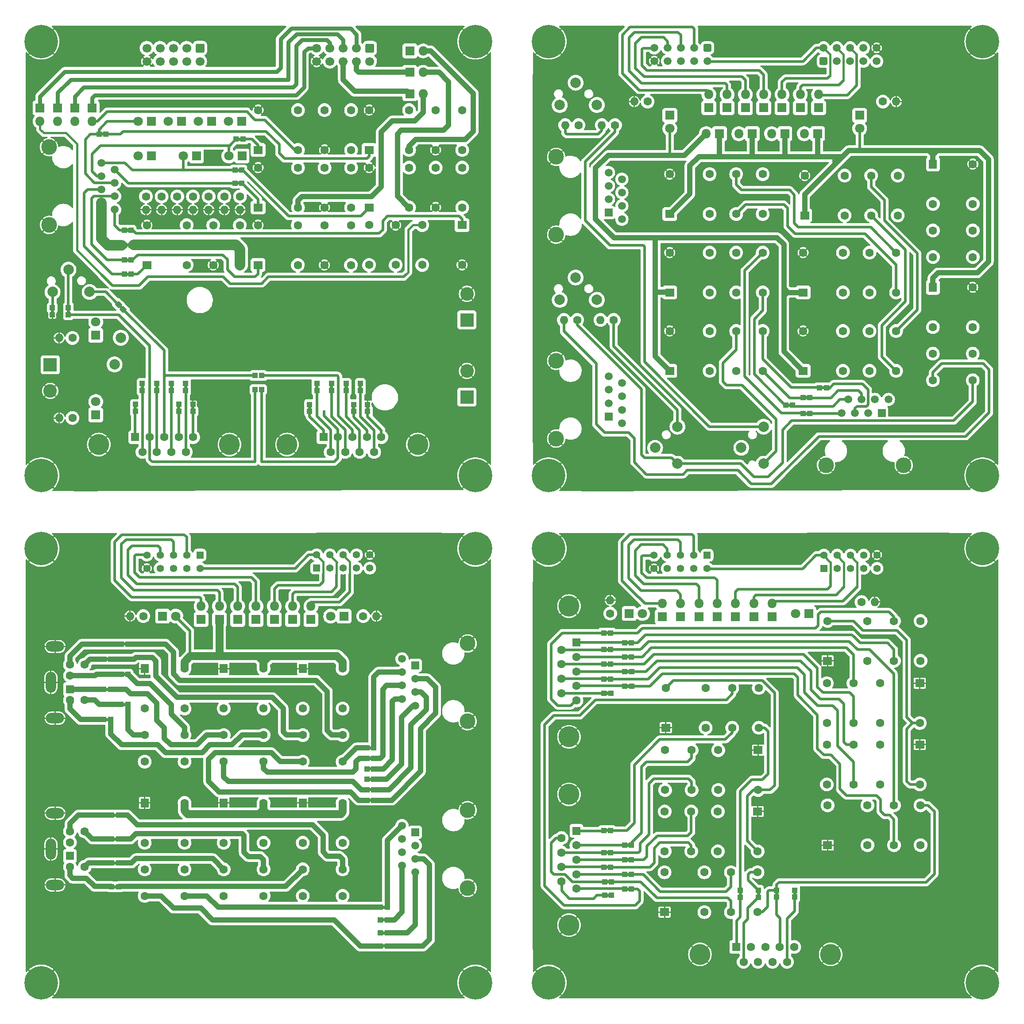
<source format=gbl>
G04 #@! TF.GenerationSoftware,KiCad,Pcbnew,(6.0.1)*
G04 #@! TF.CreationDate,2023-03-04T23:45:45-05:00*
G04 #@! TF.ProjectId,InterfaceModule,496e7465-7266-4616-9365-4d6f64756c65,rev?*
G04 #@! TF.SameCoordinates,Original*
G04 #@! TF.FileFunction,Copper,L2,Bot*
G04 #@! TF.FilePolarity,Positive*
%FSLAX46Y46*%
G04 Gerber Fmt 4.6, Leading zero omitted, Abs format (unit mm)*
G04 Created by KiCad (PCBNEW (6.0.1)) date 2023-03-04 23:45:45*
%MOMM*%
%LPD*%
G01*
G04 APERTURE LIST*
G04 Aperture macros list*
%AMRoundRect*
0 Rectangle with rounded corners*
0 $1 Rounding radius*
0 $2 $3 $4 $5 $6 $7 $8 $9 X,Y pos of 4 corners*
0 Add a 4 corners polygon primitive as box body*
4,1,4,$2,$3,$4,$5,$6,$7,$8,$9,$2,$3,0*
0 Add four circle primitives for the rounded corners*
1,1,$1+$1,$2,$3*
1,1,$1+$1,$4,$5*
1,1,$1+$1,$6,$7*
1,1,$1+$1,$8,$9*
0 Add four rect primitives between the rounded corners*
20,1,$1+$1,$2,$3,$4,$5,0*
20,1,$1+$1,$4,$5,$6,$7,0*
20,1,$1+$1,$6,$7,$8,$9,0*
20,1,$1+$1,$8,$9,$2,$3,0*%
%AMRotRect*
0 Rectangle, with rotation*
0 The origin of the aperture is its center*
0 $1 length*
0 $2 width*
0 $3 Rotation angle, in degrees counterclockwise*
0 Add horizontal line*
21,1,$1,$2,0,0,$3*%
G04 Aperture macros list end*
G04 #@! TA.AperFunction,ComponentPad*
%ADD10C,1.600000*%
G04 #@! TD*
G04 #@! TA.AperFunction,ComponentPad*
%ADD11R,1.600000X1.800000*%
G04 #@! TD*
G04 #@! TA.AperFunction,ComponentPad*
%ADD12O,1.600000X1.600000*%
G04 #@! TD*
G04 #@! TA.AperFunction,ComponentPad*
%ADD13R,1.800000X1.800000*%
G04 #@! TD*
G04 #@! TA.AperFunction,ComponentPad*
%ADD14O,1.800000X1.800000*%
G04 #@! TD*
G04 #@! TA.AperFunction,ComponentPad*
%ADD15R,1.600000X1.600000*%
G04 #@! TD*
G04 #@! TA.AperFunction,ComponentPad*
%ADD16O,3.500000X2.000000*%
G04 #@! TD*
G04 #@! TA.AperFunction,ComponentPad*
%ADD17O,2.000000X4.000000*%
G04 #@! TD*
G04 #@! TA.AperFunction,ComponentPad*
%ADD18C,1.800000*%
G04 #@! TD*
G04 #@! TA.AperFunction,ComponentPad*
%ADD19C,6.400000*%
G04 #@! TD*
G04 #@! TA.AperFunction,ComponentPad*
%ADD20RoundRect,0.205883X-0.494117X0.494117X-0.494117X-0.494117X0.494117X-0.494117X0.494117X0.494117X0*%
G04 #@! TD*
G04 #@! TA.AperFunction,ComponentPad*
%ADD21C,1.400000*%
G04 #@! TD*
G04 #@! TA.AperFunction,ComponentPad*
%ADD22RoundRect,0.205883X0.494117X-0.494117X0.494117X0.494117X-0.494117X0.494117X-0.494117X-0.494117X0*%
G04 #@! TD*
G04 #@! TA.AperFunction,ComponentPad*
%ADD23R,1.800000X1.600000*%
G04 #@! TD*
G04 #@! TA.AperFunction,ComponentPad*
%ADD24C,2.000000*%
G04 #@! TD*
G04 #@! TA.AperFunction,ComponentPad*
%ADD25R,1.500000X1.500000*%
G04 #@! TD*
G04 #@! TA.AperFunction,ComponentPad*
%ADD26C,1.500000*%
G04 #@! TD*
G04 #@! TA.AperFunction,ComponentPad*
%ADD27C,3.000000*%
G04 #@! TD*
G04 #@! TA.AperFunction,ComponentPad*
%ADD28C,2.010000*%
G04 #@! TD*
G04 #@! TA.AperFunction,ComponentPad*
%ADD29R,2.600000X2.600000*%
G04 #@! TD*
G04 #@! TA.AperFunction,ComponentPad*
%ADD30C,2.600000*%
G04 #@! TD*
G04 #@! TA.AperFunction,ComponentPad*
%ADD31C,4.000000*%
G04 #@! TD*
G04 #@! TA.AperFunction,ComponentPad*
%ADD32RoundRect,0.220589X-0.529411X0.529411X-0.529411X-0.529411X0.529411X-0.529411X0.529411X0.529411X0*%
G04 #@! TD*
G04 #@! TA.AperFunction,ComponentPad*
%ADD33RoundRect,0.220589X0.529411X-0.529411X0.529411X0.529411X-0.529411X0.529411X-0.529411X-0.529411X0*%
G04 #@! TD*
G04 #@! TA.AperFunction,ComponentPad*
%ADD34RoundRect,0.250000X-0.600000X0.600000X-0.600000X-0.600000X0.600000X-0.600000X0.600000X0.600000X0*%
G04 #@! TD*
G04 #@! TA.AperFunction,ComponentPad*
%ADD35C,1.700000*%
G04 #@! TD*
G04 #@! TA.AperFunction,SMDPad,CuDef*
%ADD36R,1.000000X1.000000*%
G04 #@! TD*
G04 #@! TA.AperFunction,SMDPad,CuDef*
%ADD37RotRect,1.000000X1.000000X315.000000*%
G04 #@! TD*
G04 #@! TA.AperFunction,Conductor*
%ADD38C,0.750000*%
G04 #@! TD*
G04 #@! TA.AperFunction,Conductor*
%ADD39C,0.450000*%
G04 #@! TD*
G04 #@! TA.AperFunction,Conductor*
%ADD40C,1.000000*%
G04 #@! TD*
G04 #@! TA.AperFunction,Conductor*
%ADD41C,2.000000*%
G04 #@! TD*
G04 #@! TA.AperFunction,Conductor*
%ADD42C,0.500000*%
G04 #@! TD*
G04 #@! TA.AperFunction,Conductor*
%ADD43C,1.500000*%
G04 #@! TD*
G04 APERTURE END LIST*
G36*
X79753999Y-182294203D02*
G01*
X79253999Y-182294203D01*
X79253999Y-181694203D01*
X79753999Y-181694203D01*
X79753999Y-182294203D01*
G37*
G36*
X122654001Y-177596866D02*
G01*
X122154001Y-177596866D01*
X122154001Y-176996866D01*
X122654001Y-176996866D01*
X122654001Y-177596866D01*
G37*
G36*
X76705797Y-84316499D02*
G01*
X76105797Y-84316499D01*
X76105797Y-83816499D01*
X76705797Y-83816499D01*
X76705797Y-84316499D01*
G37*
G36*
X52153999Y-32994203D02*
G01*
X51653999Y-32994203D01*
X51653999Y-32394203D01*
X52153999Y-32394203D01*
X52153999Y-32994203D01*
G37*
G36*
X79753999Y-184794203D02*
G01*
X79253999Y-184794203D01*
X79253999Y-184194203D01*
X79753999Y-184194203D01*
X79753999Y-184794203D01*
G37*
G36*
X33594204Y-80308501D02*
G01*
X32994204Y-80308501D01*
X32994204Y-79808501D01*
X33594204Y-79808501D01*
X33594204Y-80308501D01*
G37*
G36*
X79753999Y-179856701D02*
G01*
X79253999Y-179856701D01*
X79253999Y-179256701D01*
X79753999Y-179256701D01*
X79753999Y-179856701D01*
G37*
G36*
X157254000Y-83856703D02*
G01*
X156754000Y-83856703D01*
X156754000Y-83256703D01*
X157254000Y-83256703D01*
X157254000Y-83856703D01*
G37*
G36*
X16405797Y-65853999D02*
G01*
X15805797Y-65853999D01*
X15805797Y-65353999D01*
X16405797Y-65353999D01*
X16405797Y-65853999D01*
G37*
G36*
X41894203Y-80308501D02*
G01*
X41294203Y-80308501D01*
X41294203Y-79808501D01*
X41894203Y-79808501D01*
X41894203Y-80308501D01*
G37*
G36*
X147994205Y-177248664D02*
G01*
X147394205Y-177248664D01*
X147394205Y-176748664D01*
X147994205Y-176748664D01*
X147994205Y-177248664D01*
G37*
G36*
X77146001Y-159405797D02*
G01*
X76646001Y-159405797D01*
X76646001Y-158805797D01*
X77146001Y-158805797D01*
X77146001Y-159405797D01*
G37*
G36*
X28346002Y-175968295D02*
G01*
X27846002Y-175968295D01*
X27846002Y-175368295D01*
X28346002Y-175368295D01*
X28346002Y-175968295D01*
G37*
G36*
X160554000Y-85456703D02*
G01*
X160054000Y-85456703D01*
X160054000Y-84856703D01*
X160554000Y-84856703D01*
X160554000Y-85456703D01*
G37*
G36*
X77146001Y-149405797D02*
G01*
X76646001Y-149405797D01*
X76646001Y-148805797D01*
X77146001Y-148805797D01*
X77146001Y-149405797D01*
G37*
G36*
X36394204Y-80308501D02*
G01*
X35794204Y-80308501D01*
X35794204Y-79808501D01*
X36394204Y-79808501D01*
X36394204Y-80308501D01*
G37*
G36*
X163746002Y-80498834D02*
G01*
X163246002Y-80498834D01*
X163246002Y-79898834D01*
X163746002Y-79898834D01*
X163746002Y-80498834D01*
G37*
G36*
X29595837Y-64725873D02*
G01*
X29171572Y-65150137D01*
X28818019Y-64796584D01*
X29242283Y-64372320D01*
X29595837Y-64725873D01*
G37*
G36*
X77146001Y-157405797D02*
G01*
X76646001Y-157405797D01*
X76646001Y-156805797D01*
X77146001Y-156805797D01*
X77146001Y-157405797D01*
G37*
G36*
X122654001Y-174996866D02*
G01*
X122154001Y-174996866D01*
X122154001Y-174396866D01*
X122654001Y-174396866D01*
X122654001Y-174996866D01*
G37*
G36*
X122454001Y-172196866D02*
G01*
X121954001Y-172196866D01*
X121954001Y-171596866D01*
X122454001Y-171596866D01*
X122454001Y-172196866D01*
G37*
G36*
X151460871Y-177248664D02*
G01*
X150860871Y-177248664D01*
X150860871Y-176748664D01*
X151460871Y-176748664D01*
X151460871Y-177248664D01*
G37*
G36*
X30146002Y-141088295D02*
G01*
X29646002Y-141088295D01*
X29646002Y-140488295D01*
X30146002Y-140488295D01*
X30146002Y-141088295D01*
G37*
G36*
X126446003Y-129274837D02*
G01*
X125946003Y-129274837D01*
X125946003Y-128674837D01*
X126446003Y-128674837D01*
X126446003Y-129274837D01*
G37*
G36*
X69805797Y-80316499D02*
G01*
X69205797Y-80316499D01*
X69205797Y-79816499D01*
X69805797Y-79816499D01*
X69805797Y-80316499D01*
G37*
G36*
X26846002Y-138208295D02*
G01*
X26346002Y-138208295D01*
X26346002Y-137608295D01*
X26846002Y-137608295D01*
X26846002Y-138208295D01*
G37*
G36*
X77146001Y-153405797D02*
G01*
X76646001Y-153405797D01*
X76646001Y-152805797D01*
X77146001Y-152805797D01*
X77146001Y-153405797D01*
G37*
G36*
X77146001Y-155405797D02*
G01*
X76646001Y-155405797D01*
X76646001Y-154805797D01*
X77146001Y-154805797D01*
X77146001Y-155405797D01*
G37*
G36*
X26846002Y-143968295D02*
G01*
X26346002Y-143968295D01*
X26346002Y-143368295D01*
X26846002Y-143368295D01*
X26846002Y-143968295D01*
G37*
G36*
X160546002Y-82368297D02*
G01*
X160046002Y-82368297D01*
X160046002Y-81768297D01*
X160546002Y-81768297D01*
X160546002Y-82368297D01*
G37*
G36*
X65605797Y-84316499D02*
G01*
X65005797Y-84316499D01*
X65005797Y-83816499D01*
X65605797Y-83816499D01*
X65605797Y-84316499D01*
G37*
G36*
X122446003Y-127408460D02*
G01*
X121946003Y-127408460D01*
X121946003Y-126808460D01*
X122446003Y-126808460D01*
X122446003Y-127408460D01*
G37*
G36*
X77146001Y-151405797D02*
G01*
X76646001Y-151405797D01*
X76646001Y-150805797D01*
X77146001Y-150805797D01*
X77146001Y-151405797D01*
G37*
G36*
X30753999Y-53234203D02*
G01*
X30253999Y-53234203D01*
X30253999Y-52634203D01*
X30753999Y-52634203D01*
X30753999Y-53234203D01*
G37*
G36*
X51953999Y-38894203D02*
G01*
X51453999Y-38894203D01*
X51453999Y-38294203D01*
X51953999Y-38294203D01*
X51953999Y-38894203D01*
G37*
G36*
X28354000Y-162256701D02*
G01*
X27854000Y-162256701D01*
X27854000Y-161656701D01*
X28354000Y-161656701D01*
X28354000Y-162256701D01*
G37*
G36*
X30753999Y-58794203D02*
G01*
X30253999Y-58794203D01*
X30253999Y-58194203D01*
X30753999Y-58194203D01*
X30753999Y-58794203D01*
G37*
G36*
X122454001Y-169396866D02*
G01*
X121954001Y-169396866D01*
X121954001Y-168796866D01*
X122454001Y-168796866D01*
X122454001Y-169396866D01*
G37*
G36*
X126500002Y-134808460D02*
G01*
X126000002Y-134808460D01*
X126000002Y-134208460D01*
X126500002Y-134208460D01*
X126500002Y-134808460D01*
G37*
G36*
X154927537Y-177246001D02*
G01*
X154327537Y-177246001D01*
X154327537Y-176746001D01*
X154927537Y-176746001D01*
X154927537Y-177246001D01*
G37*
G36*
X122454001Y-165196866D02*
G01*
X121954001Y-165196866D01*
X121954001Y-164596866D01*
X122454001Y-164596866D01*
X122454001Y-165196866D01*
G37*
G36*
X126454001Y-167996866D02*
G01*
X125954001Y-167996866D01*
X125954001Y-167396866D01*
X126454001Y-167396866D01*
X126454001Y-167996866D01*
G37*
G36*
X126454001Y-176396866D02*
G01*
X125954001Y-176396866D01*
X125954001Y-175796866D01*
X126454001Y-175796866D01*
X126454001Y-176396866D01*
G37*
G36*
X75305797Y-80316499D02*
G01*
X74705797Y-80316499D01*
X74705797Y-79816499D01*
X75305797Y-79816499D01*
X75305797Y-80316499D01*
G37*
G36*
X122492004Y-136208460D02*
G01*
X121992004Y-136208460D01*
X121992004Y-135608460D01*
X122492004Y-135608460D01*
X122492004Y-136208460D01*
G37*
G36*
X32294204Y-84308501D02*
G01*
X31694204Y-84308501D01*
X31694204Y-83808501D01*
X32294204Y-83808501D01*
X32294204Y-84308501D01*
G37*
G36*
X79753999Y-187294203D02*
G01*
X79253999Y-187294203D01*
X79253999Y-186694203D01*
X79753999Y-186694203D01*
X79753999Y-187294203D01*
G37*
G36*
X28354000Y-166823367D02*
G01*
X27854000Y-166823367D01*
X27854000Y-166223367D01*
X28354000Y-166223367D01*
X28354000Y-166823367D01*
G37*
G36*
X39194203Y-80308501D02*
G01*
X38594203Y-80308501D01*
X38594203Y-79808501D01*
X39194203Y-79808501D01*
X39194203Y-80308501D01*
G37*
G36*
X30753999Y-50394203D02*
G01*
X30253999Y-50394203D01*
X30253999Y-49794203D01*
X30753999Y-49794203D01*
X30753999Y-50394203D01*
G37*
G36*
X30154000Y-135316701D02*
G01*
X29654000Y-135316701D01*
X29654000Y-134716701D01*
X30154000Y-134716701D01*
X30154000Y-135316701D01*
G37*
G36*
X126454001Y-173596866D02*
G01*
X125954001Y-173596866D01*
X125954001Y-172996866D01*
X126454001Y-172996866D01*
X126454001Y-173596866D01*
G37*
G36*
X28346002Y-171401627D02*
G01*
X27846002Y-171401627D01*
X27846002Y-170801627D01*
X28346002Y-170801627D01*
X28346002Y-171401627D01*
G37*
G36*
X122492004Y-130608460D02*
G01*
X121992004Y-130608460D01*
X121992004Y-130008460D01*
X122492004Y-130008460D01*
X122492004Y-130608460D01*
G37*
G36*
X26854000Y-132436701D02*
G01*
X26354000Y-132436701D01*
X26354000Y-131836701D01*
X26854000Y-131836701D01*
X26854000Y-132436701D01*
G37*
G36*
X74005797Y-84316499D02*
G01*
X73405797Y-84316499D01*
X73405797Y-83816499D01*
X74005797Y-83816499D01*
X74005797Y-84316499D01*
G37*
G36*
X126500002Y-137602663D02*
G01*
X126000002Y-137602663D01*
X126000002Y-137002663D01*
X126500002Y-137002663D01*
X126500002Y-137602663D01*
G37*
G36*
X126454001Y-170796866D02*
G01*
X125954001Y-170796866D01*
X125954001Y-170196866D01*
X126454001Y-170196866D01*
X126454001Y-170796866D01*
G37*
G36*
X30753999Y-56094203D02*
G01*
X30253999Y-56094203D01*
X30253999Y-55494203D01*
X30753999Y-55494203D01*
X30753999Y-56094203D01*
G37*
G36*
X40594203Y-84308501D02*
G01*
X39994203Y-84308501D01*
X39994203Y-83808501D01*
X40594203Y-83808501D01*
X40594203Y-84308501D01*
G37*
G36*
X30154000Y-129556701D02*
G01*
X29654000Y-129556701D01*
X29654000Y-128956701D01*
X30154000Y-128956701D01*
X30154000Y-129556701D01*
G37*
G36*
X122492004Y-133408460D02*
G01*
X121992004Y-133408460D01*
X121992004Y-132808460D01*
X122492004Y-132808460D01*
X122492004Y-133408460D01*
G37*
G36*
X67005797Y-80316499D02*
G01*
X66405797Y-80316499D01*
X66405797Y-79816499D01*
X67005797Y-79816499D01*
X67005797Y-80316499D01*
G37*
G36*
X158394203Y-177246001D02*
G01*
X157794203Y-177246001D01*
X157794203Y-176746001D01*
X158394203Y-176746001D01*
X158394203Y-177246001D01*
G37*
G36*
X126446003Y-132008460D02*
G01*
X125946003Y-132008460D01*
X125946003Y-131408460D01*
X126446003Y-131408460D01*
X126446003Y-132008460D01*
G37*
G36*
X43294203Y-84308501D02*
G01*
X42694203Y-84308501D01*
X42694203Y-83808501D01*
X43294203Y-83808501D01*
X43294203Y-84308501D01*
G37*
G36*
X72605797Y-80316499D02*
G01*
X72005797Y-80316499D01*
X72005797Y-79816499D01*
X72605797Y-79816499D01*
X72605797Y-80316499D01*
G37*
G36*
X51953999Y-41394203D02*
G01*
X51453999Y-41394203D01*
X51453999Y-40794203D01*
X51953999Y-40794203D01*
X51953999Y-41394203D01*
G37*
G36*
X19475799Y-65853999D02*
G01*
X18875799Y-65853999D01*
X18875799Y-65353999D01*
X19475799Y-65353999D01*
X19475799Y-65853999D01*
G37*
G36*
X25953999Y-31994203D02*
G01*
X25453999Y-31994203D01*
X25453999Y-31394203D01*
X25953999Y-31394203D01*
X25953999Y-31994203D01*
G37*
G36*
X122500002Y-138956772D02*
G01*
X122000002Y-138956772D01*
X122000002Y-138356772D01*
X122500002Y-138356772D01*
X122500002Y-138956772D01*
G37*
D10*
X184525000Y-45065000D03*
X184525000Y-50145000D03*
X184525000Y-55225000D03*
X192145000Y-45065000D03*
X192145000Y-50145000D03*
X192145000Y-55225000D03*
D11*
X184525000Y-37445000D03*
D10*
X192145000Y-37445000D03*
X40000000Y-43655000D03*
D12*
X40000000Y-46195000D03*
D13*
X55052167Y-124557498D03*
D14*
X55052167Y-122017498D03*
D10*
X52000000Y-43655000D03*
D12*
X52000000Y-46195000D03*
D15*
X19475001Y-169751664D03*
D10*
X19475001Y-167151664D03*
X19475001Y-171851664D03*
X19475001Y-165051664D03*
X22275001Y-171851664D03*
X22275001Y-165051664D03*
D16*
X16625001Y-175301664D03*
D17*
X15825001Y-168451664D03*
D16*
X16625001Y-161601664D03*
D13*
X46571667Y-29300000D03*
D18*
X44031667Y-29300000D03*
D13*
X71875000Y-123900000D03*
D18*
X69335000Y-123900000D03*
D19*
X194000002Y-193999999D03*
D10*
X129945001Y-25500000D03*
D12*
X127405001Y-25500000D03*
D20*
X141336668Y-112250327D03*
D21*
X141336668Y-114790327D03*
X138796668Y-112250327D03*
X138796668Y-114790327D03*
X136256668Y-112250327D03*
X136256668Y-114790327D03*
X133716668Y-112250327D03*
X133716668Y-114790327D03*
X131176668Y-112250327D03*
X131176668Y-114790327D03*
D22*
X66663333Y-114714999D03*
D21*
X66663333Y-112174999D03*
X69203333Y-114714999D03*
X69203333Y-112174999D03*
X71743333Y-114714999D03*
X71743333Y-112174999D03*
X74283333Y-114714999D03*
X74283333Y-112174999D03*
X76823333Y-114714999D03*
X76823333Y-112174999D03*
D10*
X19945001Y-70700000D03*
D12*
X17405001Y-70700000D03*
D10*
X140802502Y-180500000D03*
X145882502Y-180500000D03*
X150962502Y-180500000D03*
X140802502Y-172880000D03*
X145882502Y-172880000D03*
X150962502Y-172880000D03*
D23*
X133182502Y-180500000D03*
D10*
X133182502Y-172880000D03*
D24*
X131383335Y-91710000D03*
X135653335Y-94750000D03*
X135653335Y-87660000D03*
D10*
X141802501Y-47000000D03*
X146882501Y-47000000D03*
X151962501Y-47000000D03*
X141802501Y-39380000D03*
X146882501Y-39380000D03*
X151962501Y-39380000D03*
D23*
X134182501Y-47000000D03*
D10*
X134182501Y-39380000D03*
D13*
X146750002Y-124047664D03*
D14*
X146750002Y-121507664D03*
D10*
X171985002Y-167702663D03*
X177065002Y-167702663D03*
X182145002Y-167702663D03*
X171985002Y-160082663D03*
X177065002Y-160082663D03*
X182145002Y-160082663D03*
D23*
X164365002Y-167702663D03*
D10*
X164365002Y-160082663D03*
X141802501Y-77000000D03*
X146882501Y-77000000D03*
X151962501Y-77000000D03*
X141802501Y-69380000D03*
X146882501Y-69380000D03*
X151962501Y-69380000D03*
D23*
X134182501Y-77000000D03*
D10*
X134182501Y-69380000D03*
D24*
X147865001Y-91710000D03*
X152135001Y-94750000D03*
X152135001Y-87660000D03*
D13*
X84500000Y-15800000D03*
D14*
X87040000Y-15800000D03*
D25*
X174712001Y-85025000D03*
D26*
X175987001Y-82475000D03*
X172162001Y-85025000D03*
X173437001Y-82475000D03*
X169612001Y-85025000D03*
X170887001Y-82475000D03*
X167062001Y-85025000D03*
X168337001Y-82475000D03*
D27*
X164065001Y-95030000D03*
X178935001Y-95030000D03*
D24*
X116185001Y-59137500D03*
X113145001Y-63407500D03*
X120235001Y-63407500D03*
D10*
X63078674Y-45750000D03*
X68158674Y-45750000D03*
X73238674Y-45750000D03*
X63078674Y-38130000D03*
X68158674Y-38130000D03*
X73238674Y-38130000D03*
D23*
X55458674Y-45750000D03*
D10*
X55458674Y-38130000D03*
D28*
X28000001Y-75762500D03*
X29200001Y-70662500D03*
D10*
X167620001Y-47262500D03*
X172700001Y-47262500D03*
X177780001Y-47262500D03*
X167620001Y-39642500D03*
X172700001Y-39642500D03*
X177780001Y-39642500D03*
D23*
X160000001Y-47262500D03*
D10*
X160000001Y-39642500D03*
X174380002Y-148477663D03*
X169300002Y-148477663D03*
X164220002Y-148477663D03*
X174380002Y-156097663D03*
X169300002Y-156097663D03*
X164220002Y-156097663D03*
D23*
X182000002Y-148477663D03*
D10*
X182000002Y-156097663D03*
D25*
X122475002Y-85712000D03*
D26*
X125025002Y-86987000D03*
X122475002Y-83162000D03*
X125025002Y-84437000D03*
X122475002Y-80612000D03*
X125025002Y-81887000D03*
X122475002Y-78062000D03*
X125025002Y-79337000D03*
D27*
X112470002Y-89935000D03*
X112470002Y-75065000D03*
D10*
X167300378Y-76994874D03*
X172380378Y-76994874D03*
X177460378Y-76994874D03*
X167300378Y-69374874D03*
X172380378Y-69374874D03*
X177460378Y-69374874D03*
D23*
X159680378Y-76994874D03*
D10*
X159680378Y-69374874D03*
X33762501Y-141564998D03*
X33762501Y-146644998D03*
X33762501Y-151724998D03*
X41382501Y-141564998D03*
X41382501Y-146644998D03*
X41382501Y-151724998D03*
D11*
X33762501Y-133944998D03*
D10*
X41382501Y-133944998D03*
D13*
X148653948Y-26684807D03*
D14*
X148653948Y-24144807D03*
D10*
X63078674Y-34750000D03*
X68158674Y-34750000D03*
X73238674Y-34750000D03*
X63078674Y-27130000D03*
X68158674Y-27130000D03*
X73238674Y-27130000D03*
D23*
X55458674Y-34750000D03*
D10*
X55458674Y-27130000D03*
D13*
X132750003Y-124030011D03*
D14*
X132750003Y-121490011D03*
D25*
X122475002Y-46712000D03*
D26*
X125025002Y-47987000D03*
X122475002Y-44162000D03*
X125025002Y-45437000D03*
X122475002Y-41612000D03*
X125025002Y-42887000D03*
X122475002Y-39062000D03*
X125025002Y-40337000D03*
D27*
X112470002Y-36065000D03*
X112470002Y-50935000D03*
D10*
X116470001Y-67262500D03*
D12*
X113930001Y-67262500D03*
D10*
X33500000Y-123900000D03*
D12*
X30960000Y-123900000D03*
D10*
X19945002Y-86000000D03*
D12*
X17405002Y-86000000D03*
D10*
X116720001Y-30000000D03*
D12*
X114180001Y-30000000D03*
D24*
X116185002Y-21875000D03*
X113145002Y-26145000D03*
X120235002Y-26145000D03*
D10*
X34000000Y-43654999D03*
D12*
X34000000Y-46194999D03*
D20*
X44330001Y-112222498D03*
D21*
X44330001Y-114762498D03*
X41790001Y-112222498D03*
X41790001Y-114762498D03*
X39250001Y-112222498D03*
X39250001Y-114762498D03*
X36710001Y-112222498D03*
X36710001Y-114762498D03*
X34170001Y-112222498D03*
X34170001Y-114762498D03*
D13*
X136250002Y-124047662D03*
D14*
X136250002Y-121507662D03*
D19*
X111000002Y-14000000D03*
D13*
X84454999Y-19900000D03*
D14*
X86994999Y-19900000D03*
D29*
X15695001Y-75830001D03*
D30*
X15695001Y-80830001D03*
D31*
X49990001Y-91089670D03*
X24990001Y-91089670D03*
D15*
X31950001Y-89669670D03*
D10*
X34720001Y-89669670D03*
X37490001Y-89669670D03*
X40260001Y-89669670D03*
X43030001Y-89669670D03*
X33335001Y-92509670D03*
X36105001Y-92509670D03*
X38875001Y-92509670D03*
X41645001Y-92509670D03*
X170855000Y-121200000D03*
D12*
X173395000Y-121200000D03*
D32*
X141380001Y-15210000D03*
D26*
X141380001Y-17750000D03*
X138840001Y-15210000D03*
X138840001Y-17750000D03*
X136300001Y-15210000D03*
X136300001Y-17750000D03*
X133760001Y-15210000D03*
X133760001Y-17750000D03*
X131220001Y-15210000D03*
X131220001Y-17750000D03*
D13*
X159153948Y-26684807D03*
D14*
X159153948Y-24144807D03*
D13*
X44552167Y-124539847D03*
D14*
X44552167Y-121999847D03*
D10*
X37000000Y-43655000D03*
D12*
X37000000Y-46195000D03*
D19*
X97000001Y-14000001D03*
D13*
X35040000Y-35900000D03*
D18*
X32500000Y-35900000D03*
D13*
X24400000Y-85400000D03*
D18*
X24400000Y-82860000D03*
D10*
X46000000Y-43655000D03*
D12*
X46000000Y-46195000D03*
D13*
X84454999Y-24000000D03*
D14*
X86994999Y-24000000D03*
D10*
X143447502Y-149525000D03*
X138367502Y-149525000D03*
X133287502Y-149525000D03*
X143447502Y-157145000D03*
X138367502Y-157145000D03*
X133287502Y-157145000D03*
D23*
X151067502Y-149525000D03*
D10*
X151067502Y-157145000D03*
D13*
X153750002Y-124047663D03*
D14*
X153750002Y-121507663D03*
D25*
X85525001Y-165229664D03*
D26*
X82975001Y-163954664D03*
X85525001Y-167779664D03*
X82975001Y-166504664D03*
X85525001Y-170329664D03*
X82975001Y-169054664D03*
X85525001Y-172879664D03*
X82975001Y-171604664D03*
D27*
X95530001Y-175876664D03*
X95530001Y-161006664D03*
D13*
X13750001Y-26717500D03*
D14*
X13750001Y-29257500D03*
D13*
X143697283Y-31639807D03*
D14*
X141157283Y-31639807D03*
D13*
X62052167Y-124557498D03*
D14*
X62052167Y-122017498D03*
D31*
X114910333Y-121989999D03*
X114910333Y-146989999D03*
D15*
X116330333Y-128949999D03*
D10*
X116330333Y-131719999D03*
X116330333Y-134489999D03*
X116330333Y-137259999D03*
X116330333Y-140029999D03*
X113490333Y-130334999D03*
X113490333Y-133104999D03*
X113490333Y-135874999D03*
X113490333Y-138644999D03*
X43000000Y-43660000D03*
D12*
X43000000Y-46200000D03*
D10*
X123470001Y-67262500D03*
D12*
X120930001Y-67262500D03*
D10*
X49000000Y-43655000D03*
D12*
X49000000Y-46195000D03*
D19*
X194000002Y-110999999D03*
D13*
X149945001Y-31639807D03*
D14*
X147405001Y-31639807D03*
D13*
X65552167Y-124557498D03*
D14*
X65552167Y-122017498D03*
D10*
X86835646Y-49120850D03*
X81755646Y-49120850D03*
X76675646Y-49120850D03*
X86835646Y-56740850D03*
X81755646Y-56740850D03*
X76675646Y-56740850D03*
D23*
X94455646Y-49120850D03*
D10*
X94455646Y-56740850D03*
D33*
X163600001Y-17762500D03*
D26*
X163600001Y-15222500D03*
X166140001Y-17762500D03*
X166140001Y-15222500D03*
X168680001Y-17762500D03*
X168680001Y-15222500D03*
X171220001Y-17762500D03*
X171220001Y-15222500D03*
X173760001Y-17762500D03*
X173760001Y-15222500D03*
D13*
X156193948Y-31639807D03*
D14*
X153653948Y-31639807D03*
D29*
X95400001Y-82012500D03*
D30*
X95400001Y-77012500D03*
D31*
X114910333Y-157989999D03*
X114910333Y-182989999D03*
D15*
X116330333Y-164949999D03*
D10*
X116330333Y-167719999D03*
X116330333Y-170489999D03*
X116330333Y-173259999D03*
X116330333Y-176029999D03*
X113490333Y-166334999D03*
X113490333Y-169104999D03*
X113490333Y-171874999D03*
X113490333Y-174644999D03*
D31*
X60990001Y-91089670D03*
X85990001Y-91089670D03*
D15*
X67950001Y-89669670D03*
D10*
X70720001Y-89669670D03*
X73490001Y-89669670D03*
X76260001Y-89669670D03*
X79030001Y-89669670D03*
X69335001Y-92509670D03*
X72105001Y-92509670D03*
X74875001Y-92509670D03*
X77645001Y-92509670D03*
D19*
X194000002Y-97000000D03*
D13*
X126425000Y-123400000D03*
D18*
X128965000Y-123400000D03*
D10*
X84328674Y-45750000D03*
X89408674Y-45750000D03*
X94488674Y-45750000D03*
X84328674Y-38130000D03*
X89408674Y-38130000D03*
X94488674Y-38130000D03*
D23*
X76708674Y-45750000D03*
D10*
X76708674Y-38130000D03*
X123720001Y-30000000D03*
D12*
X121180001Y-30000000D03*
D10*
X141802501Y-62000000D03*
X146882501Y-62000000D03*
X151962501Y-62000000D03*
X141802501Y-54380000D03*
X146882501Y-54380000D03*
X151962501Y-54380000D03*
D23*
X134182501Y-62000000D03*
D10*
X134182501Y-54380000D03*
D19*
X111000002Y-97000000D03*
D34*
X44330001Y-15260000D03*
D35*
X44330001Y-17800000D03*
X41790001Y-15260000D03*
X41790001Y-17800000D03*
X39250001Y-15260000D03*
X39250001Y-17800000D03*
X36710001Y-15260000D03*
X36710001Y-17800000D03*
X34170001Y-15260000D03*
X34170001Y-17800000D03*
D10*
X122800000Y-123400000D03*
D12*
X122800000Y-120860000D03*
D10*
X174380002Y-136727663D03*
X169300002Y-136727663D03*
X164220002Y-136727663D03*
X174380002Y-144347663D03*
X169300002Y-144347663D03*
X164220002Y-144347663D03*
D23*
X182000002Y-136727663D03*
D10*
X182000002Y-144347663D03*
D22*
X163663334Y-114752663D03*
D21*
X163663334Y-112212663D03*
X166203334Y-114752663D03*
X166203334Y-112212663D03*
X168743334Y-114752663D03*
X168743334Y-112212663D03*
X171283334Y-114752663D03*
X171283334Y-112212663D03*
X173823334Y-114752663D03*
X173823334Y-112212663D03*
D13*
X143250001Y-124047661D03*
D14*
X143250001Y-121507661D03*
D10*
X48881251Y-167244164D03*
X48881251Y-172324164D03*
X48881251Y-177404164D03*
X56501251Y-167244164D03*
X56501251Y-172324164D03*
X56501251Y-177404164D03*
D11*
X48881251Y-159624164D03*
D10*
X56501251Y-159624164D03*
D15*
X19475001Y-137868332D03*
D10*
X19475001Y-135268332D03*
X19475001Y-139968332D03*
X19475001Y-133168332D03*
X22275001Y-139968332D03*
X22275001Y-133168332D03*
D16*
X16625001Y-143418332D03*
D17*
X15825001Y-136568332D03*
D16*
X16625001Y-129718332D03*
D31*
X139949998Y-188589669D03*
X164949998Y-188589669D03*
D15*
X146909998Y-187169669D03*
D10*
X149679998Y-187169669D03*
X152449998Y-187169669D03*
X155219998Y-187169669D03*
X157989998Y-187169669D03*
X148294998Y-190009669D03*
X151064998Y-190009669D03*
X153834998Y-190009669D03*
X156604998Y-190009669D03*
D13*
X52350000Y-29300000D03*
D18*
X49810000Y-29300000D03*
D13*
X160775000Y-123400000D03*
D18*
X158235000Y-123400000D03*
D13*
X58552167Y-124557498D03*
D14*
X58552167Y-122017498D03*
D10*
X84328674Y-34750000D03*
X89408674Y-34750000D03*
X94488674Y-34750000D03*
X84328674Y-27130000D03*
X89408674Y-27130000D03*
X94488674Y-27130000D03*
D23*
X76708674Y-34750000D03*
D10*
X76708674Y-27130000D03*
D13*
X48052167Y-124557498D03*
D14*
X48052167Y-122017498D03*
D13*
X145153948Y-26684807D03*
D14*
X145153948Y-24144807D03*
D13*
X51552167Y-124557498D03*
D14*
X51552167Y-122017498D03*
D13*
X150250002Y-124047662D03*
D14*
X150250002Y-121507662D03*
D10*
X174955000Y-25500000D03*
D12*
X177495000Y-25500000D03*
D10*
X167302501Y-62000000D03*
X172382501Y-62000000D03*
X177462501Y-62000000D03*
X167302501Y-54380000D03*
X172382501Y-54380000D03*
X177462501Y-54380000D03*
D23*
X159682501Y-62000000D03*
D10*
X159682501Y-54380000D03*
X143380002Y-161262500D03*
X138300002Y-161262500D03*
X133220002Y-161262500D03*
X143380002Y-168882500D03*
X138300002Y-168882500D03*
X133220002Y-168882500D03*
D23*
X151000002Y-161262500D03*
D10*
X151000002Y-168882500D03*
X141052502Y-145250000D03*
X146132502Y-145250000D03*
X151212502Y-145250000D03*
X141052502Y-137630000D03*
X146132502Y-137630000D03*
X151212502Y-137630000D03*
D23*
X133432502Y-145250000D03*
D10*
X133432502Y-137630000D03*
D13*
X134200000Y-28125000D03*
D18*
X134200000Y-30665000D03*
D13*
X37179999Y-123900000D03*
D18*
X39719999Y-123900000D03*
D34*
X76823333Y-15260000D03*
D35*
X76823333Y-17800000D03*
X74283333Y-15260000D03*
X74283333Y-17800000D03*
X71743333Y-15260000D03*
X71743333Y-17800000D03*
X69203333Y-15260000D03*
X69203333Y-17800000D03*
X66663333Y-15260000D03*
X66663333Y-17800000D03*
D10*
X48880001Y-141564998D03*
X48880001Y-146644998D03*
X48880001Y-151724998D03*
X56500001Y-141564998D03*
X56500001Y-146644998D03*
X56500001Y-151724998D03*
D11*
X48880001Y-133944998D03*
D10*
X56500001Y-133944998D03*
X63052501Y-56750000D03*
X68132501Y-56750000D03*
X73212501Y-56750000D03*
X63052501Y-49130000D03*
X68132501Y-49130000D03*
X73212501Y-49130000D03*
D23*
X55432501Y-56750000D03*
D10*
X55432501Y-49130000D03*
D19*
X97000001Y-193999999D03*
X194000002Y-14000000D03*
D13*
X139750002Y-124047663D03*
D14*
X139750002Y-121507663D03*
D13*
X162442283Y-31639807D03*
D14*
X159902283Y-31639807D03*
D19*
X111000002Y-193999999D03*
D10*
X75554999Y-123900000D03*
D12*
X78094999Y-123900000D03*
D19*
X14000001Y-97000001D03*
D24*
X19185001Y-57637500D03*
X16145001Y-61907500D03*
X23235001Y-61907500D03*
D10*
X64000001Y-167244164D03*
X64000001Y-172324164D03*
X64000001Y-177404164D03*
X71620001Y-167244164D03*
X71620001Y-172324164D03*
X71620001Y-177404164D03*
D11*
X64000001Y-159624164D03*
D10*
X71620001Y-159624164D03*
D13*
X24400000Y-70175000D03*
D18*
X24400000Y-67635000D03*
D13*
X17100000Y-26717500D03*
D14*
X17100000Y-29257500D03*
D13*
X162653948Y-26684807D03*
D14*
X162653948Y-24144807D03*
D29*
X95400001Y-67262500D03*
D30*
X95400001Y-62262500D03*
D13*
X152153948Y-26684807D03*
D14*
X152153948Y-24144807D03*
D13*
X170500000Y-28125000D03*
D18*
X170500000Y-30665000D03*
D19*
X97000001Y-110999999D03*
D13*
X43675000Y-35900000D03*
D18*
X41135000Y-35900000D03*
D10*
X171985002Y-132440163D03*
X177065002Y-132440163D03*
X182145002Y-132440163D03*
X171985002Y-124820163D03*
X177065002Y-124820163D03*
X182145002Y-124820163D03*
D23*
X164365002Y-132440163D03*
D10*
X164365002Y-124820163D03*
D13*
X35015001Y-29300000D03*
D18*
X32475001Y-29300000D03*
D13*
X141653948Y-26684807D03*
D14*
X141653948Y-24144807D03*
D19*
X14000001Y-110999999D03*
D10*
X184500001Y-68632500D03*
X184500001Y-73712500D03*
X184500001Y-78792500D03*
X192120001Y-68632500D03*
X192120001Y-73712500D03*
X192120001Y-78792500D03*
D11*
X184500001Y-61012500D03*
D10*
X192120001Y-61012500D03*
D13*
X155653948Y-26684807D03*
D14*
X155653948Y-24144807D03*
D19*
X14000001Y-193999999D03*
D13*
X20400000Y-26717500D03*
D14*
X20400000Y-29257500D03*
D10*
X64000001Y-141564998D03*
X64000001Y-146644998D03*
X64000001Y-151724998D03*
X71620001Y-141564998D03*
X71620001Y-146644998D03*
X71620001Y-151724998D03*
D11*
X64000001Y-133944998D03*
D10*
X71620001Y-133944998D03*
D13*
X23700000Y-26717500D03*
D14*
X23700000Y-29257500D03*
D19*
X111000002Y-110999999D03*
D13*
X40793334Y-29300000D03*
D18*
X38253334Y-29300000D03*
D13*
X52375000Y-35900000D03*
D18*
X49835000Y-35900000D03*
D19*
X97000001Y-97000001D03*
D10*
X33762501Y-167244164D03*
X33762501Y-172324164D03*
X33762501Y-177404164D03*
X41382501Y-167244164D03*
X41382501Y-172324164D03*
X41382501Y-177404164D03*
D11*
X33762501Y-159624164D03*
D10*
X41382501Y-159624164D03*
X41802501Y-56750000D03*
X46882501Y-56750000D03*
X51962501Y-56750000D03*
X41802501Y-49130000D03*
X46882501Y-49130000D03*
X51962501Y-49130000D03*
D23*
X34182501Y-56750000D03*
D10*
X34182501Y-49130000D03*
D25*
X85525001Y-133346332D03*
D26*
X82975001Y-132071332D03*
X85525001Y-135896332D03*
X82975001Y-134621332D03*
X85525001Y-138446332D03*
X82975001Y-137171332D03*
X85525001Y-140996332D03*
X82975001Y-139721332D03*
D27*
X95530001Y-143993332D03*
X95530001Y-129123332D03*
D25*
X25475001Y-44862500D03*
D26*
X28025001Y-46137500D03*
X25475001Y-42312500D03*
X28025001Y-43587500D03*
X25475001Y-39762500D03*
X28025001Y-41037500D03*
X25475001Y-37212500D03*
X28025001Y-38487500D03*
D27*
X15470001Y-49085500D03*
X15470001Y-34215500D03*
D19*
X14000001Y-14000001D03*
D36*
X78853999Y-181994203D03*
X80153999Y-181994203D03*
X121754001Y-177296866D03*
X123054001Y-177296866D03*
X76405797Y-83416499D03*
X76405797Y-84716499D03*
X51253999Y-32694203D03*
X52553999Y-32694203D03*
X78853999Y-184494203D03*
X80153999Y-184494203D03*
X33294204Y-80708501D03*
X33294204Y-79408501D03*
X78853999Y-179556701D03*
X80153999Y-179556701D03*
X156354000Y-83556703D03*
X157654000Y-83556703D03*
X16105797Y-64953999D03*
X16105797Y-66253999D03*
X41594203Y-80708501D03*
X41594203Y-79408501D03*
X147694205Y-177648664D03*
X147694205Y-176348664D03*
X54853999Y-77894203D03*
X56153999Y-77894203D03*
X77546001Y-159105797D03*
X76246001Y-159105797D03*
X28746002Y-175668295D03*
X27446002Y-175668295D03*
X159654000Y-85156703D03*
X160954000Y-85156703D03*
X77546001Y-149105797D03*
X76246001Y-149105797D03*
X36094204Y-80708501D03*
X36094204Y-79408501D03*
X164146002Y-80198834D03*
X162846002Y-80198834D03*
D37*
X28747308Y-64301609D03*
X29666547Y-65220848D03*
D36*
X77546001Y-157105797D03*
X76246001Y-157105797D03*
X121754001Y-174696866D03*
X123054001Y-174696866D03*
X121554001Y-171896866D03*
X122854001Y-171896866D03*
X151160871Y-177648664D03*
X151160871Y-176348664D03*
X30546002Y-140788295D03*
X29246002Y-140788295D03*
X126846003Y-128974837D03*
X125546003Y-128974837D03*
X69505797Y-79416499D03*
X69505797Y-80716499D03*
X27246002Y-137908295D03*
X25946002Y-137908295D03*
X77546001Y-153105797D03*
X76246001Y-153105797D03*
X77546001Y-155105797D03*
X76246001Y-155105797D03*
X27246002Y-143668295D03*
X25946002Y-143668295D03*
X160946002Y-82068297D03*
X159646002Y-82068297D03*
X65305797Y-83416499D03*
X65305797Y-84716499D03*
X122846003Y-127108460D03*
X121546003Y-127108460D03*
X77546001Y-151105797D03*
X76246001Y-151105797D03*
X29853999Y-52934203D03*
X31153999Y-52934203D03*
X51053999Y-38594203D03*
X52353999Y-38594203D03*
X27454000Y-161956701D03*
X28754000Y-161956701D03*
X29853999Y-58494203D03*
X31153999Y-58494203D03*
X121554001Y-169096866D03*
X122854001Y-169096866D03*
X126900002Y-134508460D03*
X125600002Y-134508460D03*
X154627537Y-177646001D03*
X154627537Y-176346001D03*
X121554001Y-164896866D03*
X122854001Y-164896866D03*
X125554001Y-167696866D03*
X126854001Y-167696866D03*
X125554001Y-176096866D03*
X126854001Y-176096866D03*
X75005797Y-79416499D03*
X75005797Y-80716499D03*
X54853999Y-80594203D03*
X56153999Y-80594203D03*
X122892004Y-135908460D03*
X121592004Y-135908460D03*
X31994204Y-84708501D03*
X31994204Y-83408501D03*
X78853999Y-186994203D03*
X80153999Y-186994203D03*
X27454000Y-166523367D03*
X28754000Y-166523367D03*
X38894203Y-80708501D03*
X38894203Y-79408501D03*
X29853999Y-50094203D03*
X31153999Y-50094203D03*
X29254000Y-135016701D03*
X30554000Y-135016701D03*
X125554001Y-173296866D03*
X126854001Y-173296866D03*
X28746002Y-171101627D03*
X27446002Y-171101627D03*
X122892004Y-130308460D03*
X121592004Y-130308460D03*
X25954000Y-132136701D03*
X27254000Y-132136701D03*
X73705797Y-83416499D03*
X73705797Y-84716499D03*
X126900002Y-137302663D03*
X125600002Y-137302663D03*
X125554001Y-170496866D03*
X126854001Y-170496866D03*
X29853999Y-55794203D03*
X31153999Y-55794203D03*
X40294203Y-84708501D03*
X40294203Y-83408501D03*
X29254000Y-129256701D03*
X30554000Y-129256701D03*
X122892004Y-133108460D03*
X121592004Y-133108460D03*
X66705797Y-79416499D03*
X66705797Y-80716499D03*
X158094203Y-177646001D03*
X158094203Y-176346001D03*
X126846003Y-131708460D03*
X125546003Y-131708460D03*
X42994203Y-84708501D03*
X42994203Y-83408501D03*
X72305797Y-79416499D03*
X72305797Y-80716499D03*
X51053999Y-41094203D03*
X52353999Y-41094203D03*
X19175799Y-64953999D03*
X19175799Y-66253999D03*
X25053999Y-31694203D03*
X26353999Y-31694203D03*
X122900002Y-138656772D03*
X121600002Y-138656772D03*
D38*
X59751441Y-17261060D02*
X59751441Y-16012500D01*
D39*
X13750001Y-26262500D02*
X13750001Y-26717500D01*
D38*
X61784768Y-11486449D02*
X73123950Y-11486449D01*
X59751441Y-17261060D02*
X59751441Y-13519776D01*
X74283333Y-12645832D02*
X74283333Y-15260000D01*
X18487990Y-19774511D02*
X13750001Y-24512500D01*
X13750001Y-24512500D02*
X13750001Y-26717500D01*
X58987990Y-19774511D02*
X18487990Y-19774511D01*
X59751441Y-19011060D02*
X58987990Y-19774511D01*
X59751441Y-17261060D02*
X59751441Y-19011060D01*
X59751441Y-13519776D02*
X61784768Y-11486449D01*
X73123950Y-11486449D02*
X74283333Y-12645832D01*
X71743333Y-13705832D02*
X70623470Y-12585969D01*
X17100000Y-23800000D02*
X17100000Y-26717500D01*
X61238470Y-21274031D02*
X19625969Y-21274031D01*
X71743333Y-15260000D02*
X71743333Y-13705832D01*
X70623470Y-12585969D02*
X62805890Y-12585969D01*
X62805890Y-12585969D02*
X61250961Y-14140898D01*
X61250961Y-21261540D02*
X61238470Y-21274031D01*
X61250961Y-14140898D02*
X61250961Y-21261540D01*
X19625969Y-21274031D02*
X17100000Y-23800000D01*
X62750481Y-22141378D02*
X62750481Y-14762020D01*
X22126449Y-22773551D02*
X20400000Y-24500000D01*
X26126449Y-22773551D02*
X22126449Y-22773551D01*
X24426449Y-22773551D02*
X26126449Y-22773551D01*
X26126449Y-22773551D02*
X62118308Y-22773551D01*
X20400000Y-24500000D02*
X20400000Y-26717500D01*
X69203333Y-14309168D02*
X69203333Y-15260000D01*
X62750481Y-14762020D02*
X63827012Y-13685489D01*
X68579654Y-13685489D02*
X69203333Y-14309168D01*
X62118308Y-22773551D02*
X62750481Y-22141378D01*
X63827012Y-13685489D02*
X68579654Y-13685489D01*
X62739430Y-24273071D02*
X64250001Y-22762500D01*
X30826929Y-24273071D02*
X62739430Y-24273071D01*
X65002501Y-15260000D02*
X66663333Y-15260000D01*
X64250001Y-16012500D02*
X65002501Y-15260000D01*
X28826929Y-24273071D02*
X30826929Y-24273071D01*
X30826929Y-24273071D02*
X24226929Y-24273071D01*
X23700000Y-24800000D02*
X23700000Y-26717500D01*
X64250001Y-22762500D02*
X64250001Y-16012500D01*
X24226929Y-24273071D02*
X23700000Y-24800000D01*
D40*
X74283333Y-19483333D02*
X74700000Y-19900000D01*
X74283333Y-17800000D02*
X74283333Y-19483333D01*
X74700000Y-19900000D02*
X84454999Y-19900000D01*
X71743333Y-21343333D02*
X73900000Y-23500000D01*
X83954999Y-23500000D02*
X84454999Y-24000000D01*
X71743333Y-17800000D02*
X71743333Y-21343333D01*
X73900000Y-23500000D02*
X83954999Y-23500000D01*
D41*
X51231779Y-52931779D02*
X31645969Y-52931779D01*
X52000000Y-53700000D02*
X51231779Y-52931779D01*
X52000000Y-56712501D02*
X51962501Y-56750000D01*
X52000000Y-53700000D02*
X52000000Y-56712501D01*
D42*
X172700001Y-41799999D02*
X175250001Y-44349999D01*
X175250001Y-48262500D02*
X181500001Y-54512500D01*
X175250001Y-44349999D02*
X175250001Y-48262500D01*
X181500001Y-65335252D02*
X177460378Y-69374874D01*
X172700001Y-39642500D02*
X172700001Y-41799999D01*
X181500001Y-54512500D02*
X181500001Y-65335252D01*
X174750001Y-74284497D02*
X177460378Y-76994874D01*
X179250001Y-53812500D02*
X179250001Y-63762500D01*
X179250001Y-63762500D02*
X174750001Y-68262500D01*
X172700001Y-47262500D02*
X179250001Y-53812500D01*
X174750001Y-68262500D02*
X174750001Y-74284497D01*
X147931249Y-42431249D02*
X157131249Y-42431249D01*
X157131249Y-42431249D02*
X158000000Y-43300000D01*
X172595001Y-49512500D02*
X177462501Y-54380000D01*
X146882501Y-41382501D02*
X147931249Y-42431249D01*
X158750001Y-49512500D02*
X172595001Y-49512500D01*
X146882501Y-39380000D02*
X146882501Y-41382501D01*
X158000000Y-48762498D02*
X158750001Y-49512500D01*
X158000000Y-43300000D02*
X158000000Y-48762498D01*
X177462501Y-56725000D02*
X177462501Y-62000000D01*
X171500001Y-50762500D02*
X177462501Y-56725000D01*
X146882501Y-47000000D02*
X148682501Y-45200000D01*
X157650000Y-50250000D02*
X158162500Y-50762500D01*
X156000000Y-45200000D02*
X156700000Y-45900000D01*
X157650000Y-50250000D02*
X156700000Y-49300000D01*
X148682501Y-45200000D02*
X156000000Y-45200000D01*
X156700000Y-46600000D02*
X156700000Y-45900000D01*
X158162500Y-50762500D02*
X171500001Y-50762500D01*
X156700000Y-49300000D02*
X156700000Y-46600000D01*
X165500001Y-79512500D02*
X164725001Y-80287500D01*
X171000001Y-79512500D02*
X165500001Y-79512500D01*
X156500001Y-79262500D02*
X157400001Y-80162500D01*
X151962501Y-69380000D02*
X151962501Y-74725000D01*
X157400001Y-80162500D02*
X164800001Y-80162500D01*
X151962501Y-74725000D02*
X156500001Y-79262500D01*
X172086512Y-80599011D02*
X171000001Y-79512500D01*
X170000001Y-83762500D02*
X171750001Y-83762500D01*
X171750001Y-83762500D02*
X172086512Y-83425989D01*
X169612001Y-84150500D02*
X170000001Y-83762500D01*
X169612001Y-85025000D02*
X169612001Y-84150500D01*
X156500001Y-79262500D02*
X156750001Y-79512500D01*
X172086512Y-83425989D02*
X172086512Y-80599011D01*
X170887001Y-81349500D02*
X170887001Y-82475000D01*
X157125001Y-82162500D02*
X165000001Y-82162500D01*
X170300001Y-80762500D02*
X170887001Y-81349500D01*
X152037501Y-77000000D02*
X151962501Y-77000000D01*
X151962501Y-77000000D02*
X157125001Y-82162500D01*
X165000001Y-82162500D02*
X166400001Y-80762500D01*
X166400001Y-80762500D02*
X170300001Y-80762500D01*
X151962501Y-54380000D02*
X148500001Y-57842500D01*
X159522297Y-85025000D02*
X159654000Y-85156703D01*
X148500001Y-57842500D02*
X148500001Y-78012500D01*
X155512501Y-85025000D02*
X159522297Y-85025000D01*
X148500001Y-78012500D02*
X155512501Y-85025000D01*
X150350001Y-67075001D02*
X151962501Y-65462501D01*
X150350001Y-77612500D02*
X150350001Y-67075001D01*
X151962501Y-65462501D02*
X151962501Y-62000000D01*
X156500001Y-83762500D02*
X150350001Y-77612500D01*
X35194203Y-94394203D02*
X34720001Y-93920001D01*
X34720001Y-93920001D02*
X34720001Y-89669670D01*
X28753999Y-66253999D02*
X30653999Y-68153999D01*
X19175799Y-66253999D02*
X28753999Y-66253999D01*
X30653999Y-68153999D02*
X34720001Y-72220001D01*
X34720001Y-72220001D02*
X34720001Y-89669670D01*
X54853999Y-94394203D02*
X35194203Y-94394203D01*
X54853999Y-94394203D02*
X54853999Y-82208201D01*
X54853999Y-82180205D02*
X54853999Y-80594203D01*
X147960117Y-79722616D02*
X145052616Y-79722616D01*
X154500001Y-86262500D02*
X147960117Y-79722616D01*
X154500001Y-92385000D02*
X154500001Y-86262500D01*
X144342500Y-79012500D02*
X144342500Y-75457500D01*
X145052616Y-79722616D02*
X144342500Y-79012500D01*
X146882501Y-72917499D02*
X146882501Y-69380000D01*
X152135001Y-94750000D02*
X154500001Y-92385000D01*
X144342500Y-75457500D02*
X146882501Y-72917499D01*
X152135001Y-94750000D02*
X152135001Y-94377500D01*
X129150001Y-53012500D02*
X129375001Y-53237500D01*
X123720001Y-31292500D02*
X118000001Y-37012500D01*
X129375001Y-75275001D02*
X141760000Y-87660000D01*
X118000001Y-37012500D02*
X118000001Y-48262500D01*
X122750001Y-53012500D02*
X129150001Y-53012500D01*
X123720001Y-30000000D02*
X123720001Y-31292500D01*
X141760000Y-87660000D02*
X152135001Y-87660000D01*
X129375001Y-53237500D02*
X129375001Y-75275001D01*
X118000001Y-48262500D02*
X122750001Y-53012500D01*
X192120001Y-82892500D02*
X188500001Y-86512500D01*
X135653335Y-94750000D02*
X147750000Y-94750000D01*
X188500001Y-86512500D02*
X157500001Y-86512500D01*
X157500001Y-86512500D02*
X155750001Y-88262500D01*
X134540835Y-93637500D02*
X135653335Y-94750000D01*
X129375001Y-93637500D02*
X128750001Y-93012500D01*
X129375001Y-93637500D02*
X134540835Y-93637500D01*
X153000001Y-97262500D02*
X150262500Y-97262500D01*
X192120001Y-78792500D02*
X192120001Y-82892500D01*
X155750001Y-88262500D02*
X155750001Y-94512500D01*
X147750000Y-94750000D02*
X150262500Y-97262500D01*
X155750001Y-94512500D02*
X153000001Y-97262500D01*
X128750001Y-80512500D02*
X116470001Y-68232500D01*
X116470001Y-68232500D02*
X116470001Y-67262500D01*
X128750001Y-93012500D02*
X128750001Y-80512500D01*
X123470001Y-72263331D02*
X135653335Y-84446665D01*
X123470001Y-67262500D02*
X123470001Y-72263331D01*
X135653335Y-84446665D02*
X135653335Y-87660000D01*
X123054001Y-164896866D02*
X126005799Y-164896866D01*
X132235578Y-147500000D02*
X144800000Y-147500000D01*
X126005799Y-164896866D02*
X127400002Y-163502663D01*
X127400002Y-152335575D02*
X132235578Y-147500000D01*
X127400002Y-163502663D02*
X127400002Y-152335575D01*
X146132502Y-146167498D02*
X146132502Y-145250000D01*
X144800000Y-147500000D02*
X146132502Y-146167498D01*
X129725491Y-151777174D02*
X136567991Y-151777174D01*
X128800002Y-165302663D02*
X128800002Y-152702663D01*
X128800002Y-152702663D02*
X129725491Y-151777174D01*
X136567991Y-151777174D02*
X137622826Y-151777174D01*
X137622826Y-151777174D02*
X138367502Y-151032498D01*
X127054001Y-167696866D02*
X127054001Y-167048664D01*
X126854001Y-167248664D02*
X128800002Y-165302663D01*
X138367502Y-151032498D02*
X138367502Y-149525000D01*
X127054001Y-167048664D02*
X128800002Y-165302663D01*
X126854001Y-167696866D02*
X126854001Y-167248664D01*
X127054001Y-170496866D02*
X129205799Y-170496866D01*
X138300002Y-163665163D02*
X138300002Y-163402663D01*
X129205799Y-170496866D02*
X129800002Y-169902663D01*
X138300002Y-165202663D02*
X138300002Y-163402663D01*
X138300002Y-163402663D02*
X138300002Y-161715163D01*
X129800002Y-169902663D02*
X129800002Y-167902663D01*
X129800002Y-167902663D02*
X131800002Y-165902663D01*
X131800002Y-165902663D02*
X137600002Y-165902663D01*
X137600002Y-165902663D02*
X138300002Y-165202663D01*
X129449522Y-173653143D02*
X129099042Y-173302663D01*
X129099042Y-173302663D02*
X127050002Y-173302663D01*
X132349522Y-176553143D02*
X144949522Y-176553143D01*
X129449522Y-173653143D02*
X132349522Y-176553143D01*
X145882502Y-175620163D02*
X145882502Y-173332663D01*
X144949522Y-176553143D02*
X145882502Y-175620163D01*
X145000002Y-139902663D02*
X120001508Y-139902663D01*
X128400002Y-176502663D02*
X128000002Y-176102663D01*
X120001508Y-139902663D02*
X117001508Y-142902663D01*
X146132502Y-138082663D02*
X146132502Y-138770163D01*
X128000002Y-176102663D02*
X127050002Y-176102663D01*
X127600004Y-179200000D02*
X128400002Y-178400002D01*
X110260149Y-144652183D02*
X110260149Y-175460149D01*
X114000000Y-179200000D02*
X127600004Y-179200000D01*
X128400002Y-178400002D02*
X128400002Y-176502663D01*
X117001508Y-142902663D02*
X112001508Y-142902663D01*
X146132502Y-138770163D02*
X145000002Y-139902663D01*
X110260149Y-175460149D02*
X114000000Y-179200000D01*
X112001508Y-142902663D02*
X110251988Y-144652183D01*
X128594205Y-174696866D02*
X131700002Y-177802663D01*
X145882502Y-178385163D02*
X145882502Y-180952663D01*
X145300002Y-177802663D02*
X145882502Y-178385163D01*
X131700002Y-177802663D02*
X145300002Y-177802663D01*
X123254001Y-174696866D02*
X128594205Y-174696866D01*
D40*
X156000001Y-61999999D02*
X156000001Y-62600001D01*
D42*
X134200000Y-30665000D02*
X134200000Y-35700000D01*
D40*
X131422186Y-61940315D02*
X131422186Y-51540315D01*
X134122816Y-61940315D02*
X134182501Y-62000000D01*
X156600003Y-61999999D02*
X156000001Y-62600001D01*
X136997090Y-35800000D02*
X134300000Y-35800000D01*
X134300000Y-35800000D02*
X122400000Y-35800000D01*
X159237501Y-62000000D02*
X159682501Y-62000000D01*
X159682501Y-62080000D02*
X159682501Y-62000000D01*
X123777816Y-51540315D02*
X124277816Y-51540315D01*
X129527816Y-51540315D02*
X131422186Y-51540315D01*
X156799999Y-61999999D02*
X156000001Y-61200001D01*
X141157283Y-31639807D02*
X136997090Y-35800000D01*
D42*
X134200000Y-35700000D02*
X134300000Y-35800000D01*
D40*
X131422186Y-51540315D02*
X154722186Y-51540315D01*
X131572501Y-74390000D02*
X134182501Y-77000000D01*
X156800001Y-61999999D02*
X156799999Y-61999999D01*
X156000001Y-56762500D02*
X156000001Y-61200001D01*
X154722186Y-51540315D02*
X156000001Y-52818130D01*
X120000001Y-48012500D02*
X123527816Y-51540315D01*
X124277816Y-51540315D02*
X129527816Y-51540315D01*
X131422186Y-74239685D02*
X131422186Y-61940315D01*
X156800001Y-61999999D02*
X156600003Y-61999999D01*
X156800001Y-61999999D02*
X156000001Y-61999999D01*
X120000001Y-38199999D02*
X120000001Y-48012500D01*
X131422186Y-61940315D02*
X134122816Y-61940315D01*
X156000001Y-61200001D02*
X156000001Y-61999999D01*
X156000001Y-73314497D02*
X159680378Y-76994874D01*
X133777501Y-62012500D02*
X134222501Y-62012500D01*
X123527816Y-51540315D02*
X124277816Y-51540315D01*
X156000001Y-52818130D02*
X156000001Y-56762500D01*
X122400000Y-35800000D02*
X120000001Y-38199999D01*
X131572501Y-74390000D02*
X131422186Y-74239685D01*
X156000001Y-62600001D02*
X156000001Y-73314497D01*
X159682501Y-62000000D02*
X156800001Y-61999999D01*
D42*
X130200002Y-165702663D02*
X130200002Y-155902663D01*
X128500002Y-168802663D02*
X128500002Y-167402663D01*
X122854001Y-169096866D02*
X128189533Y-169096866D01*
X131137502Y-154965163D02*
X137750002Y-154965163D01*
X138367502Y-155582663D02*
X138367502Y-157597663D01*
X128500002Y-167402663D02*
X130200002Y-165702663D01*
X128189533Y-169096866D02*
X128197666Y-169104999D01*
X128197666Y-169104999D02*
X128500002Y-168802663D01*
X130200002Y-155902663D02*
X131137502Y-154965163D01*
X137750002Y-154965163D02*
X138367502Y-155582663D01*
X123054001Y-171896866D02*
X130405799Y-171896866D01*
X137750002Y-167215163D02*
X138300002Y-167765163D01*
X138300002Y-167765163D02*
X138300002Y-169335163D01*
X132287502Y-167215163D02*
X137750002Y-167215163D01*
X131200002Y-171102663D02*
X131200002Y-168302663D01*
X131200002Y-168302663D02*
X132287502Y-167215163D01*
X130405799Y-171896866D02*
X131200002Y-171102663D01*
X175815002Y-129030163D02*
X177065002Y-130280163D01*
X169034178Y-127465163D02*
X169410840Y-127841825D01*
X177065002Y-130280163D02*
X177065002Y-132440163D01*
X128053788Y-128974837D02*
X129562982Y-127465643D01*
X170599178Y-129030163D02*
X175815002Y-129030163D01*
X126846003Y-128974837D02*
X128053788Y-128974837D01*
X169034658Y-127465643D02*
X169410840Y-127841825D01*
X129562982Y-127465643D02*
X169034658Y-127465643D01*
X169410840Y-127841825D02*
X170599178Y-129030163D01*
X130669630Y-129964683D02*
X167999522Y-129964683D01*
X128925853Y-131708460D02*
X130669630Y-129964683D01*
X169300002Y-131265163D02*
X169300002Y-136727663D01*
X126846003Y-131708460D02*
X128925853Y-131708460D01*
X167999522Y-129964683D02*
X169300002Y-131265163D01*
X162957051Y-139776694D02*
X166562511Y-139776694D01*
X126900002Y-134508460D02*
X129660029Y-134508460D01*
X129660029Y-134508460D02*
X131704766Y-132463723D01*
X168012502Y-148477663D02*
X169300002Y-148477663D01*
X167500491Y-147964674D02*
X167500002Y-147965163D01*
X131704766Y-132463723D02*
X159211062Y-132463723D01*
X166562511Y-139776694D02*
X167500491Y-140714674D01*
X167500002Y-147965163D02*
X168012502Y-148477663D01*
X167500491Y-140714674D02*
X167500491Y-147964674D01*
X161170971Y-137990614D02*
X162957051Y-139776694D01*
X159211062Y-132463723D02*
X161170971Y-134423632D01*
X161170971Y-134423632D02*
X161170971Y-137990614D01*
X130400002Y-137302663D02*
X132739902Y-134962763D01*
X174500002Y-158965163D02*
X174500002Y-161215163D01*
X126900002Y-137302663D02*
X130400002Y-137302663D01*
X157997602Y-134962763D02*
X158671931Y-135637092D01*
X162420491Y-149223046D02*
X163662608Y-150465163D01*
X177065002Y-162780163D02*
X177065002Y-167702663D01*
X132739902Y-134962763D02*
X157997602Y-134962763D01*
X163662608Y-150465163D02*
X165000002Y-150465163D01*
X168000002Y-158215163D02*
X173750002Y-158215163D01*
X175250002Y-161965163D02*
X176250002Y-161965163D01*
X165000002Y-150465163D02*
X166750002Y-152215163D01*
X162420491Y-142774310D02*
X162420491Y-149223046D01*
X174500002Y-161215163D02*
X175250002Y-161965163D01*
X158671931Y-135637092D02*
X158671931Y-139025750D01*
X166750002Y-156965163D02*
X168000002Y-158215163D01*
X176250002Y-161965163D02*
X177065002Y-162780163D01*
X173750002Y-158215163D02*
X174500002Y-158965163D01*
X158671931Y-139025750D02*
X162420491Y-142774310D01*
X166750002Y-152215163D02*
X166750002Y-156965163D01*
X163097337Y-123102663D02*
X176130002Y-123102663D01*
X128001922Y-127127663D02*
X128313462Y-126816123D01*
X122846003Y-127108460D02*
X128021125Y-127108460D01*
X162083877Y-126216123D02*
X162600000Y-125700000D01*
X176130002Y-123102663D02*
X176865002Y-123837663D01*
X177065002Y-124037663D02*
X177065002Y-124820163D01*
X128021125Y-127108460D02*
X128313462Y-126816123D01*
X128313462Y-126816123D02*
X128913462Y-126216123D01*
X176865002Y-123837663D02*
X177065002Y-124037663D01*
X128913462Y-126216123D02*
X162083877Y-126216123D01*
X162600000Y-125700000D02*
X162600000Y-123600000D01*
X176418480Y-123391141D02*
X176865002Y-123837663D01*
X162600000Y-123600000D02*
X163097337Y-123102663D01*
X170081610Y-130279683D02*
X171250002Y-130279683D01*
X177000002Y-147215163D02*
X177000002Y-134920057D01*
X172369416Y-130279683D02*
X170547434Y-130279683D01*
X177065002Y-160082663D02*
X177065002Y-147280163D01*
X175647555Y-133567610D02*
X175647555Y-133557822D01*
X128682282Y-130184943D02*
X130152062Y-128715163D01*
X168517090Y-128715163D02*
X170081610Y-130279683D01*
X177000002Y-134920057D02*
X175647555Y-133567610D01*
X122892004Y-130308460D02*
X128558765Y-130308460D01*
X130152062Y-128715163D02*
X168517090Y-128715163D01*
X177065002Y-147280163D02*
X177000002Y-147215163D01*
X175647555Y-133557822D02*
X172369416Y-130279683D01*
X129292941Y-133108460D02*
X131187198Y-131214203D01*
X159802520Y-131214203D02*
X162420491Y-133832174D01*
X169300002Y-139265163D02*
X169300002Y-144347663D01*
X162420491Y-133832174D02*
X162420491Y-137473046D01*
X163474619Y-138527174D02*
X168562013Y-138527174D01*
X162420491Y-137473046D02*
X163474619Y-138527174D01*
X122892004Y-133108460D02*
X129292941Y-133108460D01*
X131187198Y-131214203D02*
X159802520Y-131214203D01*
X168562013Y-138527174D02*
X169300002Y-139265163D01*
X130027117Y-135908460D02*
X132222334Y-133713243D01*
X132222334Y-133713243D02*
X158553480Y-133713243D01*
X166250482Y-148715643D02*
X169300002Y-151765163D01*
X159921451Y-135081214D02*
X159921451Y-138508182D01*
X165312013Y-141026214D02*
X166250482Y-141964683D01*
X122892004Y-135908460D02*
X130027117Y-135908460D01*
X169300002Y-151765163D02*
X169300002Y-156097663D01*
X158553480Y-133713243D02*
X159921451Y-135081214D01*
X162439483Y-141026214D02*
X165312013Y-141026214D01*
X166250482Y-141964683D02*
X166250482Y-148715643D01*
X159921451Y-138508182D02*
X162439483Y-141026214D01*
X153000002Y-154102663D02*
X153000002Y-145900002D01*
X153000002Y-145900002D02*
X152350000Y-145250000D01*
X152350000Y-145250000D02*
X151212502Y-145250000D01*
X147694205Y-157408460D02*
X149901333Y-155201333D01*
X147694205Y-176348664D02*
X147694205Y-157408460D01*
X151901333Y-155201333D02*
X153000002Y-154102663D01*
X149901333Y-155201333D02*
X151901333Y-155201333D01*
X155100000Y-174800000D02*
X183200000Y-174800000D01*
X152900000Y-179500000D02*
X152900000Y-176600000D01*
X151900000Y-180500000D02*
X152900000Y-179500000D01*
X184800002Y-161302663D02*
X183580002Y-160082663D01*
X183580002Y-160082663D02*
X182145002Y-160082663D01*
X152900000Y-176600000D02*
X153153999Y-176346001D01*
X154627537Y-175272463D02*
X155100000Y-174800000D01*
X184800002Y-173199998D02*
X184800002Y-161302663D01*
X183200000Y-174800000D02*
X184800002Y-173199998D01*
X150962502Y-180500000D02*
X151900000Y-180500000D01*
X153153999Y-176346001D02*
X154627537Y-176346001D01*
X154627537Y-176346001D02*
X154627537Y-175272463D01*
X151160871Y-176348664D02*
X151137074Y-176348664D01*
X151137074Y-176348664D02*
X149194205Y-174405795D01*
X149194205Y-173305795D02*
X149620000Y-172880000D01*
X149620000Y-172880000D02*
X150962502Y-172880000D01*
X149194205Y-174405795D02*
X149194205Y-173305795D01*
D40*
X69994203Y-181994203D02*
X46731706Y-181994203D01*
X74994203Y-186994203D02*
X78853999Y-186994203D01*
X39250001Y-179762498D02*
X36891667Y-177404164D01*
X44500001Y-179762498D02*
X39250001Y-179762498D01*
X69994203Y-181994203D02*
X74994203Y-186994203D01*
X36891667Y-177404164D02*
X33762501Y-177404164D01*
X46731706Y-181994203D02*
X44500001Y-179762498D01*
X45641667Y-177404164D02*
X47794204Y-179556701D01*
X47794204Y-179556701D02*
X78853999Y-179556701D01*
X41382501Y-177404164D02*
X45641667Y-177404164D01*
X60744152Y-175580013D02*
X64000001Y-172324164D01*
X28834284Y-175580013D02*
X28746002Y-175668295D01*
X60744152Y-175580013D02*
X28834284Y-175580013D01*
X33762501Y-146644998D02*
X31617501Y-146644998D01*
X30546002Y-145573499D02*
X31617501Y-146644998D01*
X30546002Y-140788295D02*
X30546002Y-145573499D01*
X32299797Y-136762498D02*
X34800001Y-136762498D01*
X30554000Y-135016701D02*
X32299797Y-136762498D01*
X38900001Y-140862498D02*
X38900001Y-142662498D01*
X34800001Y-136762498D02*
X38900001Y-140862498D01*
X41382501Y-145144998D02*
X41382501Y-146644998D01*
X38900001Y-142662498D02*
X41382501Y-145144998D01*
X27254000Y-132136701D02*
X31725798Y-132136701D01*
X35900001Y-135362498D02*
X40000001Y-139462498D01*
X31725798Y-132136701D02*
X32100001Y-131762498D01*
X35200001Y-131762498D02*
X35900001Y-132462498D01*
X32100001Y-131762498D02*
X35200001Y-131762498D01*
X60250001Y-146012498D02*
X60882501Y-146644998D01*
X35900001Y-132462498D02*
X35900001Y-135362498D01*
X60250001Y-141512498D02*
X60250001Y-146012498D01*
X40000001Y-139462498D02*
X58200001Y-139462498D01*
X60882501Y-146644998D02*
X64000001Y-146644998D01*
X58200001Y-139462498D02*
X60250001Y-141512498D01*
X59712501Y-151724998D02*
X64000001Y-151724998D01*
X46000001Y-155512498D02*
X46000001Y-151262498D01*
X48000001Y-157512498D02*
X46000001Y-155512498D01*
X47250001Y-150012498D02*
X58000001Y-150012498D01*
X58000001Y-150012498D02*
X59712501Y-151724998D01*
X73112498Y-157512498D02*
X48000001Y-157512498D01*
X46000001Y-151262498D02*
X47250001Y-150012498D01*
X74705797Y-159105797D02*
X73112498Y-157512498D01*
X76246001Y-159105797D02*
X74705797Y-159105797D01*
X67900000Y-169000000D02*
X68700000Y-169800000D01*
X71620001Y-170420001D02*
X71620001Y-172324164D01*
X65862498Y-163762498D02*
X67900000Y-165800000D01*
X32311595Y-163762498D02*
X65862498Y-163762498D01*
X71000000Y-169800000D02*
X71620001Y-170420001D01*
X67900000Y-165800000D02*
X67900000Y-169000000D01*
X68700000Y-169800000D02*
X71000000Y-169800000D01*
X30505798Y-161956701D02*
X32311595Y-163762498D01*
X28754000Y-161956701D02*
X30505798Y-161956701D01*
X46819585Y-170262498D02*
X32100001Y-170262498D01*
X32100001Y-170262498D02*
X31260872Y-171101627D01*
X46819585Y-170262498D02*
X48881251Y-172324164D01*
X31260872Y-171101627D02*
X28746002Y-171101627D01*
X32050001Y-165512498D02*
X52416661Y-165512498D01*
X28754000Y-166523367D02*
X31039132Y-166523367D01*
X53579999Y-169875836D02*
X55879999Y-169875836D01*
X52779999Y-169075836D02*
X53579999Y-169875836D01*
X52779999Y-165875836D02*
X52779999Y-169075836D01*
X31039132Y-166523367D02*
X32050001Y-165512498D01*
X56500000Y-170495837D02*
X56500000Y-172400000D01*
X55879999Y-169875836D02*
X56500000Y-170495837D01*
X52416661Y-165512498D02*
X52779999Y-165875836D01*
X40500001Y-136162498D02*
X66562498Y-136162498D01*
X68700000Y-138300000D02*
X68700000Y-145800000D01*
X39300001Y-130762498D02*
X39300001Y-134962498D01*
X68700000Y-145800000D02*
X69544998Y-146644998D01*
X66562498Y-136162498D02*
X68700000Y-138300000D01*
X37794204Y-129256701D02*
X39300001Y-130762498D01*
X69544998Y-146644998D02*
X71620001Y-146644998D01*
X30554000Y-129256701D02*
X37794204Y-129256701D01*
X39300001Y-134962498D02*
X40500001Y-136162498D01*
X76246001Y-149105797D02*
X74239202Y-149105797D01*
X74239202Y-149105797D02*
X71620001Y-151724998D01*
X36100001Y-140562498D02*
X34300001Y-138762498D01*
X36100001Y-143862498D02*
X36100001Y-140562498D01*
X45617501Y-146644998D02*
X48880001Y-146644998D01*
X43750001Y-148512498D02*
X45617501Y-146644998D01*
X37500001Y-145262498D02*
X36100001Y-143862498D01*
X38750001Y-148512498D02*
X43750001Y-148512498D01*
X37500001Y-147262498D02*
X38750001Y-148512498D01*
X34300001Y-138762498D02*
X31100001Y-138762498D01*
X30245798Y-137908295D02*
X27246002Y-137908295D01*
X36500001Y-144262498D02*
X37500001Y-145262498D01*
X37500001Y-145262498D02*
X37500001Y-147262498D01*
X31100001Y-138762498D02*
X30245798Y-137908295D01*
X48880001Y-154642498D02*
X48880001Y-151724998D01*
X76246001Y-157105797D02*
X75205797Y-157105797D01*
X75205797Y-157105797D02*
X73612498Y-155512498D01*
X73612498Y-155512498D02*
X49750001Y-155512498D01*
X49750001Y-155512498D02*
X48880001Y-154642498D01*
X29350001Y-148512498D02*
X27246002Y-146408499D01*
X36250001Y-148512498D02*
X29350001Y-148512498D01*
X37750001Y-150012498D02*
X36250001Y-148512498D01*
X46250001Y-148512498D02*
X44750001Y-150012498D01*
X56500001Y-146644998D02*
X52367501Y-146644998D01*
X27246002Y-146408499D02*
X27246002Y-143668295D01*
X50500001Y-148512498D02*
X46250001Y-148512498D01*
X52367501Y-146644998D02*
X50500001Y-148512498D01*
X44750001Y-150012498D02*
X37750001Y-150012498D01*
X57252407Y-153764904D02*
X57250001Y-153762498D01*
X74194203Y-153105797D02*
X74194203Y-151717391D01*
X74805797Y-151105797D02*
X76246001Y-151105797D01*
X57250001Y-153762498D02*
X57312499Y-153700000D01*
X73600000Y-153700000D02*
X74194203Y-153105797D01*
X57312499Y-153700000D02*
X73600000Y-153700000D01*
X74194203Y-151717391D02*
X74805797Y-151105797D01*
X57250001Y-153762498D02*
X56500001Y-153012498D01*
X56500001Y-153012498D02*
X56500001Y-151724998D01*
D43*
X56501251Y-161002915D02*
X57249168Y-161750832D01*
X56501251Y-160900413D02*
X55650832Y-161750832D01*
X71250001Y-161750832D02*
X71620001Y-161380832D01*
X56501251Y-159624164D02*
X56501251Y-160701251D01*
X56501251Y-161499582D02*
X56250001Y-161750832D01*
X41382501Y-159624164D02*
X41382501Y-161133332D01*
X55650832Y-161750832D02*
X56250001Y-161750832D01*
X57249168Y-161750832D02*
X71250001Y-161750832D01*
X56501251Y-160701251D02*
X56501251Y-161499582D01*
X42000001Y-161750832D02*
X55650832Y-161750832D01*
X56250001Y-161750832D02*
X57249168Y-161750832D01*
X71620001Y-159624164D02*
X71620001Y-161380832D01*
X41382501Y-161133332D02*
X42000001Y-161750832D01*
X56501251Y-160701251D02*
X56501251Y-160900413D01*
X56501251Y-160900413D02*
X56501251Y-161002915D01*
X56500001Y-133944998D02*
X56500001Y-132800001D01*
X71620001Y-132632498D02*
X71620001Y-133944998D01*
X55464664Y-131564664D02*
X56947835Y-131564664D01*
X56500001Y-132800001D02*
X56500001Y-132600001D01*
X41382501Y-133944998D02*
X41382501Y-132629998D01*
X56500001Y-132800001D02*
X56500001Y-132012498D01*
X56947835Y-131564664D02*
X57564664Y-131564664D01*
X42447835Y-131564664D02*
X48052167Y-131564664D01*
X56500001Y-132600001D02*
X55464664Y-131564664D01*
X48052167Y-131564664D02*
X48052167Y-124557498D01*
D42*
X39719999Y-124019999D02*
X42447835Y-126747835D01*
D43*
X41382501Y-132629998D02*
X42447835Y-131564664D01*
X56500001Y-132012498D02*
X56947835Y-131564664D01*
X56500001Y-132629327D02*
X57564664Y-131564664D01*
X57564664Y-131564664D02*
X70552167Y-131564664D01*
X48052167Y-131564664D02*
X55464664Y-131564664D01*
D42*
X42447835Y-126747835D02*
X42447835Y-131564664D01*
D43*
X56500001Y-132800001D02*
X56500001Y-132629327D01*
X70552167Y-131564664D02*
X71620001Y-132632498D01*
D42*
X39719999Y-123900000D02*
X39719999Y-124019999D01*
X135302882Y-136212283D02*
X136512283Y-136212283D01*
X149351333Y-157951333D02*
X149705002Y-157597663D01*
X149351333Y-157951333D02*
X150157666Y-157145000D01*
X154249522Y-138574789D02*
X154249522Y-156253143D01*
X151067502Y-157145000D02*
X153357665Y-157145000D01*
X148999522Y-158303143D02*
X149351333Y-157951333D01*
X134850219Y-136212283D02*
X136512283Y-136212283D01*
X136512283Y-136212283D02*
X151887016Y-136212283D01*
X148999522Y-166600478D02*
X148999522Y-166882020D01*
X151887016Y-136212283D02*
X154249522Y-138574789D01*
X150157666Y-157145000D02*
X151067502Y-157145000D01*
X148999522Y-166882020D02*
X151000002Y-168882500D01*
X148999522Y-166600478D02*
X148999522Y-158303143D01*
X133432502Y-137630000D02*
X134850219Y-136212283D01*
X153357665Y-157145000D02*
X154249522Y-156253143D01*
X179500002Y-143215163D02*
X180632502Y-144347663D01*
X179500002Y-155465163D02*
X179500002Y-145480163D01*
X179500002Y-128465163D02*
X179500002Y-143215163D01*
X182000002Y-144347663D02*
X180632502Y-144347663D01*
X182000002Y-156097663D02*
X180132502Y-156097663D01*
X164365002Y-124820163D02*
X169317502Y-124820163D01*
X177654513Y-126619674D02*
X179500002Y-128465163D01*
X179500002Y-145480163D02*
X180632502Y-144347663D01*
X169317502Y-124820163D02*
X171117013Y-126619674D01*
X171117013Y-126619674D02*
X177654513Y-126619674D01*
X180132502Y-156097663D02*
X179500002Y-155465163D01*
D39*
X168680001Y-15222500D02*
X169950000Y-16492499D01*
D42*
X169950000Y-22432501D02*
X169950000Y-16492499D01*
X168120001Y-24262500D02*
X169950000Y-22432501D01*
X168120001Y-24262500D02*
X162632167Y-24262500D01*
D39*
X166140001Y-15222500D02*
X167410000Y-16492499D01*
D42*
X167410001Y-21472500D02*
X166580001Y-22302500D01*
X166580001Y-22302500D02*
X159580001Y-22302500D01*
X159132167Y-22750334D02*
X159132167Y-24807500D01*
X159580001Y-22302500D02*
X159132167Y-22750334D01*
D39*
X167410000Y-16492499D02*
X167410001Y-21472500D01*
X164870000Y-20512501D02*
X164760001Y-20622500D01*
D42*
X162230000Y-15215001D02*
X163743333Y-15215001D01*
X155632167Y-21750334D02*
X155632167Y-24807500D01*
D39*
X163600001Y-15222500D02*
X164870000Y-16492499D01*
D42*
X164336345Y-21046156D02*
X156336345Y-21046156D01*
D39*
X164870000Y-16492499D02*
X164870000Y-20512501D01*
D42*
X141410001Y-17802500D02*
X159642501Y-17802500D01*
X164760001Y-20622500D02*
X164336345Y-21046156D01*
X156336345Y-21046156D02*
X155632167Y-21750334D01*
X159642501Y-17802500D02*
X162230000Y-15215001D01*
X129817012Y-19502011D02*
X151279512Y-19502011D01*
X152132167Y-20354666D02*
X152132167Y-24807500D01*
X128878287Y-18563286D02*
X128878287Y-15504214D01*
X128878287Y-18563286D02*
X129817012Y-19502011D01*
X151279512Y-19502011D02*
X152132167Y-20354666D01*
X128878287Y-15504214D02*
X129120001Y-15262500D01*
X129121615Y-15258999D02*
X131251615Y-15258999D01*
X128879901Y-15500713D02*
X129121615Y-15258999D01*
X148029032Y-20751531D02*
X148632167Y-21354666D01*
X133791615Y-14008999D02*
X133791615Y-15258999D01*
X127628767Y-19080854D02*
X129299444Y-20751531D01*
X133004766Y-13222150D02*
X133791615Y-14008999D01*
X148632167Y-21354666D02*
X148632167Y-24807500D01*
X129299444Y-20751531D02*
X148029032Y-20751531D01*
X127628767Y-14351266D02*
X127628767Y-19080854D01*
X127630381Y-14347765D02*
X128755996Y-13222150D01*
X128755996Y-13222150D02*
X133004766Y-13222150D01*
X126379247Y-19598422D02*
X126379247Y-13253254D01*
X145132167Y-24262500D02*
X145132167Y-22354666D01*
X135754766Y-12222150D02*
X127408464Y-12222150D01*
X145132167Y-22354666D02*
X144778552Y-22001051D01*
X128781876Y-22001051D02*
X126379247Y-19598422D01*
X127408464Y-12222150D02*
X126380861Y-13249753D01*
X136331615Y-15258999D02*
X136331615Y-12798999D01*
X144778552Y-22001051D02*
X128781876Y-22001051D01*
X136331615Y-12798999D02*
X135754766Y-12222150D01*
X138871615Y-11588999D02*
X138871615Y-15258999D01*
X141632167Y-23604666D02*
X141330001Y-23302500D01*
X125131341Y-12726509D02*
X126606568Y-11251282D01*
X141330001Y-23302500D02*
X128345095Y-23302500D01*
X126606568Y-11251282D02*
X138533898Y-11251282D01*
X128345095Y-23302500D02*
X128293166Y-23250571D01*
X128278737Y-23265000D02*
X125129727Y-20115990D01*
X125129727Y-20115990D02*
X125129727Y-12730010D01*
X138533898Y-11251282D02*
X138871615Y-11588999D01*
X141632167Y-24789849D02*
X141632167Y-23604666D01*
X128293166Y-23250571D02*
X128278737Y-23265000D01*
X28079727Y-109630008D02*
X29392237Y-108317498D01*
X41355001Y-108317498D02*
X41820001Y-108782498D01*
X41820001Y-108782498D02*
X41820001Y-112162498D01*
X44250001Y-120262498D02*
X31265095Y-120262498D01*
X44552167Y-120564664D02*
X44250001Y-120262498D01*
X29392237Y-108317498D02*
X41355001Y-108317498D01*
X31198737Y-120224998D02*
X28049727Y-117075988D01*
X44552167Y-121749847D02*
X44552167Y-120564664D01*
X31265095Y-120262498D02*
X31213166Y-120210569D01*
X31213166Y-120210569D02*
X31198737Y-120224998D01*
X28049727Y-117075988D02*
X28049727Y-109690008D01*
X30190001Y-109292498D02*
X38870001Y-109292498D01*
X47698552Y-118961049D02*
X31701876Y-118961049D01*
X48052167Y-121222498D02*
X48052167Y-119314664D01*
X29299247Y-116558420D02*
X29299247Y-110213252D01*
X48052167Y-119314664D02*
X47698552Y-118961049D01*
X29329247Y-110153252D02*
X30190001Y-109292498D01*
X31701876Y-118961049D02*
X29299247Y-116558420D01*
X39280001Y-109702498D02*
X39280001Y-112162498D01*
X38870001Y-109292498D02*
X39280001Y-109702498D01*
X32219444Y-117711529D02*
X50949032Y-117711529D01*
X31362533Y-110467498D02*
X36295001Y-110467498D01*
X51552167Y-118314664D02*
X51552167Y-121767498D01*
X36295001Y-110467498D02*
X36740001Y-110912498D01*
X30548767Y-116040852D02*
X32219444Y-117711529D01*
X30578767Y-111251264D02*
X31362533Y-110467498D01*
X30548767Y-111311264D02*
X30548767Y-116040852D01*
X50949032Y-117711529D02*
X51552167Y-118314664D01*
X36740001Y-110912498D02*
X36740001Y-112162498D01*
X31798287Y-115523284D02*
X32737012Y-116462009D01*
X31828287Y-112404212D02*
X32070001Y-112162498D01*
X31798287Y-112464212D02*
X32040001Y-112222498D01*
X55052167Y-117314664D02*
X55052167Y-121767498D01*
X54199512Y-116462009D02*
X55052167Y-117314664D01*
X32737012Y-116462009D02*
X54199512Y-116462009D01*
X31798287Y-115523284D02*
X31798287Y-112464212D01*
X32070001Y-112162498D02*
X34200001Y-112162498D01*
X67256345Y-118006154D02*
X59256345Y-118006154D01*
D39*
X67933332Y-113491603D02*
X67933332Y-115925062D01*
D42*
X58552167Y-118710332D02*
X58552167Y-121767498D01*
X67933332Y-115925062D02*
X67933332Y-117329167D01*
X62562501Y-114762498D02*
X65150000Y-112174999D01*
X59256345Y-118006154D02*
X58552167Y-118710332D01*
X44330001Y-114762498D02*
X62562501Y-114762498D01*
D39*
X66637741Y-112267083D02*
X67862261Y-113491603D01*
D42*
X67933332Y-117329167D02*
X67256345Y-118006154D01*
X65150000Y-112174999D02*
X66663333Y-112174999D01*
D39*
X70473332Y-113582082D02*
X70473332Y-115994583D01*
D42*
X62500001Y-119262498D02*
X62052167Y-119710332D01*
X70473332Y-118289167D02*
X69500001Y-119262498D01*
X70473332Y-115994583D02*
X70473332Y-118289167D01*
X62052167Y-119710332D02*
X62052167Y-121767498D01*
X69500001Y-119262498D02*
X62500001Y-119262498D01*
D39*
X69177741Y-112267083D02*
X70492740Y-113582082D01*
D42*
X73013332Y-119249167D02*
X71040001Y-121222498D01*
X71040001Y-121222498D02*
X65552167Y-121222498D01*
D39*
X73013332Y-115845071D02*
X73013332Y-113491594D01*
X72942252Y-113491594D02*
X71717741Y-112267083D01*
D42*
X73013332Y-115845071D02*
X73013332Y-119249167D01*
X129444180Y-121490011D02*
X128231752Y-120277583D01*
X132750003Y-121490011D02*
X129444180Y-121490011D01*
X138470870Y-108281795D02*
X138808587Y-108619512D01*
X128231752Y-120277583D02*
X128217323Y-120292012D01*
X138808587Y-108619512D02*
X138808587Y-112289512D01*
X125068313Y-109757022D02*
X126543540Y-108281795D01*
X126543540Y-108281795D02*
X138470870Y-108281795D01*
X128217323Y-120292012D02*
X125068313Y-117143002D01*
X125068313Y-117143002D02*
X125068313Y-109757022D01*
X135970870Y-109531795D02*
X135768587Y-109329512D01*
X127345436Y-109252663D02*
X135691738Y-109252663D01*
X135525402Y-119028063D02*
X136250002Y-119752663D01*
X136268587Y-112289512D02*
X136268587Y-109829512D01*
X126672719Y-109925380D02*
X126317833Y-110280266D01*
X136250002Y-119752663D02*
X136250002Y-121507662D01*
X126317833Y-110280266D02*
X126317833Y-116625434D01*
X128720462Y-119028063D02*
X135525402Y-119028063D01*
X135691738Y-109252663D02*
X135970870Y-109531795D01*
X126317833Y-116625434D02*
X128720462Y-119028063D01*
X126672719Y-109925380D02*
X127345436Y-109252663D01*
X127268587Y-109329512D02*
X126672719Y-109925380D01*
X136268587Y-109829512D02*
X135970870Y-109531795D01*
X128692968Y-110252663D02*
X132941738Y-110252663D01*
X139275882Y-117778543D02*
X129238030Y-117778543D01*
X127567353Y-111378278D02*
X128692968Y-110252663D01*
X129238030Y-117778543D02*
X127567353Y-116107866D01*
X133728587Y-111039512D02*
X133728587Y-112289512D01*
X139750002Y-121507663D02*
X139750002Y-118252663D01*
X139750002Y-118252663D02*
X139275882Y-117778543D01*
X127567353Y-116107866D02*
X127567353Y-111378278D01*
X132941738Y-110252663D02*
X133728587Y-111039512D01*
X128816873Y-115590298D02*
X129755598Y-116529023D01*
X128816873Y-112531226D02*
X129058587Y-112289512D01*
X142776362Y-116529023D02*
X143250001Y-117002662D01*
X128816873Y-115590298D02*
X128816873Y-112531226D01*
X129058587Y-112289512D02*
X131188587Y-112289512D01*
X143250001Y-117002662D02*
X143250001Y-121507661D01*
X129755598Y-116529023D02*
X142776362Y-116529023D01*
D39*
X163656327Y-112334097D02*
X164880847Y-113558617D01*
D42*
X146750002Y-119252663D02*
X147250002Y-118752663D01*
X159581087Y-114829512D02*
X162168586Y-112242013D01*
X164350002Y-118752663D02*
X164951918Y-118150747D01*
X162168586Y-112242013D02*
X163681919Y-112242013D01*
X147250002Y-118752663D02*
X164350002Y-118752663D01*
D39*
X164951918Y-113558617D02*
X164951918Y-115992076D01*
D42*
X146750002Y-121507664D02*
X146750002Y-119252663D01*
X164951918Y-118150747D02*
X164951918Y-115992076D01*
X141348587Y-114829512D02*
X159581087Y-114829512D01*
X150250002Y-120252663D02*
X150644513Y-119858152D01*
X150250002Y-121507662D02*
X150250002Y-120252663D01*
X150644513Y-119858152D02*
X165989947Y-119858152D01*
D39*
X167491918Y-113649096D02*
X167491918Y-118356181D01*
X166196327Y-112334097D02*
X167511326Y-113649096D01*
D42*
X165989947Y-119858152D02*
X167491918Y-118356181D01*
X153750002Y-121352663D02*
X154068086Y-121034579D01*
D39*
X170031918Y-115912085D02*
X170031918Y-113558608D01*
D42*
X153750002Y-121507663D02*
X153750002Y-121352663D01*
X154068086Y-121034579D02*
X167331918Y-121034579D01*
D39*
X169960838Y-113558608D02*
X168736327Y-112334097D01*
X170031918Y-115912085D02*
X170031918Y-118334579D01*
D42*
X167331918Y-121034579D02*
X170031918Y-118334579D01*
D40*
X184525000Y-35650000D02*
X184525000Y-35000000D01*
X134182501Y-47000000D02*
X138000001Y-43182500D01*
X156000001Y-36012500D02*
X160750001Y-36012500D01*
X165750001Y-36012500D02*
X165750001Y-37512500D01*
X149750001Y-36012500D02*
X154750001Y-36012500D01*
X141500001Y-36012500D02*
X139750001Y-36012500D01*
X143700000Y-31639807D02*
X143700000Y-35905219D01*
X162442283Y-35954782D02*
X162500001Y-36012500D01*
X155500001Y-36012500D02*
X156000001Y-36012500D01*
X195125001Y-36512500D02*
X195125001Y-56137500D01*
X170312500Y-34887500D02*
X168375001Y-34887500D01*
X165750001Y-36012500D02*
X167250001Y-36012500D01*
X185500001Y-58262500D02*
X184500001Y-59262500D01*
X168375001Y-34887500D02*
X167500001Y-35762500D01*
X193500001Y-34887500D02*
X195125001Y-36512500D01*
X160750001Y-36012500D02*
X162500001Y-36012500D01*
X162500001Y-36012500D02*
X165750001Y-36012500D01*
X183362500Y-34887500D02*
X183762500Y-34887500D01*
X183762500Y-34887500D02*
X184525000Y-35650000D01*
X184525000Y-35650000D02*
X184593109Y-35650000D01*
X184500001Y-59262500D02*
X184500001Y-61012500D01*
X147250001Y-36012500D02*
X141500001Y-36012500D01*
D42*
X170500000Y-30665000D02*
X170500000Y-34700000D01*
D40*
X159982501Y-43745000D02*
X159982501Y-43280000D01*
X149945001Y-35817500D02*
X149750001Y-36012500D01*
X165750001Y-37512500D02*
X167500001Y-35762500D01*
X184525000Y-35000000D02*
X184637500Y-34887500D01*
X138000001Y-37762500D02*
X139750001Y-36012500D01*
X195125001Y-56137500D02*
X193000001Y-58262500D01*
X149750001Y-36012500D02*
X149250001Y-36012500D01*
D42*
X170500000Y-34700000D02*
X170312500Y-34887500D01*
D40*
X167250001Y-36012500D02*
X167500001Y-35762500D01*
X159982501Y-47262500D02*
X159982501Y-43745000D01*
X184593109Y-35650000D02*
X185349760Y-34893349D01*
X149945001Y-31639807D02*
X149945001Y-35817500D01*
X162442283Y-31639807D02*
X162442283Y-35954782D01*
X183362500Y-34887500D02*
X184637500Y-34887500D01*
X150715631Y-36012500D02*
X149750001Y-36012500D01*
X184637500Y-34887500D02*
X193500001Y-34887500D01*
X138000001Y-43182500D02*
X138000001Y-37762500D01*
X154750001Y-36012500D02*
X155500001Y-36012500D01*
X156193948Y-35818553D02*
X156000001Y-36012500D01*
X193000001Y-58262500D02*
X185500001Y-58262500D01*
X159982501Y-43280000D02*
X165750001Y-37512500D01*
X184525000Y-35650000D02*
X184525000Y-37445000D01*
X149250001Y-36012500D02*
X147750001Y-36012500D01*
X183362500Y-34887500D02*
X170312500Y-34887500D01*
X156193948Y-31639807D02*
X156193948Y-35818553D01*
X147750001Y-36012500D02*
X147250001Y-36012500D01*
D42*
X114180001Y-31442500D02*
X114500001Y-31762500D01*
X121180001Y-31082500D02*
X121180001Y-30000000D01*
X114180001Y-30000000D02*
X114180001Y-31442500D01*
X120500001Y-31762500D02*
X121180001Y-31082500D01*
X114500001Y-31762500D02*
X120500001Y-31762500D01*
X162687500Y-89512500D02*
X153600000Y-98600000D01*
X120100001Y-75612500D02*
X113930001Y-69442500D01*
X121737501Y-88800000D02*
X120100001Y-87162500D01*
X126300000Y-88800000D02*
X121737501Y-88800000D01*
X184500001Y-77262500D02*
X186162500Y-75600000D01*
X147200000Y-96000000D02*
X137500000Y-96000000D01*
X184500001Y-78792500D02*
X184500001Y-77262500D01*
X153600000Y-98600000D02*
X149800000Y-98600000D01*
X120100001Y-87162500D02*
X120100001Y-75612500D01*
X195250001Y-76750001D02*
X195250001Y-85012500D01*
X113930001Y-69442500D02*
X113930001Y-67262500D01*
X194100000Y-75600000D02*
X195250001Y-76750001D01*
X127400000Y-94462500D02*
X127400000Y-89900000D01*
X137500000Y-96000000D02*
X136700000Y-96800000D01*
X136700000Y-96800000D02*
X129737500Y-96800000D01*
X190750001Y-89512500D02*
X162687500Y-89512500D01*
X149800000Y-98600000D02*
X147200000Y-96000000D01*
X186162500Y-75600000D02*
X194100000Y-75600000D01*
X195250001Y-85012500D02*
X190750001Y-89512500D01*
X127400000Y-89900000D02*
X126300000Y-88800000D01*
X129737500Y-96800000D02*
X127400000Y-94462500D01*
D39*
X18750001Y-31512500D02*
X20800000Y-33562499D01*
D42*
X27600000Y-60700000D02*
X32700000Y-60700000D01*
D39*
X14500001Y-31512500D02*
X18750001Y-31512500D01*
D42*
X57400000Y-59000000D02*
X83300000Y-59000000D01*
X34400000Y-59000000D02*
X48800000Y-59000000D01*
X32700000Y-60700000D02*
X34400000Y-59000000D01*
D39*
X13750001Y-30762500D02*
X14500001Y-31512500D01*
D42*
X25500000Y-58600000D02*
X27600000Y-60700000D01*
D39*
X85079150Y-49120850D02*
X86835646Y-49120850D01*
D42*
X56100000Y-60300000D02*
X57400000Y-59000000D01*
D39*
X84200000Y-58100000D02*
X84200000Y-50000000D01*
X20800000Y-53900000D02*
X25500000Y-58600000D01*
D42*
X50100000Y-60300000D02*
X56100000Y-60300000D01*
X83300000Y-59000000D02*
X83700000Y-58600000D01*
D39*
X84200000Y-50000000D02*
X85079150Y-49120850D01*
D42*
X48800000Y-59000000D02*
X50100000Y-60300000D01*
D39*
X13750001Y-29257500D02*
X13750001Y-30762500D01*
X20800000Y-33562499D02*
X20800000Y-53900000D01*
X83700000Y-58600000D02*
X84200000Y-58100000D01*
D42*
X54900000Y-29000000D02*
X56700000Y-29000000D01*
X53300000Y-27400000D02*
X54300000Y-28400000D01*
X23700000Y-29257500D02*
X24742500Y-29257500D01*
X54300000Y-28400000D02*
X54900000Y-29000000D01*
X56700000Y-29000000D02*
X62450000Y-34750000D01*
X26600000Y-27400000D02*
X53300000Y-27400000D01*
X62450000Y-34750000D02*
X63078674Y-34750000D01*
X24742500Y-29257500D02*
X26600000Y-27400000D01*
X54300000Y-28400000D02*
X54800000Y-28900000D01*
D40*
X95100000Y-32700000D02*
X96600000Y-31200000D01*
X84328674Y-34750000D02*
X84328674Y-33971326D01*
X96600000Y-23900000D02*
X88500000Y-15800000D01*
X96600000Y-31200000D02*
X96600000Y-23900000D01*
X84328674Y-33971326D02*
X85600000Y-32700000D01*
X88500000Y-15800000D02*
X87040000Y-15800000D01*
X85600000Y-32700000D02*
X95100000Y-32700000D01*
X82100000Y-31700000D02*
X82800000Y-31000000D01*
X90900000Y-31000000D02*
X91900000Y-30000000D01*
X84250000Y-45750000D02*
X82100000Y-43600000D01*
X91900000Y-21700000D02*
X90100000Y-19900000D01*
X84328674Y-45750000D02*
X84250000Y-45750000D01*
X90100000Y-19900000D02*
X86994999Y-19900000D01*
X82800000Y-31000000D02*
X90900000Y-31000000D01*
X82100000Y-43600000D02*
X82100000Y-31700000D01*
X91900000Y-30000000D02*
X91900000Y-21700000D01*
X77100000Y-43700000D02*
X63800000Y-43700000D01*
X63800000Y-43700000D02*
X63078674Y-44421326D01*
X85400000Y-29200000D02*
X86994999Y-27605001D01*
X63078674Y-44421326D02*
X63078674Y-45750000D01*
X79000000Y-31300000D02*
X81100000Y-29200000D01*
X79000000Y-31300000D02*
X79000000Y-41800000D01*
X86994999Y-27605001D02*
X86994999Y-24000000D01*
X79000000Y-41800000D02*
X77100000Y-43700000D01*
X81100000Y-29200000D02*
X85400000Y-29200000D01*
D42*
X116331839Y-128949999D02*
X125521165Y-128949999D01*
X125521165Y-128949999D02*
X125546003Y-128974837D01*
X116331839Y-131719999D02*
X125534464Y-131719999D01*
X125534464Y-131719999D02*
X125546003Y-131708460D01*
X116331839Y-134489999D02*
X125581541Y-134489999D01*
X125581541Y-134489999D02*
X125600002Y-134508460D01*
X125557338Y-137259999D02*
X125600002Y-137302663D01*
X116331839Y-137259999D02*
X125557338Y-137259999D01*
X116224172Y-140029999D02*
X115251508Y-141002663D01*
X112501508Y-128252663D02*
X113626508Y-127127663D01*
X111501508Y-139752663D02*
X111501508Y-129252663D01*
X116331839Y-140029999D02*
X116224172Y-140029999D01*
X113626508Y-127127663D02*
X121526800Y-127127663D01*
X111501508Y-129252663D02*
X112501508Y-128252663D01*
X115251508Y-141002663D02*
X112751508Y-141002663D01*
X112751508Y-141002663D02*
X111501508Y-139752663D01*
X112501508Y-128252663D02*
X113251508Y-127502663D01*
X121526800Y-127127663D02*
X121546003Y-127108460D01*
X121565465Y-130334999D02*
X121592004Y-130308460D01*
X113491839Y-130334999D02*
X121565465Y-130334999D01*
X113491839Y-133104999D02*
X121588543Y-133104999D01*
X121588543Y-133104999D02*
X121592004Y-133108460D01*
X121558543Y-135874999D02*
X121592004Y-135908460D01*
X113491839Y-135874999D02*
X121558543Y-135874999D01*
X121572795Y-138644999D02*
X121592004Y-138664208D01*
X121588229Y-138644999D02*
X121600002Y-138656772D01*
X113491839Y-138644999D02*
X121588229Y-138644999D01*
X116340000Y-164949999D02*
X121500868Y-164949999D01*
X121700868Y-164949999D02*
X121754001Y-164896866D01*
X121500868Y-164949999D02*
X121554001Y-164896866D01*
X125530868Y-167719999D02*
X125554001Y-167696866D01*
X116340000Y-167719999D02*
X125530868Y-167719999D01*
X125547134Y-170489999D02*
X125554001Y-170496866D01*
X116340000Y-170489999D02*
X125547134Y-170489999D01*
X116340000Y-173259999D02*
X125517134Y-173259999D01*
X125517134Y-173259999D02*
X125554001Y-173296866D01*
X125707338Y-173259999D02*
X125750002Y-173302663D01*
X116340000Y-176029999D02*
X125487134Y-176029999D01*
X125487134Y-176029999D02*
X125554001Y-176096866D01*
X125677338Y-176029999D02*
X125750002Y-176102663D01*
X113500000Y-166334999D02*
X112427333Y-166334999D01*
X112009669Y-173252663D02*
X114159669Y-173252663D01*
X115609669Y-174702663D02*
X121748204Y-174702663D01*
X121748204Y-174702663D02*
X121754001Y-174696866D01*
X121948204Y-174702663D02*
X121954001Y-174696866D01*
X112427333Y-166334999D02*
X111509669Y-167252663D01*
X111509669Y-172752663D02*
X112009669Y-173252663D01*
X114159669Y-173252663D02*
X115609669Y-174702663D01*
X111509669Y-167252663D02*
X111509669Y-172752663D01*
X113500000Y-169104999D02*
X121545868Y-169104999D01*
X121545868Y-169104999D02*
X121554001Y-169096866D01*
X121532134Y-171874999D02*
X121554001Y-171896866D01*
X121732134Y-171874999D02*
X121754001Y-171896866D01*
X113500000Y-171874999D02*
X121532134Y-171874999D01*
X115009669Y-177902663D02*
X119600002Y-177902663D01*
X113500000Y-174644999D02*
X113500000Y-176392994D01*
X113500000Y-176392994D02*
X115009669Y-177902663D01*
X120200002Y-177302663D02*
X121948204Y-177302663D01*
X121948204Y-177302663D02*
X121954001Y-177296866D01*
X119600002Y-177902663D02*
X120200002Y-177302663D01*
X147694205Y-181405795D02*
X146950002Y-182149998D01*
X146950002Y-182149998D02*
X146950002Y-187129665D01*
X146950002Y-187129665D02*
X146909998Y-187169669D01*
X147694205Y-177648664D02*
X147694205Y-181405795D01*
X155260002Y-187129665D02*
X155219998Y-187169669D01*
X154627537Y-177646001D02*
X154627537Y-181027537D01*
X154627537Y-181027537D02*
X155260002Y-181660002D01*
X155260002Y-181660002D02*
X155260002Y-187129665D01*
X149100000Y-179709535D02*
X151160871Y-177648664D01*
X148294998Y-190009669D02*
X148294998Y-182605002D01*
X148294998Y-182605002D02*
X149100000Y-181800000D01*
X149100000Y-181800000D02*
X149100000Y-179709535D01*
X158094203Y-180295801D02*
X156645002Y-181745002D01*
X156645002Y-181745002D02*
X156645002Y-189969665D01*
X156645002Y-189969665D02*
X156604998Y-190009669D01*
X158094203Y-177646001D02*
X158094203Y-180295801D01*
D41*
X25475001Y-44862500D02*
X25475001Y-51675001D01*
X25475001Y-51675001D02*
X26750893Y-52950893D01*
X26750893Y-52950893D02*
X29356315Y-52950893D01*
D42*
X31950001Y-84752704D02*
X31994204Y-84708501D01*
X31950001Y-89669670D02*
X31950001Y-84752704D01*
X40260001Y-89669670D02*
X40260001Y-84742703D01*
X40260001Y-84742703D02*
X40294203Y-84708501D01*
X43030001Y-84744299D02*
X42994203Y-84708501D01*
X43030001Y-89669670D02*
X43030001Y-84744299D01*
X33335001Y-92509670D02*
X33335001Y-80749298D01*
X33335001Y-80749298D02*
X33294204Y-80708501D01*
X36105001Y-80719298D02*
X36094204Y-80708501D01*
X36105001Y-92509670D02*
X36105001Y-80719298D01*
X38875001Y-92509670D02*
X38875001Y-84727704D01*
X38875001Y-84727704D02*
X38894203Y-84708502D01*
X38894203Y-84708502D02*
X38894203Y-80708501D01*
X41645001Y-80759299D02*
X41594203Y-80708501D01*
X41645001Y-92509670D02*
X41645001Y-80759299D01*
X65305797Y-85705797D02*
X65305797Y-84716499D01*
X67950001Y-89669670D02*
X67950001Y-88350001D01*
X67950001Y-88350001D02*
X65305797Y-85705797D01*
X68105797Y-85605797D02*
X68105797Y-84716499D01*
X56140001Y-80608201D02*
X56153999Y-80594203D01*
X56140001Y-94380205D02*
X56140001Y-80608201D01*
X70000000Y-94400000D02*
X56159796Y-94400000D01*
X70720001Y-93679999D02*
X70000000Y-94400000D01*
X56140001Y-94380205D02*
X56159796Y-94400000D01*
X70720001Y-89669670D02*
X70720001Y-93679999D01*
X70720001Y-89669670D02*
X70720001Y-88220001D01*
X70720001Y-88220001D02*
X68105797Y-85605797D01*
X70805797Y-85605797D02*
X73490001Y-88290001D01*
X56153999Y-77894203D02*
X70594203Y-77894203D01*
X73490001Y-88290001D02*
X73490001Y-89669670D01*
X70805797Y-78105797D02*
X70805797Y-85605797D01*
X70594203Y-77894203D02*
X70805797Y-78105797D01*
X76260001Y-89669670D02*
X76260001Y-88360001D01*
X76260001Y-88360001D02*
X73705797Y-85805797D01*
X73705797Y-85805797D02*
X73705797Y-84716499D01*
X79030001Y-88330001D02*
X76405797Y-85705797D01*
X79030001Y-89669670D02*
X79030001Y-88330001D01*
X76405797Y-85705797D02*
X76405797Y-84716499D01*
X69335001Y-88264999D02*
X66705797Y-85635795D01*
X69335001Y-92509670D02*
X69335001Y-88264999D01*
X66705797Y-85635795D02*
X66705797Y-80716499D01*
X69505797Y-85705797D02*
X69505797Y-80716499D01*
X72105001Y-88305001D02*
X69505797Y-85705797D01*
X72105001Y-92509670D02*
X72105001Y-88305001D01*
X72305797Y-85755795D02*
X72305797Y-80716499D01*
X74875001Y-88324999D02*
X72305797Y-85755795D01*
X74875001Y-92509670D02*
X74875001Y-88324999D01*
X77645001Y-92509670D02*
X77645001Y-88345001D01*
X75005797Y-85705797D02*
X75005797Y-80716499D01*
X77645001Y-88345001D02*
X75005797Y-85705797D01*
X26345001Y-61907500D02*
X28739110Y-64301609D01*
X26345001Y-61907500D02*
X23235001Y-61907500D01*
X28739110Y-64301609D02*
X28747308Y-64301609D01*
X160954000Y-85156703D02*
X166930298Y-85156703D01*
X166930298Y-85156703D02*
X167062001Y-85025000D01*
X168337001Y-82475000D02*
X166712501Y-82475000D01*
X165419204Y-83756703D02*
X157854000Y-83756703D01*
X157854000Y-83756703D02*
X157654000Y-83556703D01*
X165425001Y-83762500D02*
X165419204Y-83756703D01*
X166712501Y-82475000D02*
X165425001Y-83762500D01*
D40*
X19464421Y-171866370D02*
X19464421Y-173497204D01*
X27357720Y-175580013D02*
X27446002Y-175668295D01*
X19464421Y-173497204D02*
X19989421Y-174022204D01*
X24203064Y-175580013D02*
X27357720Y-175580013D01*
X22645255Y-174022204D02*
X24203064Y-175580013D01*
X19989421Y-174022204D02*
X22645255Y-174022204D01*
X19475001Y-171851664D02*
X19500001Y-171876664D01*
X23025038Y-171101627D02*
X27446002Y-171101627D01*
X22275001Y-171851664D02*
X23025038Y-171101627D01*
X23746704Y-166523367D02*
X22275001Y-165051664D01*
X27454000Y-166523367D02*
X23746704Y-166523367D01*
X19475001Y-137868332D02*
X25906039Y-137868332D01*
X25906039Y-137868332D02*
X25946002Y-137908295D01*
X19475001Y-135268332D02*
X24294167Y-135268332D01*
X29254000Y-135016701D02*
X24545798Y-135016701D01*
X24545798Y-135016701D02*
X24294167Y-135268332D01*
X19475001Y-139968332D02*
X19500001Y-139993332D01*
X25946002Y-143668295D02*
X21499964Y-143668295D01*
X21499964Y-143668295D02*
X19475001Y-141643332D01*
X19500001Y-139993332D02*
X19750001Y-140243332D01*
X19475001Y-140012498D02*
X19475001Y-141643332D01*
X19475001Y-131537498D02*
X19475001Y-133168332D01*
X21755798Y-129256701D02*
X19475001Y-131537498D01*
X29254000Y-129256701D02*
X21755798Y-129256701D01*
X22275001Y-139968332D02*
X24205835Y-139968332D01*
X29246002Y-140788295D02*
X25025798Y-140788295D01*
X24205835Y-139968332D02*
X25025798Y-140788295D01*
X23306632Y-132136701D02*
X22275001Y-133168332D01*
X25954000Y-132136701D02*
X23306632Y-132136701D01*
X89400000Y-142500000D02*
X89400000Y-137500000D01*
X87796332Y-135896332D02*
X85525001Y-135896332D01*
X86500000Y-153600000D02*
X86500000Y-145400000D01*
X86500000Y-145400000D02*
X89400000Y-142500000D01*
X80994203Y-159105797D02*
X86500000Y-153600000D01*
X89400000Y-137500000D02*
X87796332Y-135896332D01*
X77546001Y-159105797D02*
X80994203Y-159105797D01*
X78478668Y-134621332D02*
X82975001Y-134621332D01*
X77546001Y-135553999D02*
X78478668Y-134621332D01*
X77546001Y-149105797D02*
X77546001Y-135553999D01*
D42*
X29666547Y-65229046D02*
X29666547Y-65220848D01*
X37494203Y-73056702D02*
X29666547Y-65229046D01*
X37494203Y-84708501D02*
X37490001Y-84712703D01*
X37494203Y-78205797D02*
X37494203Y-84708501D01*
X37800000Y-77900000D02*
X37494203Y-78205797D01*
X54853999Y-77894203D02*
X38205797Y-77894203D01*
X37800000Y-77900000D02*
X37494203Y-77594203D01*
X38200000Y-77900000D02*
X37800000Y-77900000D01*
X37494203Y-78205797D02*
X37494203Y-77594203D01*
X37490001Y-84712703D02*
X37490001Y-89669670D01*
X38205797Y-77894203D02*
X38200000Y-77900000D01*
X37494203Y-77594203D02*
X37494203Y-73056702D01*
D40*
X79300000Y-150600000D02*
X79300000Y-137900000D01*
X80028668Y-137171332D02*
X82975001Y-137171332D01*
X79300000Y-137900000D02*
X80028668Y-137171332D01*
X77546001Y-151105797D02*
X78794203Y-151105797D01*
X78794203Y-151105797D02*
X79300000Y-150600000D01*
X85103668Y-140996332D02*
X85525001Y-140996332D01*
X77546001Y-155105797D02*
X79994203Y-155105797D01*
X79994203Y-155105797D02*
X82900000Y-152200000D01*
X82900000Y-143200000D02*
X85103668Y-140996332D01*
X82900000Y-152200000D02*
X82900000Y-143200000D01*
X81100000Y-151400000D02*
X81100000Y-140200000D01*
X81578668Y-139721332D02*
X82975001Y-139721332D01*
X77546001Y-153105797D02*
X79394203Y-153105797D01*
X81100000Y-140200000D02*
X81578668Y-139721332D01*
X79394203Y-153105797D02*
X81100000Y-151400000D01*
D42*
X19175799Y-64953999D02*
X19175799Y-57646702D01*
X19175799Y-57646702D02*
X19185001Y-57637500D01*
X16105798Y-61946703D02*
X16145001Y-61907500D01*
X16145001Y-64914795D02*
X16105797Y-64953999D01*
X16145001Y-61907500D02*
X16145001Y-64914795D01*
D40*
X19500001Y-165026664D02*
X19500001Y-163512498D01*
X21055798Y-161956701D02*
X27454000Y-161956701D01*
X19500001Y-163512498D02*
X21055798Y-161956701D01*
X19475001Y-165051664D02*
X19500001Y-165026664D01*
X19500001Y-163512498D02*
X20250001Y-162762498D01*
X82975001Y-163954664D02*
X80153999Y-166775666D01*
X80153999Y-166775666D02*
X80153999Y-179556701D01*
X88259055Y-171435657D02*
X88259055Y-185729351D01*
X88259055Y-185729351D02*
X86994203Y-186994203D01*
X88235657Y-171435657D02*
X88259055Y-171435657D01*
X86994203Y-186994203D02*
X80153999Y-186994203D01*
X87129664Y-170329664D02*
X88235657Y-171435657D01*
X85525001Y-170329664D02*
X87129664Y-170329664D01*
X84005797Y-184494203D02*
X80153999Y-184494203D01*
X85525001Y-182974999D02*
X84005797Y-184494203D01*
X85525001Y-172879664D02*
X85525001Y-182974999D01*
X83000000Y-180500000D02*
X81505797Y-181994203D01*
X82975001Y-177524999D02*
X82975001Y-171604664D01*
X83000000Y-177549998D02*
X83000000Y-180500000D01*
X82975001Y-177524999D02*
X83000000Y-177549998D01*
X81505797Y-181994203D02*
X80153999Y-181994203D01*
X84700000Y-152900000D02*
X84700000Y-144700000D01*
X77546001Y-157105797D02*
X80494203Y-157105797D01*
X80494203Y-157105797D02*
X84700000Y-152900000D01*
X84700000Y-144700000D02*
X87600000Y-141800000D01*
X86646332Y-138446332D02*
X85525001Y-138446332D01*
X87600000Y-141800000D02*
X87600000Y-139400000D01*
X87600000Y-139400000D02*
X86646332Y-138446332D01*
D42*
X28025001Y-49125001D02*
X28025001Y-46137500D01*
X28994203Y-50094203D02*
X28025001Y-49125001D01*
X29853999Y-50094203D02*
X28994203Y-50094203D01*
X22187500Y-43012500D02*
X22187500Y-53187500D01*
X22187500Y-53187500D02*
X27494203Y-58494203D01*
X22887500Y-42312500D02*
X22187500Y-43012500D01*
X27494203Y-58494203D02*
X29853999Y-58494203D01*
X25475001Y-42312500D02*
X22887500Y-42312500D01*
X26594203Y-55794203D02*
X29853999Y-55794203D01*
X23600000Y-44000000D02*
X23600000Y-52800000D01*
X23600000Y-52800000D02*
X26594203Y-55794203D01*
X24012500Y-43587500D02*
X23600000Y-44000000D01*
X28025001Y-43587500D02*
X24012500Y-43587500D01*
X49835000Y-34113202D02*
X50048202Y-33900000D01*
X50048202Y-33900000D02*
X51253999Y-32694203D01*
X27800000Y-33900000D02*
X50048202Y-33900000D01*
X27800000Y-33900000D02*
X25300000Y-33900000D01*
X25300000Y-33900000D02*
X23700000Y-35500000D01*
X23700000Y-38825000D02*
X23700000Y-35500000D01*
X49835000Y-35900000D02*
X49835000Y-34113202D01*
X25475001Y-39762500D02*
X24637500Y-39762500D01*
X29700000Y-33900000D02*
X27800000Y-33900000D01*
X24637500Y-39762500D02*
X23700000Y-38825000D01*
X25053999Y-30846001D02*
X26600000Y-29300000D01*
X22400000Y-32700000D02*
X23405797Y-31694203D01*
X28025001Y-41037500D02*
X24137500Y-41037500D01*
X22400000Y-39300000D02*
X22400000Y-32700000D01*
X23405797Y-31694203D02*
X25053999Y-31694203D01*
X26600000Y-29300000D02*
X32475001Y-29300000D01*
X25053999Y-31694203D02*
X25053999Y-30846001D01*
X24137500Y-41037500D02*
X22400000Y-39300000D01*
X25475001Y-37212500D02*
X30012500Y-37212500D01*
X41167500Y-37567500D02*
X41167500Y-35900000D01*
X30012500Y-37212500D02*
X31394203Y-38594203D01*
X31394203Y-38594203D02*
X41205797Y-38594203D01*
X41135000Y-35900000D02*
X41135000Y-38523406D01*
X41205797Y-38594203D02*
X42194203Y-38594203D01*
X41135000Y-38523406D02*
X41205797Y-38594203D01*
X51053999Y-38594203D02*
X42194203Y-38594203D01*
X93900000Y-47400000D02*
X94455646Y-47955646D01*
X78600000Y-50700000D02*
X79300000Y-50000000D01*
X79300000Y-48300000D02*
X80200000Y-47400000D01*
X94455646Y-47955646D02*
X94455646Y-49120850D01*
X31494203Y-50094203D02*
X32100000Y-50700000D01*
X32100000Y-50700000D02*
X78600000Y-50700000D01*
X80200000Y-47400000D02*
X93900000Y-47400000D01*
X31153999Y-50094203D02*
X31494203Y-50094203D01*
X79300000Y-50000000D02*
X79300000Y-48300000D01*
X30631704Y-41094203D02*
X28025001Y-38487500D01*
X51053999Y-41094203D02*
X30631704Y-41094203D01*
D40*
X29097501Y-70560000D02*
X29200001Y-70662500D01*
D42*
X31153999Y-58494203D02*
X32438298Y-58494203D01*
X32438298Y-58494203D02*
X34182501Y-56750000D01*
X31153999Y-56046001D02*
X32400000Y-54800000D01*
X48700000Y-54800000D02*
X49600000Y-55700000D01*
X55432501Y-58467499D02*
X55432501Y-56750000D01*
X32400000Y-54800000D02*
X48700000Y-54800000D01*
X54900000Y-59000000D02*
X55432501Y-58467499D01*
X49600000Y-57600000D02*
X51000000Y-59000000D01*
X51000000Y-59000000D02*
X54900000Y-59000000D01*
X49600000Y-55700000D02*
X49600000Y-57600000D01*
X55451971Y-34756703D02*
X55458674Y-34750000D01*
X54294203Y-32694203D02*
X55458674Y-33858674D01*
X52553999Y-32694203D02*
X54294203Y-32694203D01*
X55458674Y-33858674D02*
X55458674Y-34750000D01*
X76708674Y-35991326D02*
X76300000Y-36400000D01*
X76300000Y-36400000D02*
X60500000Y-36400000D01*
X59500000Y-33700000D02*
X57000000Y-31200000D01*
X59500000Y-35400000D02*
X59500000Y-33700000D01*
X76708674Y-34750000D02*
X76708674Y-35991326D01*
X29105797Y-31694203D02*
X26353999Y-31694203D01*
X29600000Y-31200000D02*
X29105797Y-31694203D01*
X57000000Y-31200000D02*
X29600000Y-31200000D01*
X60500000Y-36400000D02*
X59500000Y-35400000D01*
X52494203Y-38594203D02*
X61300000Y-47400000D01*
X75058674Y-47400000D02*
X76708674Y-45750000D01*
X61300000Y-47400000D02*
X75058674Y-47400000D01*
X52411551Y-41094203D02*
X55458674Y-44141326D01*
X55458674Y-44141326D02*
X55458674Y-45750000D01*
X55414471Y-45794203D02*
X55458674Y-45750000D01*
G04 #@! TA.AperFunction,Conductor*
G36*
X55099510Y-11008002D02*
G01*
X60709568Y-11008002D01*
X60777689Y-11028004D01*
X60824182Y-11081660D01*
X60834286Y-11151934D01*
X60804792Y-11216514D01*
X60798665Y-11223095D01*
X59986743Y-12035016D01*
X59182895Y-12838864D01*
X59167867Y-12851701D01*
X59157007Y-12859591D01*
X59152586Y-12864501D01*
X59152585Y-12864502D01*
X59112555Y-12908960D01*
X59108014Y-12913745D01*
X59093969Y-12927790D01*
X59091885Y-12930364D01*
X59091882Y-12930367D01*
X59081472Y-12943222D01*
X59077188Y-12948238D01*
X59037158Y-12992696D01*
X59037154Y-12992701D01*
X59032737Y-12997607D01*
X59026232Y-13008873D01*
X59026030Y-13009224D01*
X59014832Y-13025517D01*
X59006394Y-13035937D01*
X58976228Y-13095139D01*
X58973095Y-13100909D01*
X58943181Y-13152721D01*
X58943179Y-13152726D01*
X58939877Y-13158445D01*
X58937836Y-13164725D01*
X58937833Y-13164733D01*
X58935733Y-13171197D01*
X58928169Y-13189459D01*
X58925078Y-13195525D01*
X58925075Y-13195534D01*
X58922079Y-13201413D01*
X58920370Y-13207791D01*
X58904885Y-13265580D01*
X58903019Y-13271882D01*
X58882487Y-13335074D01*
X58881797Y-13341642D01*
X58881086Y-13348404D01*
X58877483Y-13367847D01*
X58874011Y-13380805D01*
X58873666Y-13387395D01*
X58873665Y-13387399D01*
X58870534Y-13447143D01*
X58870018Y-13453707D01*
X58867941Y-13473470D01*
X58867941Y-13493331D01*
X58867768Y-13499926D01*
X58865441Y-13544331D01*
X58864291Y-13566269D01*
X58865323Y-13572783D01*
X58866390Y-13579520D01*
X58867941Y-13599232D01*
X58867941Y-18592912D01*
X58847939Y-18661033D01*
X58831036Y-18682008D01*
X58658936Y-18854107D01*
X58596624Y-18888132D01*
X58569841Y-18891011D01*
X45463615Y-18891011D01*
X45395494Y-18871009D01*
X45349001Y-18817353D01*
X45338897Y-18747079D01*
X45367188Y-18684395D01*
X45368097Y-18683489D01*
X45498454Y-18502077D01*
X45502968Y-18492945D01*
X45595137Y-18306453D01*
X45595138Y-18306451D01*
X45597431Y-18301811D01*
X45662371Y-18088069D01*
X45691530Y-17866590D01*
X45693157Y-17800000D01*
X45674853Y-17577361D01*
X45620432Y-17360702D01*
X45531355Y-17155840D01*
X45410015Y-16968277D01*
X45259671Y-16803051D01*
X45217007Y-16769357D01*
X45175945Y-16711441D01*
X45172713Y-16640518D01*
X45208338Y-16579107D01*
X45241648Y-16556376D01*
X45247008Y-16553865D01*
X45253947Y-16551550D01*
X45404349Y-16458478D01*
X45529306Y-16333303D01*
X45588520Y-16237241D01*
X45618276Y-16188968D01*
X45618277Y-16188966D01*
X45622116Y-16182738D01*
X45673185Y-16028769D01*
X45675633Y-16021389D01*
X45675633Y-16021387D01*
X45677798Y-16014861D01*
X45688501Y-15910400D01*
X45688501Y-14609600D01*
X45688164Y-14606350D01*
X45678239Y-14510692D01*
X45678238Y-14510688D01*
X45677527Y-14503834D01*
X45675283Y-14497106D01*
X45623869Y-14343002D01*
X45621551Y-14336054D01*
X45528479Y-14185652D01*
X45403304Y-14060695D01*
X45394020Y-14054972D01*
X45258969Y-13971725D01*
X45258967Y-13971724D01*
X45252739Y-13967885D01*
X45092255Y-13914655D01*
X45091390Y-13914368D01*
X45091388Y-13914368D01*
X45084862Y-13912203D01*
X45078026Y-13911503D01*
X45078023Y-13911502D01*
X45034970Y-13907091D01*
X44980401Y-13901500D01*
X43679601Y-13901500D01*
X43676355Y-13901837D01*
X43676351Y-13901837D01*
X43580693Y-13911762D01*
X43580689Y-13911763D01*
X43573835Y-13912474D01*
X43567299Y-13914655D01*
X43567297Y-13914655D01*
X43504632Y-13935562D01*
X43406055Y-13968450D01*
X43255653Y-14061522D01*
X43250480Y-14066704D01*
X43193304Y-14123980D01*
X43130696Y-14186697D01*
X43126856Y-14192927D01*
X43126855Y-14192928D01*
X43081276Y-14266870D01*
X43037886Y-14337262D01*
X43035580Y-14344213D01*
X43033562Y-14348542D01*
X42986645Y-14401828D01*
X42918368Y-14421290D01*
X42850408Y-14400749D01*
X42826173Y-14380094D01*
X42723153Y-14266876D01*
X42723143Y-14266867D01*
X42719671Y-14263051D01*
X42715618Y-14259850D01*
X42715616Y-14259848D01*
X42548415Y-14127800D01*
X42548411Y-14127798D01*
X42544360Y-14124598D01*
X42532758Y-14118193D01*
X42448698Y-14071790D01*
X42348790Y-14016638D01*
X42343921Y-14014914D01*
X42343917Y-14014912D01*
X42143088Y-13943795D01*
X42143084Y-13943794D01*
X42138213Y-13942069D01*
X42133120Y-13941162D01*
X42133117Y-13941161D01*
X41923374Y-13903800D01*
X41923368Y-13903799D01*
X41918285Y-13902894D01*
X41844453Y-13901992D01*
X41700082Y-13900228D01*
X41700080Y-13900228D01*
X41694912Y-13900165D01*
X41474092Y-13933955D01*
X41261757Y-14003357D01*
X41231444Y-14019137D01*
X41141679Y-14065866D01*
X41063608Y-14106507D01*
X41059475Y-14109610D01*
X41059472Y-14109612D01*
X40889101Y-14237530D01*
X40884966Y-14240635D01*
X40859889Y-14266877D01*
X40742119Y-14390116D01*
X40730630Y-14402138D01*
X40623202Y-14559621D01*
X40568294Y-14604621D01*
X40497769Y-14612792D01*
X40434022Y-14581538D01*
X40413325Y-14557054D01*
X40332823Y-14432617D01*
X40332821Y-14432614D01*
X40330015Y-14428277D01*
X40179671Y-14263051D01*
X40175618Y-14259850D01*
X40175616Y-14259848D01*
X40008415Y-14127800D01*
X40008411Y-14127798D01*
X40004360Y-14124598D01*
X39992758Y-14118193D01*
X39908698Y-14071790D01*
X39808790Y-14016638D01*
X39803921Y-14014914D01*
X39803917Y-14014912D01*
X39603088Y-13943795D01*
X39603084Y-13943794D01*
X39598213Y-13942069D01*
X39593120Y-13941162D01*
X39593117Y-13941161D01*
X39383374Y-13903800D01*
X39383368Y-13903799D01*
X39378285Y-13902894D01*
X39304453Y-13901992D01*
X39160082Y-13900228D01*
X39160080Y-13900228D01*
X39154912Y-13900165D01*
X38934092Y-13933955D01*
X38721757Y-14003357D01*
X38691444Y-14019137D01*
X38601679Y-14065866D01*
X38523608Y-14106507D01*
X38519475Y-14109610D01*
X38519472Y-14109612D01*
X38349101Y-14237530D01*
X38344966Y-14240635D01*
X38319889Y-14266877D01*
X38202119Y-14390116D01*
X38190630Y-14402138D01*
X38083202Y-14559621D01*
X38028294Y-14604621D01*
X37957769Y-14612792D01*
X37894022Y-14581538D01*
X37873325Y-14557054D01*
X37792823Y-14432617D01*
X37792821Y-14432614D01*
X37790015Y-14428277D01*
X37639671Y-14263051D01*
X37635618Y-14259850D01*
X37635616Y-14259848D01*
X37468415Y-14127800D01*
X37468411Y-14127798D01*
X37464360Y-14124598D01*
X37452758Y-14118193D01*
X37368698Y-14071790D01*
X37268790Y-14016638D01*
X37263921Y-14014914D01*
X37263917Y-14014912D01*
X37063088Y-13943795D01*
X37063084Y-13943794D01*
X37058213Y-13942069D01*
X37053120Y-13941162D01*
X37053117Y-13941161D01*
X36843374Y-13903800D01*
X36843368Y-13903799D01*
X36838285Y-13902894D01*
X36764453Y-13901992D01*
X36620082Y-13900228D01*
X36620080Y-13900228D01*
X36614912Y-13900165D01*
X36394092Y-13933955D01*
X36181757Y-14003357D01*
X36151444Y-14019137D01*
X36061679Y-14065866D01*
X35983608Y-14106507D01*
X35979475Y-14109610D01*
X35979472Y-14109612D01*
X35809101Y-14237530D01*
X35804966Y-14240635D01*
X35779889Y-14266877D01*
X35662119Y-14390116D01*
X35650630Y-14402138D01*
X35543202Y-14559621D01*
X35488294Y-14604621D01*
X35417769Y-14612792D01*
X35354022Y-14581538D01*
X35333325Y-14557054D01*
X35252823Y-14432617D01*
X35252821Y-14432614D01*
X35250015Y-14428277D01*
X35099671Y-14263051D01*
X35095618Y-14259850D01*
X35095616Y-14259848D01*
X34928415Y-14127800D01*
X34928411Y-14127798D01*
X34924360Y-14124598D01*
X34912758Y-14118193D01*
X34828698Y-14071790D01*
X34728790Y-14016638D01*
X34723921Y-14014914D01*
X34723917Y-14014912D01*
X34523088Y-13943795D01*
X34523084Y-13943794D01*
X34518213Y-13942069D01*
X34513120Y-13941162D01*
X34513117Y-13941161D01*
X34303374Y-13903800D01*
X34303368Y-13903799D01*
X34298285Y-13902894D01*
X34224453Y-13901992D01*
X34080082Y-13900228D01*
X34080080Y-13900228D01*
X34074912Y-13900165D01*
X33854092Y-13933955D01*
X33641757Y-14003357D01*
X33611444Y-14019137D01*
X33521679Y-14065866D01*
X33443608Y-14106507D01*
X33439475Y-14109610D01*
X33439472Y-14109612D01*
X33269101Y-14237530D01*
X33264966Y-14240635D01*
X33239889Y-14266877D01*
X33122119Y-14390116D01*
X33110630Y-14402138D01*
X33107721Y-14406403D01*
X33107715Y-14406411D01*
X33080550Y-14446233D01*
X32984744Y-14586680D01*
X32939365Y-14684442D01*
X32893948Y-14782285D01*
X32890689Y-14789305D01*
X32830990Y-15004570D01*
X32807252Y-15226695D01*
X32820111Y-15449715D01*
X32821248Y-15454761D01*
X32821249Y-15454767D01*
X32825993Y-15475815D01*
X32869223Y-15667639D01*
X32953267Y-15874616D01*
X33004943Y-15958944D01*
X33067292Y-16060688D01*
X33069988Y-16065088D01*
X33216251Y-16233938D01*
X33388127Y-16376632D01*
X33581001Y-16489338D01*
X33585826Y-16491180D01*
X33585827Y-16491181D01*
X33735121Y-16548191D01*
X33791624Y-16591179D01*
X33815917Y-16657890D01*
X33800287Y-16727145D01*
X33749696Y-16776955D01*
X33733784Y-16784113D01*
X33698093Y-16797280D01*
X33687718Y-16802229D01*
X33523274Y-16900063D01*
X33513962Y-16906829D01*
X33496933Y-16921763D01*
X33488537Y-16935000D01*
X33494371Y-16944765D01*
X34157189Y-17607583D01*
X34171133Y-17615197D01*
X34172966Y-17615066D01*
X34179581Y-17610815D01*
X34845162Y-16945234D01*
X34852776Y-16931290D01*
X34852739Y-16930773D01*
X34847562Y-16923054D01*
X34840063Y-16917300D01*
X34678237Y-16815195D01*
X34667990Y-16809974D01*
X34601592Y-16783484D01*
X34545733Y-16739663D01*
X34522432Y-16672599D01*
X34539088Y-16603584D01*
X34590412Y-16554530D01*
X34612075Y-16545768D01*
X34662427Y-16530662D01*
X34662433Y-16530660D01*
X34667385Y-16529174D01*
X34867995Y-16430896D01*
X35049861Y-16301173D01*
X35208097Y-16143489D01*
X35267595Y-16060689D01*
X35338454Y-15962077D01*
X35339777Y-15963028D01*
X35386646Y-15919857D01*
X35456581Y-15907625D01*
X35522027Y-15935144D01*
X35549876Y-15966994D01*
X35609988Y-16065088D01*
X35756251Y-16233938D01*
X35928127Y-16376632D01*
X35998596Y-16417811D01*
X36001446Y-16419476D01*
X36050170Y-16471114D01*
X36063241Y-16540897D01*
X36036510Y-16606669D01*
X35996056Y-16640027D01*
X35983608Y-16646507D01*
X35979475Y-16649610D01*
X35979472Y-16649612D01*
X35809867Y-16776955D01*
X35804966Y-16780635D01*
X35763130Y-16824414D01*
X35654301Y-16938297D01*
X35650630Y-16942138D01*
X35647721Y-16946403D01*
X35647715Y-16946411D01*
X35567708Y-17063697D01*
X35524744Y-17126680D01*
X35430689Y-17329305D01*
X35424758Y-17350692D01*
X35387279Y-17410989D01*
X35323150Y-17441452D01*
X35252732Y-17432408D01*
X35198381Y-17386729D01*
X35190335Y-17372747D01*
X35117904Y-17225871D01*
X35111894Y-17216063D01*
X35046487Y-17128473D01*
X35035229Y-17120024D01*
X35022810Y-17126796D01*
X34362418Y-17787188D01*
X34354804Y-17801132D01*
X34354935Y-17802965D01*
X34359186Y-17809580D01*
X35022730Y-18473124D01*
X35036039Y-18480392D01*
X35046074Y-18473272D01*
X35080043Y-18432430D01*
X35086555Y-18422955D01*
X35180057Y-18255994D01*
X35184730Y-18245499D01*
X35185190Y-18244144D01*
X35185580Y-18243589D01*
X35187082Y-18240216D01*
X35187745Y-18240511D01*
X35226030Y-18186069D01*
X35291784Y-18159294D01*
X35361576Y-18172317D01*
X35413247Y-18221006D01*
X35421245Y-18237246D01*
X35493267Y-18414616D01*
X35533643Y-18480504D01*
X35607292Y-18600688D01*
X35609988Y-18605088D01*
X35676619Y-18682008D01*
X35677056Y-18682513D01*
X35706539Y-18747099D01*
X35696424Y-18817371D01*
X35649923Y-18871020D01*
X35581819Y-18891011D01*
X34933386Y-18891011D01*
X34865265Y-18871009D01*
X34818772Y-18817353D01*
X34808668Y-18747079D01*
X34833315Y-18693111D01*
X34831908Y-18692166D01*
X34837655Y-18683608D01*
X34838162Y-18682499D01*
X34838860Y-18681815D01*
X34850461Y-18664541D01*
X34844288Y-18653892D01*
X34182813Y-17992417D01*
X34168869Y-17984803D01*
X34167036Y-17984934D01*
X34160421Y-17989185D01*
X33494482Y-18655124D01*
X33488286Y-18666471D01*
X33504394Y-18686829D01*
X33530976Y-18752662D01*
X33517747Y-18822415D01*
X33468907Y-18873943D01*
X33405583Y-18891011D01*
X18567440Y-18891011D01*
X18547729Y-18889460D01*
X18540999Y-18888394D01*
X18534483Y-18887362D01*
X18527896Y-18887707D01*
X18527892Y-18887707D01*
X18468159Y-18890838D01*
X18461564Y-18891011D01*
X18441684Y-18891011D01*
X18421902Y-18893090D01*
X18415343Y-18893606D01*
X18388419Y-18895017D01*
X18355617Y-18896736D01*
X18355615Y-18896736D01*
X18349019Y-18897082D01*
X18336064Y-18900553D01*
X18316635Y-18904153D01*
X18309864Y-18904865D01*
X18309857Y-18904867D01*
X18303288Y-18905557D01*
X18240102Y-18926087D01*
X18233807Y-18927952D01*
X18169627Y-18945149D01*
X18163745Y-18948146D01*
X18157673Y-18951239D01*
X18139411Y-18958803D01*
X18132947Y-18960903D01*
X18132939Y-18960906D01*
X18126659Y-18962947D01*
X18120940Y-18966249D01*
X18120935Y-18966251D01*
X18069123Y-18996165D01*
X18063353Y-18999298D01*
X18004151Y-19029464D01*
X17999019Y-19033620D01*
X17993731Y-19037902D01*
X17977438Y-19049100D01*
X17965821Y-19055807D01*
X17960915Y-19060224D01*
X17960910Y-19060228D01*
X17916452Y-19100258D01*
X17911436Y-19104542D01*
X17904620Y-19110062D01*
X17896004Y-19117039D01*
X17881959Y-19131084D01*
X17877174Y-19135625D01*
X17827805Y-19180077D01*
X17819915Y-19190937D01*
X17807078Y-19205965D01*
X13181455Y-23831588D01*
X13166427Y-23844425D01*
X13155567Y-23852315D01*
X13151146Y-23857225D01*
X13151145Y-23857226D01*
X13111115Y-23901684D01*
X13106574Y-23906469D01*
X13092529Y-23920514D01*
X13090445Y-23923088D01*
X13090442Y-23923091D01*
X13080032Y-23935946D01*
X13075748Y-23940962D01*
X13035718Y-23985420D01*
X13035714Y-23985425D01*
X13031297Y-23990331D01*
X13026850Y-23998034D01*
X13024590Y-24001948D01*
X13013392Y-24018241D01*
X13004954Y-24028661D01*
X12974788Y-24087863D01*
X12971655Y-24093633D01*
X12941741Y-24145445D01*
X12941739Y-24145450D01*
X12938437Y-24151169D01*
X12936396Y-24157449D01*
X12936393Y-24157457D01*
X12934293Y-24163921D01*
X12926729Y-24182183D01*
X12923638Y-24188249D01*
X12923635Y-24188258D01*
X12920639Y-24194137D01*
X12918930Y-24200515D01*
X12903445Y-24258304D01*
X12901579Y-24264606D01*
X12881047Y-24327798D01*
X12880357Y-24334366D01*
X12879646Y-24341128D01*
X12876043Y-24360571D01*
X12872571Y-24373529D01*
X12872226Y-24380119D01*
X12872225Y-24380123D01*
X12869922Y-24424073D01*
X12869320Y-24435563D01*
X12869094Y-24439867D01*
X12868578Y-24446431D01*
X12866501Y-24466194D01*
X12866501Y-24486055D01*
X12866328Y-24492650D01*
X12863211Y-24552126D01*
X12862851Y-24558993D01*
X12863883Y-24565507D01*
X12864950Y-24572244D01*
X12866501Y-24591956D01*
X12866501Y-25188925D01*
X12846499Y-25257046D01*
X12792843Y-25303539D01*
X12754109Y-25314188D01*
X12753038Y-25314304D01*
X12739685Y-25315755D01*
X12603296Y-25366885D01*
X12486740Y-25454239D01*
X12399386Y-25570795D01*
X12348256Y-25707184D01*
X12341501Y-25769366D01*
X12341501Y-27665634D01*
X12348256Y-27727816D01*
X12399386Y-27864205D01*
X12486740Y-27980761D01*
X12603296Y-28068115D01*
X12611705Y-28071267D01*
X12611706Y-28071268D01*
X12671165Y-28093558D01*
X12727930Y-28136199D01*
X12752630Y-28202761D01*
X12737423Y-28272109D01*
X12718030Y-28298591D01*
X12657573Y-28361856D01*
X12651640Y-28368064D01*
X12648726Y-28372336D01*
X12648725Y-28372337D01*
X12595829Y-28449880D01*
X12521120Y-28559399D01*
X12423603Y-28769481D01*
X12361708Y-28992669D01*
X12337096Y-29222969D01*
X12337393Y-29228122D01*
X12337393Y-29228125D01*
X12343068Y-29326541D01*
X12350428Y-29454197D01*
X12351565Y-29459243D01*
X12351566Y-29459249D01*
X12375413Y-29565064D01*
X12401347Y-29680142D01*
X12403289Y-29684924D01*
X12403290Y-29684928D01*
X12482161Y-29879164D01*
X12488485Y-29894737D01*
X12609502Y-30092219D01*
X12761148Y-30267284D01*
X12908154Y-30389331D01*
X12926561Y-30404612D01*
X12939350Y-30415230D01*
X12954071Y-30423832D01*
X13002794Y-30475469D01*
X13016501Y-30532620D01*
X13016501Y-30697334D01*
X13015068Y-30716284D01*
X13013302Y-30727893D01*
X13011958Y-30736727D01*
X13012551Y-30744019D01*
X13012551Y-30744022D01*
X13016086Y-30787479D01*
X13016501Y-30797694D01*
X13016501Y-30805326D01*
X13016923Y-30808945D01*
X13016924Y-30808964D01*
X13019676Y-30832569D01*
X13020108Y-30836935D01*
X13025824Y-30907204D01*
X13028082Y-30914173D01*
X13029185Y-30919693D01*
X13030467Y-30925118D01*
X13031315Y-30932390D01*
X13054984Y-30997596D01*
X13055383Y-30998696D01*
X13056811Y-31002856D01*
X13076281Y-31062958D01*
X13076283Y-31062962D01*
X13078537Y-31069920D01*
X13082331Y-31076172D01*
X13084673Y-31081288D01*
X13087177Y-31086289D01*
X13089674Y-31093167D01*
X13093684Y-31099284D01*
X13093687Y-31099289D01*
X13128348Y-31152154D01*
X13130696Y-31155876D01*
X13159618Y-31203538D01*
X13167268Y-31216145D01*
X13170980Y-31220348D01*
X13174430Y-31224255D01*
X13174413Y-31224270D01*
X13177346Y-31227579D01*
X13179443Y-31230087D01*
X13183455Y-31236206D01*
X13195629Y-31247739D01*
X13237741Y-31287632D01*
X13240183Y-31290008D01*
X13589906Y-31639730D01*
X13935256Y-31985080D01*
X13947642Y-31999493D01*
X13959901Y-32016151D01*
X13983707Y-32036376D01*
X13998721Y-32049131D01*
X14006237Y-32056061D01*
X14011621Y-32061445D01*
X14014482Y-32063708D01*
X14014487Y-32063713D01*
X14033092Y-32078432D01*
X14036494Y-32081221D01*
X14084673Y-32122153D01*
X14084677Y-32122156D01*
X14090252Y-32126892D01*
X14096774Y-32130222D01*
X14101436Y-32133331D01*
X14106200Y-32136273D01*
X14111944Y-32140818D01*
X14175850Y-32170686D01*
X14179769Y-32172602D01*
X14242583Y-32204676D01*
X14249693Y-32206416D01*
X14254940Y-32208367D01*
X14260264Y-32210138D01*
X14266896Y-32213238D01*
X14335948Y-32227601D01*
X14340232Y-32228571D01*
X14408722Y-32245330D01*
X14414324Y-32245678D01*
X14414327Y-32245678D01*
X14419521Y-32246000D01*
X14419520Y-32246024D01*
X14423935Y-32246288D01*
X14427185Y-32246578D01*
X14434353Y-32248069D01*
X14509124Y-32246046D01*
X14512532Y-32246000D01*
X15078701Y-32246000D01*
X15146822Y-32266002D01*
X15193315Y-32319658D01*
X15203419Y-32389932D01*
X15173925Y-32454512D01*
X15114199Y-32492896D01*
X15104899Y-32495246D01*
X15099813Y-32496327D01*
X14858514Y-32566659D01*
X14849762Y-32569931D01*
X14621507Y-32675159D01*
X14613352Y-32679679D01*
X14403146Y-32817496D01*
X14395755Y-32823167D01*
X14336097Y-32876414D01*
X14327729Y-32889865D01*
X14333443Y-32899337D01*
X15457189Y-34023083D01*
X15471133Y-34030697D01*
X15472966Y-34030566D01*
X15479581Y-34026315D01*
X16605544Y-32900352D01*
X16613158Y-32886408D01*
X16613101Y-32885599D01*
X16607779Y-32877590D01*
X16580324Y-32851762D01*
X16573089Y-32845903D01*
X16366557Y-32702627D01*
X16358529Y-32697898D01*
X16133091Y-32586725D01*
X16124458Y-32583237D01*
X15885062Y-32506606D01*
X15876002Y-32504430D01*
X15826462Y-32496362D01*
X15762443Y-32465670D01*
X15725179Y-32405238D01*
X15726503Y-32334254D01*
X15765993Y-32275254D01*
X15831113Y-32246970D01*
X15846716Y-32246000D01*
X18393985Y-32246000D01*
X18462106Y-32266002D01*
X18483080Y-32282905D01*
X20029595Y-33829420D01*
X20063621Y-33891732D01*
X20066500Y-33918515D01*
X20066500Y-34672908D01*
X20046498Y-34741029D01*
X19992842Y-34787522D01*
X19922568Y-34797626D01*
X19857988Y-34768132D01*
X19842166Y-34751688D01*
X19818939Y-34722696D01*
X19779134Y-34673011D01*
X19625685Y-34527393D01*
X19571232Y-34475719D01*
X19571229Y-34475717D01*
X19568123Y-34472769D01*
X19331888Y-34303017D01*
X19168980Y-34216762D01*
X19078588Y-34168902D01*
X19078587Y-34168901D01*
X19074801Y-34166897D01*
X19070778Y-34165425D01*
X19070774Y-34165423D01*
X18805650Y-34068401D01*
X18805648Y-34068400D01*
X18801619Y-34066926D01*
X18517397Y-34004956D01*
X18473599Y-34001509D01*
X18291704Y-33987193D01*
X18291697Y-33987193D01*
X18289248Y-33987000D01*
X18131880Y-33987000D01*
X18129744Y-33987146D01*
X18129733Y-33987146D01*
X17919052Y-34001509D01*
X17919046Y-34001510D01*
X17914775Y-34001801D01*
X17910580Y-34002670D01*
X17910578Y-34002670D01*
X17812007Y-34023083D01*
X17629920Y-34060791D01*
X17383488Y-34148057D01*
X17312598Y-34151941D01*
X17250862Y-34116883D01*
X17217879Y-34054013D01*
X17215775Y-34038622D01*
X17209945Y-33960167D01*
X17208568Y-33950961D01*
X17153094Y-33705799D01*
X17150370Y-33696888D01*
X17059270Y-33462624D01*
X17055256Y-33454208D01*
X16930530Y-33235986D01*
X16925314Y-33228253D01*
X16809371Y-33081179D01*
X16797446Y-33072708D01*
X16785912Y-33079194D01*
X14332673Y-35532433D01*
X14325059Y-35546377D01*
X14325179Y-35548066D01*
X14328546Y-35553280D01*
X14331447Y-35555757D01*
X14534149Y-35704385D01*
X14542048Y-35709321D01*
X14764499Y-35826358D01*
X14773048Y-35830075D01*
X15010344Y-35912942D01*
X15019353Y-35915356D01*
X15266297Y-35962240D01*
X15275554Y-35963294D01*
X15526718Y-35973164D01*
X15536032Y-35972838D01*
X15785885Y-35945475D01*
X15795066Y-35943773D01*
X15913810Y-35912511D01*
X15984778Y-35914511D01*
X16043400Y-35954561D01*
X16071062Y-36019947D01*
X16071887Y-36035012D01*
X16071706Y-36069500D01*
X16070790Y-36244505D01*
X16070736Y-36254777D01*
X16071295Y-36259021D01*
X16071295Y-36259025D01*
X16079914Y-36324492D01*
X16108706Y-36543187D01*
X16109839Y-36547327D01*
X16109839Y-36547329D01*
X16113215Y-36559671D01*
X16185466Y-36823776D01*
X16187150Y-36827724D01*
X16288773Y-37065975D01*
X16299597Y-37091352D01*
X16448986Y-37340962D01*
X16451670Y-37344313D01*
X16451672Y-37344315D01*
X16532901Y-37445705D01*
X16630868Y-37567989D01*
X16780203Y-37709703D01*
X16802585Y-37730942D01*
X16841879Y-37768231D01*
X17078114Y-37937983D01*
X17335201Y-38074103D01*
X17339224Y-38075575D01*
X17339228Y-38075577D01*
X17604352Y-38172599D01*
X17608383Y-38174074D01*
X17892605Y-38236044D01*
X17921651Y-38238330D01*
X18118298Y-38253807D01*
X18118305Y-38253807D01*
X18120754Y-38254000D01*
X18278122Y-38254000D01*
X18280258Y-38253854D01*
X18280269Y-38253854D01*
X18490950Y-38239491D01*
X18490956Y-38239490D01*
X18495227Y-38239199D01*
X18499422Y-38238330D01*
X18499424Y-38238330D01*
X18764634Y-38183408D01*
X18780082Y-38180209D01*
X19054296Y-38083105D01*
X19312794Y-37949684D01*
X19316295Y-37947223D01*
X19316299Y-37947221D01*
X19446226Y-37855906D01*
X19550793Y-37782415D01*
X19674625Y-37667343D01*
X19760746Y-37587315D01*
X19760749Y-37587312D01*
X19763889Y-37584394D01*
X19842997Y-37487743D01*
X19901621Y-37447698D01*
X19972589Y-37445705D01*
X20033370Y-37482396D01*
X20064665Y-37546123D01*
X20066500Y-37567550D01*
X20066500Y-45732908D01*
X20046498Y-45801029D01*
X19992842Y-45847522D01*
X19922568Y-45857626D01*
X19857988Y-45828132D01*
X19842166Y-45811688D01*
X19795120Y-45752965D01*
X19779134Y-45733011D01*
X19597677Y-45560815D01*
X19571232Y-45535719D01*
X19571229Y-45535717D01*
X19568123Y-45532769D01*
X19331888Y-45363017D01*
X19236746Y-45312642D01*
X19078588Y-45228902D01*
X19078587Y-45228901D01*
X19074801Y-45226897D01*
X19070778Y-45225425D01*
X19070774Y-45225423D01*
X18805650Y-45128401D01*
X18805648Y-45128400D01*
X18801619Y-45126926D01*
X18517397Y-45064956D01*
X18473599Y-45061509D01*
X18291704Y-45047193D01*
X18291697Y-45047193D01*
X18289248Y-45047000D01*
X18131880Y-45047000D01*
X18129744Y-45047146D01*
X18129733Y-45047146D01*
X17919052Y-45061509D01*
X17919046Y-45061510D01*
X17914775Y-45061801D01*
X17910580Y-45062670D01*
X17910578Y-45062670D01*
X17895131Y-45065869D01*
X17629920Y-45120791D01*
X17355706Y-45217895D01*
X17338265Y-45226897D01*
X17121758Y-45338645D01*
X17097208Y-45351316D01*
X17093707Y-45353777D01*
X17093703Y-45353779D01*
X17080559Y-45363017D01*
X16859209Y-45518585D01*
X16809049Y-45565197D01*
X16663511Y-45700439D01*
X16646113Y-45716606D01*
X16643399Y-45719922D01*
X16643396Y-45719925D01*
X16585249Y-45790967D01*
X16461862Y-45941716D01*
X16309868Y-46189748D01*
X16192942Y-46456114D01*
X16113247Y-46735884D01*
X16112643Y-46740126D01*
X16112642Y-46740132D01*
X16076337Y-46995229D01*
X16072259Y-47023881D01*
X16071237Y-47219107D01*
X16071001Y-47264155D01*
X16050643Y-47332170D01*
X15996745Y-47378381D01*
X15926419Y-47388117D01*
X15906589Y-47383496D01*
X15885070Y-47376607D01*
X15876002Y-47374430D01*
X15627912Y-47334026D01*
X15618625Y-47333214D01*
X15367299Y-47329924D01*
X15357988Y-47330494D01*
X15108932Y-47364389D01*
X15099813Y-47366327D01*
X14858514Y-47436659D01*
X14849762Y-47439931D01*
X14621507Y-47545159D01*
X14613352Y-47549679D01*
X14403146Y-47687496D01*
X14395755Y-47693167D01*
X14336097Y-47746414D01*
X14327729Y-47759865D01*
X14333443Y-47769337D01*
X16784089Y-50219983D01*
X16797850Y-50227497D01*
X16807210Y-50221039D01*
X16871653Y-50147558D01*
X16877265Y-50140110D01*
X17013240Y-49928713D01*
X17017687Y-49920522D01*
X17120922Y-49691349D01*
X17124113Y-49682582D01*
X17192338Y-49440676D01*
X17194198Y-49431534D01*
X17216688Y-49254745D01*
X17245127Y-49189693D01*
X17304221Y-49150343D01*
X17375208Y-49149189D01*
X17384967Y-49152315D01*
X17608383Y-49234074D01*
X17892605Y-49296044D01*
X17921651Y-49298330D01*
X18118298Y-49313807D01*
X18118305Y-49313807D01*
X18120754Y-49314000D01*
X18278122Y-49314000D01*
X18280258Y-49313854D01*
X18280269Y-49313854D01*
X18490950Y-49299491D01*
X18490956Y-49299490D01*
X18495227Y-49299199D01*
X18499422Y-49298330D01*
X18499424Y-49298330D01*
X18649070Y-49267340D01*
X18780082Y-49240209D01*
X19028274Y-49152320D01*
X19050255Y-49144536D01*
X19054296Y-49143105D01*
X19312794Y-49009684D01*
X19316295Y-49007223D01*
X19316299Y-49007221D01*
X19471358Y-48898243D01*
X19550793Y-48842415D01*
X19681487Y-48720967D01*
X19760746Y-48647315D01*
X19760749Y-48647312D01*
X19763889Y-48644394D01*
X19842997Y-48547743D01*
X19901621Y-48507698D01*
X19972589Y-48505705D01*
X20033370Y-48542396D01*
X20064665Y-48606123D01*
X20066500Y-48627550D01*
X20066500Y-53834834D01*
X20065067Y-53853783D01*
X20061957Y-53874227D01*
X20062550Y-53881519D01*
X20062550Y-53881522D01*
X20066085Y-53924979D01*
X20066500Y-53935194D01*
X20066500Y-53942826D01*
X20066922Y-53946445D01*
X20066923Y-53946464D01*
X20069675Y-53970069D01*
X20070107Y-53974435D01*
X20075823Y-54044704D01*
X20078081Y-54051673D01*
X20079184Y-54057193D01*
X20080466Y-54062618D01*
X20081314Y-54069890D01*
X20083811Y-54076769D01*
X20105382Y-54136196D01*
X20106810Y-54140356D01*
X20126280Y-54200458D01*
X20126282Y-54200462D01*
X20128536Y-54207420D01*
X20132330Y-54213672D01*
X20134672Y-54218788D01*
X20137176Y-54223789D01*
X20139673Y-54230667D01*
X20143683Y-54236784D01*
X20143686Y-54236789D01*
X20178347Y-54289654D01*
X20180695Y-54293376D01*
X20217267Y-54353645D01*
X20220979Y-54357848D01*
X20224429Y-54361755D01*
X20224412Y-54361770D01*
X20227346Y-54365080D01*
X20229442Y-54367587D01*
X20233454Y-54373706D01*
X20258720Y-54397641D01*
X20287776Y-54425166D01*
X20290218Y-54427544D01*
X24833605Y-58970931D01*
X24852229Y-58994660D01*
X24894496Y-59064314D01*
X24894499Y-59064318D01*
X24897405Y-59069107D01*
X24901114Y-59073306D01*
X24901117Y-59073311D01*
X24903509Y-59076019D01*
X24904803Y-59077484D01*
X26875799Y-61048480D01*
X26909825Y-61110792D01*
X26904760Y-61181607D01*
X26862213Y-61238443D01*
X26795693Y-61263254D01*
X26733359Y-61251725D01*
X26680126Y-61226845D01*
X26676226Y-61224939D01*
X26611193Y-61191731D01*
X26604085Y-61189992D01*
X26598442Y-61187893D01*
X26592679Y-61185976D01*
X26586051Y-61182878D01*
X26514584Y-61168013D01*
X26510300Y-61167043D01*
X26439391Y-61149692D01*
X26433789Y-61149344D01*
X26433786Y-61149344D01*
X26428237Y-61149000D01*
X26428239Y-61148964D01*
X26424246Y-61148725D01*
X26420054Y-61148351D01*
X26412886Y-61146860D01*
X26346676Y-61148651D01*
X26335480Y-61148954D01*
X26332073Y-61149000D01*
X24609966Y-61149000D01*
X24541845Y-61128998D01*
X24502534Y-61088836D01*
X24489212Y-61067097D01*
X24459177Y-61018084D01*
X24354245Y-60895224D01*
X24308178Y-60841287D01*
X24304970Y-60837531D01*
X24124417Y-60683324D01*
X24120204Y-60680742D01*
X24120203Y-60680741D01*
X23926184Y-60561846D01*
X23921964Y-60559260D01*
X23917394Y-60557367D01*
X23917390Y-60557365D01*
X23707168Y-60470289D01*
X23707166Y-60470288D01*
X23702595Y-60468395D01*
X23622392Y-60449140D01*
X23476525Y-60414120D01*
X23476519Y-60414119D01*
X23471712Y-60412965D01*
X23235001Y-60394335D01*
X22998290Y-60412965D01*
X22993483Y-60414119D01*
X22993477Y-60414120D01*
X22847610Y-60449140D01*
X22767407Y-60468395D01*
X22762836Y-60470288D01*
X22762834Y-60470289D01*
X22552612Y-60557365D01*
X22552608Y-60557367D01*
X22548038Y-60559260D01*
X22543818Y-60561846D01*
X22349799Y-60680741D01*
X22349798Y-60680742D01*
X22345585Y-60683324D01*
X22165032Y-60837531D01*
X22010825Y-61018084D01*
X22008246Y-61022292D01*
X22008242Y-61022298D01*
X21904413Y-61191731D01*
X21886761Y-61220537D01*
X21884868Y-61225107D01*
X21884866Y-61225111D01*
X21804305Y-61419604D01*
X21795896Y-61439906D01*
X21791088Y-61459933D01*
X21750801Y-61627742D01*
X21740466Y-61670789D01*
X21721836Y-61907500D01*
X21740466Y-62144211D01*
X21741620Y-62149018D01*
X21741621Y-62149024D01*
X21776641Y-62294891D01*
X21795896Y-62375094D01*
X21797789Y-62379665D01*
X21797790Y-62379667D01*
X21852258Y-62511164D01*
X21886761Y-62594463D01*
X21889347Y-62598683D01*
X22008242Y-62792702D01*
X22008246Y-62792708D01*
X22010825Y-62796916D01*
X22165032Y-62977469D01*
X22345585Y-63131676D01*
X22349793Y-63134255D01*
X22349799Y-63134259D01*
X22462495Y-63203319D01*
X22548038Y-63255740D01*
X22552608Y-63257633D01*
X22552612Y-63257635D01*
X22762834Y-63344711D01*
X22767407Y-63346605D01*
X22847610Y-63365860D01*
X22993477Y-63400880D01*
X22993483Y-63400881D01*
X22998290Y-63402035D01*
X23235001Y-63420665D01*
X23471712Y-63402035D01*
X23476519Y-63400881D01*
X23476525Y-63400880D01*
X23622392Y-63365860D01*
X23702595Y-63346605D01*
X23707168Y-63344711D01*
X23917390Y-63257635D01*
X23917394Y-63257633D01*
X23921964Y-63255740D01*
X24007507Y-63203319D01*
X24120203Y-63134259D01*
X24120209Y-63134255D01*
X24124417Y-63131676D01*
X24304970Y-62977469D01*
X24459177Y-62796916D01*
X24502534Y-62726164D01*
X24555182Y-62678533D01*
X24609966Y-62666000D01*
X25978630Y-62666000D01*
X26046751Y-62686002D01*
X26067725Y-62702905D01*
X27499437Y-64134617D01*
X27533463Y-64196929D01*
X27535070Y-64241573D01*
X27527745Y-64292724D01*
X27526473Y-64301609D01*
X27533624Y-64351539D01*
X27541404Y-64405865D01*
X27547122Y-64445795D01*
X27607409Y-64578391D01*
X27612356Y-64584544D01*
X27612358Y-64584547D01*
X27633146Y-64610401D01*
X27646602Y-64627137D01*
X28299869Y-65280404D01*
X28333895Y-65342716D01*
X28328830Y-65413531D01*
X28286283Y-65470367D01*
X28219763Y-65495178D01*
X28210774Y-65495499D01*
X20310299Y-65495499D01*
X20242178Y-65475497D01*
X20195685Y-65421841D01*
X20184299Y-65369499D01*
X20184299Y-64405865D01*
X20177544Y-64343683D01*
X20126414Y-64207294D01*
X20039060Y-64090738D01*
X19984734Y-64050023D01*
X19942219Y-63993164D01*
X19934299Y-63949197D01*
X19934299Y-59724295D01*
X20822785Y-59724295D01*
X20823142Y-59731111D01*
X20823142Y-59731115D01*
X20827838Y-59820705D01*
X20832548Y-59910567D01*
X20882081Y-60090398D01*
X20969076Y-60255398D01*
X20973481Y-60260611D01*
X20973484Y-60260615D01*
X21085065Y-60392653D01*
X21085069Y-60392657D01*
X21089472Y-60397867D01*
X21094896Y-60402014D01*
X21094897Y-60402015D01*
X21232232Y-60507016D01*
X21232236Y-60507019D01*
X21237653Y-60511160D01*
X21406705Y-60589990D01*
X21588741Y-60630680D01*
X21594464Y-60631000D01*
X21731597Y-60631000D01*
X21870438Y-60615917D01*
X22047224Y-60556422D01*
X22207110Y-60460353D01*
X22342637Y-60332192D01*
X22370568Y-60291092D01*
X22443647Y-60183560D01*
X22443648Y-60183558D01*
X22447481Y-60177918D01*
X22480072Y-60096437D01*
X22514216Y-60011070D01*
X22514217Y-60011068D01*
X22516752Y-60004729D01*
X22547217Y-59820705D01*
X22544146Y-59762099D01*
X22537811Y-59641246D01*
X22537454Y-59634433D01*
X22487921Y-59454602D01*
X22400926Y-59289602D01*
X22396521Y-59284389D01*
X22396518Y-59284385D01*
X22284937Y-59152347D01*
X22284933Y-59152343D01*
X22280530Y-59147133D01*
X22275105Y-59142985D01*
X22137770Y-59037984D01*
X22137766Y-59037981D01*
X22132349Y-59033840D01*
X21963297Y-58955010D01*
X21781261Y-58914320D01*
X21775538Y-58914000D01*
X21638405Y-58914000D01*
X21499564Y-58929083D01*
X21322778Y-58988578D01*
X21162892Y-59084647D01*
X21027365Y-59212808D01*
X21023530Y-59218451D01*
X20942032Y-59338373D01*
X20922521Y-59367082D01*
X20919989Y-59373411D01*
X20919988Y-59373414D01*
X20858488Y-59527175D01*
X20853250Y-59540271D01*
X20842451Y-59605505D01*
X20823906Y-59717526D01*
X20822785Y-59724295D01*
X19934299Y-59724295D01*
X19934299Y-59018104D01*
X19954301Y-58949983D01*
X19994463Y-58910672D01*
X20012867Y-58899394D01*
X20074417Y-58861676D01*
X20148124Y-58798724D01*
X20251214Y-58710677D01*
X20254970Y-58707469D01*
X20409177Y-58526916D01*
X20411756Y-58522708D01*
X20411760Y-58522702D01*
X20530655Y-58328683D01*
X20533241Y-58324463D01*
X20538156Y-58312599D01*
X20622212Y-58109667D01*
X20622213Y-58109665D01*
X20624106Y-58105094D01*
X20661808Y-57948053D01*
X20678381Y-57879024D01*
X20678382Y-57879018D01*
X20679536Y-57874211D01*
X20698166Y-57637500D01*
X20679536Y-57400789D01*
X20677997Y-57394375D01*
X20631149Y-57199243D01*
X20624106Y-57169906D01*
X20620063Y-57160145D01*
X20535136Y-56955111D01*
X20535134Y-56955107D01*
X20533241Y-56950537D01*
X20528265Y-56942417D01*
X20411760Y-56752298D01*
X20411756Y-56752292D01*
X20409177Y-56748084D01*
X20275969Y-56592118D01*
X20258178Y-56571287D01*
X20254970Y-56567531D01*
X20074417Y-56413324D01*
X20070209Y-56410745D01*
X20070203Y-56410741D01*
X19876184Y-56291846D01*
X19871964Y-56289260D01*
X19867394Y-56287367D01*
X19867390Y-56287365D01*
X19657168Y-56200289D01*
X19657166Y-56200288D01*
X19652595Y-56198395D01*
X19572392Y-56179140D01*
X19426525Y-56144120D01*
X19426519Y-56144119D01*
X19421712Y-56142965D01*
X19185001Y-56124335D01*
X18948290Y-56142965D01*
X18943483Y-56144119D01*
X18943477Y-56144120D01*
X18797610Y-56179140D01*
X18717407Y-56198395D01*
X18712836Y-56200288D01*
X18712834Y-56200289D01*
X18502612Y-56287365D01*
X18502608Y-56287367D01*
X18498038Y-56289260D01*
X18493818Y-56291846D01*
X18299799Y-56410741D01*
X18299793Y-56410745D01*
X18295585Y-56413324D01*
X18115032Y-56567531D01*
X18111824Y-56571287D01*
X18094033Y-56592118D01*
X17960825Y-56748084D01*
X17958246Y-56752292D01*
X17958242Y-56752298D01*
X17841737Y-56942417D01*
X17836761Y-56950537D01*
X17834868Y-56955107D01*
X17834866Y-56955111D01*
X17749939Y-57160145D01*
X17745896Y-57169906D01*
X17738853Y-57199243D01*
X17692006Y-57394375D01*
X17690466Y-57400789D01*
X17671836Y-57637500D01*
X17690466Y-57874211D01*
X17691620Y-57879018D01*
X17691621Y-57879024D01*
X17708194Y-57948053D01*
X17745896Y-58105094D01*
X17747789Y-58109665D01*
X17747790Y-58109667D01*
X17831847Y-58312599D01*
X17836761Y-58324463D01*
X17839347Y-58328683D01*
X17958242Y-58522702D01*
X17958246Y-58522708D01*
X17960825Y-58526916D01*
X18115032Y-58707469D01*
X18118788Y-58710677D01*
X18221878Y-58798724D01*
X18295585Y-58861676D01*
X18357135Y-58899394D01*
X18404766Y-58952042D01*
X18417299Y-59006826D01*
X18417299Y-63949197D01*
X18397297Y-64017318D01*
X18366864Y-64050023D01*
X18312538Y-64090738D01*
X18225184Y-64207294D01*
X18174054Y-64343683D01*
X18167299Y-64405865D01*
X18167299Y-65502133D01*
X18174054Y-65564315D01*
X18176828Y-65571714D01*
X18177574Y-65574853D01*
X18177574Y-65633145D01*
X18176828Y-65636284D01*
X18174054Y-65643683D01*
X18167299Y-65705865D01*
X18167299Y-66802133D01*
X18174054Y-66864315D01*
X18225184Y-67000704D01*
X18312538Y-67117260D01*
X18429094Y-67204614D01*
X18565483Y-67255744D01*
X18627665Y-67262499D01*
X19723933Y-67262499D01*
X19786115Y-67255744D01*
X19922504Y-67204614D01*
X20039060Y-67117260D01*
X20079775Y-67062934D01*
X20136634Y-67020419D01*
X20180601Y-67012499D01*
X22945198Y-67012499D01*
X23013319Y-67032501D01*
X23059812Y-67086157D01*
X23069916Y-67156431D01*
X23066616Y-67172171D01*
X23041566Y-67262499D01*
X23011707Y-67370169D01*
X22987095Y-67600469D01*
X22987392Y-67605622D01*
X22987392Y-67605625D01*
X22993067Y-67704041D01*
X23000427Y-67831697D01*
X23001564Y-67836743D01*
X23001565Y-67836749D01*
X23033741Y-67979523D01*
X23051346Y-68057642D01*
X23053288Y-68062424D01*
X23053289Y-68062428D01*
X23136540Y-68267450D01*
X23138484Y-68272237D01*
X23259501Y-68469719D01*
X23262882Y-68473622D01*
X23371304Y-68598788D01*
X23400786Y-68663373D01*
X23390671Y-68733646D01*
X23344170Y-68787294D01*
X23320296Y-68799267D01*
X23274619Y-68816391D01*
X23253295Y-68824385D01*
X23136739Y-68911739D01*
X23049385Y-69028295D01*
X22998255Y-69164684D01*
X22991500Y-69226866D01*
X22991500Y-71123134D01*
X22998255Y-71185316D01*
X23049385Y-71321705D01*
X23136739Y-71438261D01*
X23253295Y-71525615D01*
X23389684Y-71576745D01*
X23451866Y-71583500D01*
X25348134Y-71583500D01*
X25410316Y-71576745D01*
X25546705Y-71525615D01*
X25663261Y-71438261D01*
X25750615Y-71321705D01*
X25801745Y-71185316D01*
X25808500Y-71123134D01*
X25808500Y-70662500D01*
X27681821Y-70662500D01*
X27700512Y-70899996D01*
X27701666Y-70904803D01*
X27701667Y-70904809D01*
X27718389Y-70974458D01*
X27756126Y-71131643D01*
X27758019Y-71136214D01*
X27758020Y-71136216D01*
X27831370Y-71313297D01*
X27847293Y-71351739D01*
X27971768Y-71554864D01*
X28126486Y-71736015D01*
X28307637Y-71890733D01*
X28510762Y-72015208D01*
X28515332Y-72017101D01*
X28515336Y-72017103D01*
X28726285Y-72104481D01*
X28730858Y-72106375D01*
X28812417Y-72125956D01*
X28957692Y-72160834D01*
X28957698Y-72160835D01*
X28962505Y-72161989D01*
X29200001Y-72180680D01*
X29437497Y-72161989D01*
X29442304Y-72160835D01*
X29442310Y-72160834D01*
X29587585Y-72125956D01*
X29669144Y-72106375D01*
X29673717Y-72104481D01*
X29884666Y-72017103D01*
X29884670Y-72017101D01*
X29889240Y-72015208D01*
X30092365Y-71890733D01*
X30273516Y-71736015D01*
X30428234Y-71554864D01*
X30552709Y-71351739D01*
X30568633Y-71313297D01*
X30641982Y-71136216D01*
X30641983Y-71136214D01*
X30643876Y-71131643D01*
X30681613Y-70974458D01*
X30698335Y-70904809D01*
X30698336Y-70904803D01*
X30699490Y-70899996D01*
X30718181Y-70662500D01*
X30699490Y-70425004D01*
X30698336Y-70420197D01*
X30698335Y-70420191D01*
X30657657Y-70250757D01*
X30643876Y-70193357D01*
X30613221Y-70119349D01*
X30554604Y-69977835D01*
X30554602Y-69977831D01*
X30552709Y-69973261D01*
X30428234Y-69770136D01*
X30273516Y-69588985D01*
X30092365Y-69434267D01*
X29889240Y-69309792D01*
X29884670Y-69307899D01*
X29884666Y-69307897D01*
X29673717Y-69220519D01*
X29673715Y-69220518D01*
X29669144Y-69218625D01*
X29587585Y-69199044D01*
X29442310Y-69164166D01*
X29442304Y-69164165D01*
X29437497Y-69163011D01*
X29200001Y-69144320D01*
X28962505Y-69163011D01*
X28957698Y-69164165D01*
X28957692Y-69164166D01*
X28812417Y-69199044D01*
X28730858Y-69218625D01*
X28726287Y-69220518D01*
X28726285Y-69220519D01*
X28515336Y-69307897D01*
X28515332Y-69307899D01*
X28510762Y-69309792D01*
X28307637Y-69434267D01*
X28126486Y-69588985D01*
X27971768Y-69770136D01*
X27847293Y-69973261D01*
X27845400Y-69977831D01*
X27845398Y-69977835D01*
X27786781Y-70119349D01*
X27756126Y-70193357D01*
X27742345Y-70250757D01*
X27701667Y-70420191D01*
X27701666Y-70420197D01*
X27700512Y-70425004D01*
X27681821Y-70662500D01*
X25808500Y-70662500D01*
X25808500Y-69226866D01*
X25801745Y-69164684D01*
X25750615Y-69028295D01*
X25663261Y-68911739D01*
X25546705Y-68824385D01*
X25538296Y-68821233D01*
X25538295Y-68821232D01*
X25479804Y-68799305D01*
X25423039Y-68756664D01*
X25398339Y-68690103D01*
X25413546Y-68620754D01*
X25435093Y-68592073D01*
X25472636Y-68554660D01*
X25472640Y-68554655D01*
X25476303Y-68551005D01*
X25611458Y-68362917D01*
X25658641Y-68267450D01*
X25711784Y-68159922D01*
X25711785Y-68159920D01*
X25714078Y-68155280D01*
X25781408Y-67933671D01*
X25811640Y-67704041D01*
X25813327Y-67635000D01*
X25807032Y-67558434D01*
X25794773Y-67409318D01*
X25794772Y-67409312D01*
X25794349Y-67404167D01*
X25737925Y-67179533D01*
X25737288Y-67178067D01*
X25734312Y-67108175D01*
X25770121Y-67046871D01*
X25833388Y-67014657D01*
X25856609Y-67012499D01*
X28387628Y-67012499D01*
X28455749Y-67032501D01*
X28476723Y-67049404D01*
X33924596Y-72497277D01*
X33958622Y-72559589D01*
X33961501Y-72586372D01*
X33961501Y-78274001D01*
X33941499Y-78342122D01*
X33887843Y-78388615D01*
X33835501Y-78400001D01*
X32746070Y-78400001D01*
X32683888Y-78406756D01*
X32547499Y-78457886D01*
X32430943Y-78545240D01*
X32343589Y-78661796D01*
X32292459Y-78798185D01*
X32285704Y-78860367D01*
X32285704Y-79956635D01*
X32292459Y-80018817D01*
X32295233Y-80026216D01*
X32295979Y-80029355D01*
X32295979Y-80087647D01*
X32295233Y-80090786D01*
X32292459Y-80098185D01*
X32285704Y-80160367D01*
X32285704Y-81256635D01*
X32292459Y-81318817D01*
X32343589Y-81455206D01*
X32430943Y-81571762D01*
X32438123Y-81577143D01*
X32438124Y-81577144D01*
X32526066Y-81643053D01*
X32568581Y-81699912D01*
X32576501Y-81743879D01*
X32576501Y-82274001D01*
X32556499Y-82342122D01*
X32502843Y-82388615D01*
X32450501Y-82400001D01*
X31446070Y-82400001D01*
X31383888Y-82406756D01*
X31247499Y-82457886D01*
X31130943Y-82545240D01*
X31043589Y-82661796D01*
X30992459Y-82798185D01*
X30985704Y-82860367D01*
X30985704Y-83956635D01*
X30992459Y-84018817D01*
X30995233Y-84026216D01*
X30995979Y-84029355D01*
X30995979Y-84087647D01*
X30995233Y-84090786D01*
X30992459Y-84098185D01*
X30985704Y-84160367D01*
X30985704Y-85256635D01*
X30992459Y-85318817D01*
X31043589Y-85455206D01*
X31130943Y-85571762D01*
X31141068Y-85579350D01*
X31143255Y-85582275D01*
X31144473Y-85583493D01*
X31144297Y-85583669D01*
X31183582Y-85636210D01*
X31191501Y-85680175D01*
X31191501Y-88238379D01*
X31171499Y-88306500D01*
X31117843Y-88352993D01*
X31079109Y-88363642D01*
X31066915Y-88364967D01*
X31039685Y-88367925D01*
X30903296Y-88419055D01*
X30786740Y-88506409D01*
X30699386Y-88622965D01*
X30648256Y-88759354D01*
X30641501Y-88821536D01*
X30641501Y-90517804D01*
X30648256Y-90579986D01*
X30699386Y-90716375D01*
X30786740Y-90832931D01*
X30903296Y-90920285D01*
X31039685Y-90971415D01*
X31101867Y-90978170D01*
X32450501Y-90978170D01*
X32518622Y-90998172D01*
X32565115Y-91051828D01*
X32576501Y-91104170D01*
X32576501Y-91377803D01*
X32556499Y-91445924D01*
X32522773Y-91481015D01*
X32490701Y-91503472D01*
X32328803Y-91665370D01*
X32197478Y-91852921D01*
X32195155Y-91857903D01*
X32195152Y-91857908D01*
X32152121Y-91950189D01*
X32100717Y-92060427D01*
X32041458Y-92281583D01*
X32021503Y-92509670D01*
X32041458Y-92737757D01*
X32042882Y-92743070D01*
X32042882Y-92743072D01*
X32053081Y-92781133D01*
X32100717Y-92958913D01*
X32103040Y-92963894D01*
X32103040Y-92963895D01*
X32195152Y-93161432D01*
X32195155Y-93161437D01*
X32197478Y-93166419D01*
X32270154Y-93270211D01*
X32311635Y-93329451D01*
X32328803Y-93353970D01*
X32490701Y-93515868D01*
X32495209Y-93519025D01*
X32495212Y-93519027D01*
X32553059Y-93559532D01*
X32678252Y-93647193D01*
X32683234Y-93649516D01*
X32683239Y-93649519D01*
X32879039Y-93740821D01*
X32885758Y-93743954D01*
X32891066Y-93745376D01*
X32891068Y-93745377D01*
X33101599Y-93801789D01*
X33101601Y-93801789D01*
X33106914Y-93803213D01*
X33335001Y-93823168D01*
X33563088Y-93803213D01*
X33568401Y-93801789D01*
X33568403Y-93801789D01*
X33683912Y-93770838D01*
X33784244Y-93743954D01*
X33789227Y-93741630D01*
X33791451Y-93740821D01*
X33862305Y-93736319D01*
X33924345Y-93770838D01*
X33957873Y-93833419D01*
X33959111Y-93878172D01*
X33956802Y-93893350D01*
X33957395Y-93900642D01*
X33957395Y-93900645D01*
X33961086Y-93946019D01*
X33961501Y-93956234D01*
X33961501Y-93964294D01*
X33961926Y-93967938D01*
X33964790Y-93992508D01*
X33965223Y-93996883D01*
X33966548Y-94013165D01*
X33971141Y-94069638D01*
X33973397Y-94076602D01*
X33974588Y-94082561D01*
X33975972Y-94088416D01*
X33976819Y-94095682D01*
X34001736Y-94164328D01*
X34003153Y-94168456D01*
X34025650Y-94237900D01*
X34029446Y-94244155D01*
X34031952Y-94249629D01*
X34034671Y-94255059D01*
X34037168Y-94261938D01*
X34041181Y-94268058D01*
X34041181Y-94268059D01*
X34077187Y-94322977D01*
X34079524Y-94326681D01*
X34117406Y-94389108D01*
X34121122Y-94393316D01*
X34121123Y-94393317D01*
X34124804Y-94397485D01*
X34124777Y-94397509D01*
X34127430Y-94400501D01*
X34130133Y-94403734D01*
X34134145Y-94409853D01*
X34139457Y-94414885D01*
X34190384Y-94463129D01*
X34192826Y-94465507D01*
X34610433Y-94883114D01*
X34622819Y-94897526D01*
X34631352Y-94909121D01*
X34631357Y-94909126D01*
X34635695Y-94915021D01*
X34641273Y-94919760D01*
X34641276Y-94919763D01*
X34675971Y-94949238D01*
X34683487Y-94956168D01*
X34689182Y-94961863D01*
X34692064Y-94964143D01*
X34711454Y-94979484D01*
X34714858Y-94982275D01*
X34753864Y-95015413D01*
X34770488Y-95029536D01*
X34777004Y-95032864D01*
X34782053Y-95036231D01*
X34787182Y-95039398D01*
X34792919Y-95043937D01*
X34859078Y-95074858D01*
X34862972Y-95076761D01*
X34928011Y-95109972D01*
X34935119Y-95111711D01*
X34940762Y-95113810D01*
X34946525Y-95115727D01*
X34953153Y-95118825D01*
X34960315Y-95120315D01*
X34960316Y-95120315D01*
X35024615Y-95133689D01*
X35028899Y-95134659D01*
X35099813Y-95152011D01*
X35105415Y-95152359D01*
X35105418Y-95152359D01*
X35110967Y-95152703D01*
X35110965Y-95152739D01*
X35114958Y-95152978D01*
X35119150Y-95153352D01*
X35126318Y-95154843D01*
X35195259Y-95152978D01*
X35203724Y-95152749D01*
X35207131Y-95152703D01*
X54826164Y-95152703D01*
X54833965Y-95152945D01*
X54895297Y-95156750D01*
X54906396Y-95154843D01*
X54918640Y-95152739D01*
X54958888Y-95145823D01*
X54965609Y-95144855D01*
X54986534Y-95142415D01*
X55022410Y-95138233D01*
X55022413Y-95138232D01*
X55029680Y-95137385D01*
X55038606Y-95134145D01*
X55060257Y-95128404D01*
X55069613Y-95126797D01*
X55128995Y-95101530D01*
X55135288Y-95099051D01*
X55195936Y-95077036D01*
X55202738Y-95072577D01*
X55203877Y-95071830D01*
X55223614Y-95061270D01*
X55225622Y-95060416D01*
X55225634Y-95060409D01*
X55232363Y-95057546D01*
X55238255Y-95053210D01*
X55238260Y-95053207D01*
X55284331Y-95019303D01*
X55289927Y-95015413D01*
X55305039Y-95005505D01*
X55343851Y-94980059D01*
X55350383Y-94973164D01*
X55367165Y-94958342D01*
X55374817Y-94952711D01*
X55405869Y-94916160D01*
X55465218Y-94877195D01*
X55536211Y-94876502D01*
X55594047Y-94911809D01*
X55596946Y-94914918D01*
X55601288Y-94920818D01*
X55632265Y-94947135D01*
X55641564Y-94955035D01*
X55649080Y-94961965D01*
X55654775Y-94967660D01*
X55663727Y-94974742D01*
X55664938Y-94975700D01*
X55673414Y-94983042D01*
X55676385Y-94985856D01*
X55682548Y-94991695D01*
X55688479Y-94995140D01*
X55693235Y-94998934D01*
X55730503Y-95030595D01*
X55730507Y-95030598D01*
X55736081Y-95035333D01*
X55742596Y-95038660D01*
X55747633Y-95042019D01*
X55752771Y-95045192D01*
X55758512Y-95049734D01*
X55824671Y-95080655D01*
X55828565Y-95082558D01*
X55893604Y-95115769D01*
X55900712Y-95117508D01*
X55906355Y-95119607D01*
X55912118Y-95121524D01*
X55918746Y-95124622D01*
X55925908Y-95126112D01*
X55925909Y-95126112D01*
X55990208Y-95139486D01*
X55994492Y-95140456D01*
X56065406Y-95157808D01*
X56071008Y-95158156D01*
X56071011Y-95158156D01*
X56076560Y-95158500D01*
X56076558Y-95158536D01*
X56080551Y-95158775D01*
X56084743Y-95159149D01*
X56091911Y-95160640D01*
X56169316Y-95158546D01*
X56172724Y-95158500D01*
X69932930Y-95158500D01*
X69951880Y-95159933D01*
X69966115Y-95162099D01*
X69966119Y-95162099D01*
X69973349Y-95163199D01*
X69980641Y-95162606D01*
X69980644Y-95162606D01*
X70026018Y-95158915D01*
X70036233Y-95158500D01*
X70044293Y-95158500D01*
X70061680Y-95156473D01*
X70072507Y-95155211D01*
X70076882Y-95154778D01*
X70142339Y-95149454D01*
X70142342Y-95149453D01*
X70149637Y-95148860D01*
X70156601Y-95146604D01*
X70162560Y-95145413D01*
X70168415Y-95144029D01*
X70175681Y-95143182D01*
X70244327Y-95118265D01*
X70248455Y-95116848D01*
X70310936Y-95096607D01*
X70310938Y-95096606D01*
X70317899Y-95094351D01*
X70324154Y-95090555D01*
X70329628Y-95088049D01*
X70335058Y-95085330D01*
X70341937Y-95082833D01*
X70352705Y-95075773D01*
X70402976Y-95042814D01*
X70406680Y-95040477D01*
X70469107Y-95002595D01*
X70477484Y-94995197D01*
X70477508Y-94995224D01*
X70480500Y-94992571D01*
X70483733Y-94989868D01*
X70489852Y-94985856D01*
X70543128Y-94929617D01*
X70545506Y-94927175D01*
X71001962Y-94470719D01*
X94654201Y-94470719D01*
X94654236Y-94471559D01*
X94659288Y-94479683D01*
X96987189Y-96807584D01*
X97001133Y-96815198D01*
X97002966Y-96815067D01*
X97009581Y-96810816D01*
X99338227Y-94482170D01*
X99345841Y-94468226D01*
X99345773Y-94467269D01*
X99340609Y-94459460D01*
X99244370Y-94368133D01*
X99239180Y-94363715D01*
X98946998Y-94141134D01*
X98941372Y-94137310D01*
X98626859Y-93947583D01*
X98620842Y-93944384D01*
X98287685Y-93789738D01*
X98281349Y-93787204D01*
X97933449Y-93669446D01*
X97926881Y-93667612D01*
X97568295Y-93588116D01*
X97561560Y-93587001D01*
X97196474Y-93546695D01*
X97189692Y-93546316D01*
X96822364Y-93545675D01*
X96815591Y-93546030D01*
X96450344Y-93585063D01*
X96443635Y-93586150D01*
X96084759Y-93664398D01*
X96078184Y-93666209D01*
X95729859Y-93782756D01*
X95723537Y-93785259D01*
X95389844Y-93938742D01*
X95383800Y-93941928D01*
X95068640Y-94130548D01*
X95062994Y-94134356D01*
X94770039Y-94355916D01*
X94764828Y-94360319D01*
X94662223Y-94457010D01*
X94654201Y-94470719D01*
X71001962Y-94470719D01*
X71208912Y-94263769D01*
X71223324Y-94251383D01*
X71234919Y-94242850D01*
X71234924Y-94242845D01*
X71240819Y-94238507D01*
X71245558Y-94232929D01*
X71245561Y-94232926D01*
X71275036Y-94198231D01*
X71281966Y-94190715D01*
X71287661Y-94185020D01*
X71305282Y-94162748D01*
X71308073Y-94159344D01*
X71350592Y-94109296D01*
X71350593Y-94109294D01*
X71355334Y-94103714D01*
X71358662Y-94097198D01*
X71362029Y-94092149D01*
X71365196Y-94087020D01*
X71369735Y-94081283D01*
X71400656Y-94015124D01*
X71402562Y-94011224D01*
X71424665Y-93967938D01*
X71435770Y-93946191D01*
X71437509Y-93939083D01*
X71439608Y-93933440D01*
X71441525Y-93927677D01*
X71444623Y-93921049D01*
X71459488Y-93849582D01*
X71460451Y-93845327D01*
X71466227Y-93821720D01*
X71501848Y-93760307D01*
X71565017Y-93727901D01*
X71641866Y-93737476D01*
X71655758Y-93743954D01*
X71661066Y-93745376D01*
X71661068Y-93745377D01*
X71871599Y-93801789D01*
X71871601Y-93801789D01*
X71876914Y-93803213D01*
X72105001Y-93823168D01*
X72333088Y-93803213D01*
X72338401Y-93801789D01*
X72338403Y-93801789D01*
X72548934Y-93745377D01*
X72548936Y-93745376D01*
X72554244Y-93743954D01*
X72560963Y-93740821D01*
X72756763Y-93649519D01*
X72756768Y-93649516D01*
X72761750Y-93647193D01*
X72886943Y-93559532D01*
X72944790Y-93519027D01*
X72944793Y-93519025D01*
X72949301Y-93515868D01*
X73111199Y-93353970D01*
X73128368Y-93329451D01*
X73169848Y-93270211D01*
X73242524Y-93166419D01*
X73244847Y-93161437D01*
X73244850Y-93161432D01*
X73336962Y-92963895D01*
X73336962Y-92963894D01*
X73339285Y-92958913D01*
X73368294Y-92850651D01*
X73405246Y-92790028D01*
X73469107Y-92759007D01*
X73539601Y-92767435D01*
X73594348Y-92812638D01*
X73611708Y-92850651D01*
X73640717Y-92958913D01*
X73643040Y-92963894D01*
X73643040Y-92963895D01*
X73735152Y-93161432D01*
X73735155Y-93161437D01*
X73737478Y-93166419D01*
X73810154Y-93270211D01*
X73851635Y-93329451D01*
X73868803Y-93353970D01*
X74030701Y-93515868D01*
X74035209Y-93519025D01*
X74035212Y-93519027D01*
X74093059Y-93559532D01*
X74218252Y-93647193D01*
X74223234Y-93649516D01*
X74223239Y-93649519D01*
X74419039Y-93740821D01*
X74425758Y-93743954D01*
X74431066Y-93745376D01*
X74431068Y-93745377D01*
X74641599Y-93801789D01*
X74641601Y-93801789D01*
X74646914Y-93803213D01*
X74875001Y-93823168D01*
X75103088Y-93803213D01*
X75108401Y-93801789D01*
X75108403Y-93801789D01*
X75318934Y-93745377D01*
X75318936Y-93745376D01*
X75324244Y-93743954D01*
X75330963Y-93740821D01*
X75526763Y-93649519D01*
X75526768Y-93649516D01*
X75531750Y-93647193D01*
X75656943Y-93559532D01*
X75714790Y-93519027D01*
X75714793Y-93519025D01*
X75719301Y-93515868D01*
X75881199Y-93353970D01*
X75898368Y-93329451D01*
X75939848Y-93270211D01*
X76012524Y-93166419D01*
X76014847Y-93161437D01*
X76014850Y-93161432D01*
X76106962Y-92963895D01*
X76106962Y-92963894D01*
X76109285Y-92958913D01*
X76138294Y-92850651D01*
X76175246Y-92790028D01*
X76239107Y-92759007D01*
X76309601Y-92767435D01*
X76364348Y-92812638D01*
X76381708Y-92850651D01*
X76410717Y-92958913D01*
X76413040Y-92963894D01*
X76413040Y-92963895D01*
X76505152Y-93161432D01*
X76505155Y-93161437D01*
X76507478Y-93166419D01*
X76580154Y-93270211D01*
X76621635Y-93329451D01*
X76638803Y-93353970D01*
X76800701Y-93515868D01*
X76805209Y-93519025D01*
X76805212Y-93519027D01*
X76863059Y-93559532D01*
X76988252Y-93647193D01*
X76993234Y-93649516D01*
X76993239Y-93649519D01*
X77189039Y-93740821D01*
X77195758Y-93743954D01*
X77201066Y-93745376D01*
X77201068Y-93745377D01*
X77411599Y-93801789D01*
X77411601Y-93801789D01*
X77416914Y-93803213D01*
X77645001Y-93823168D01*
X77873088Y-93803213D01*
X77878401Y-93801789D01*
X77878403Y-93801789D01*
X78088934Y-93745377D01*
X78088936Y-93745376D01*
X78094244Y-93743954D01*
X78100963Y-93740821D01*
X78296763Y-93649519D01*
X78296768Y-93649516D01*
X78301750Y-93647193D01*
X78426943Y-93559532D01*
X78484790Y-93519027D01*
X78484793Y-93519025D01*
X78489301Y-93515868D01*
X78651199Y-93353970D01*
X78668368Y-93329451D01*
X78709848Y-93270211D01*
X78782524Y-93166419D01*
X78784847Y-93161437D01*
X78784850Y-93161432D01*
X78876962Y-92963895D01*
X78876962Y-92963894D01*
X78879285Y-92958913D01*
X78926922Y-92781133D01*
X78929430Y-92771774D01*
X84493749Y-92771774D01*
X84500206Y-92781133D01*
X84611809Y-92879007D01*
X84618340Y-92884018D01*
X84857150Y-93043585D01*
X84864287Y-93047706D01*
X85121887Y-93174740D01*
X85129482Y-93177886D01*
X85401461Y-93270211D01*
X85409421Y-93272344D01*
X85691121Y-93328377D01*
X85699279Y-93329451D01*
X85985882Y-93348236D01*
X85994120Y-93348236D01*
X86280723Y-93329451D01*
X86288881Y-93328377D01*
X86570581Y-93272344D01*
X86578541Y-93270211D01*
X86850520Y-93177886D01*
X86858115Y-93174740D01*
X87115715Y-93047706D01*
X87122852Y-93043585D01*
X87361662Y-92884018D01*
X87368193Y-92879007D01*
X87477930Y-92782769D01*
X87486326Y-92769532D01*
X87480492Y-92759767D01*
X86002811Y-91282085D01*
X85988870Y-91274473D01*
X85987035Y-91274604D01*
X85980421Y-91278855D01*
X84501264Y-92758013D01*
X84493749Y-92771774D01*
X78929430Y-92771774D01*
X78937120Y-92743072D01*
X78937120Y-92743070D01*
X78938544Y-92737757D01*
X78958499Y-92509670D01*
X78938544Y-92281583D01*
X78879285Y-92060427D01*
X78827881Y-91950189D01*
X78784850Y-91857908D01*
X78784847Y-91857903D01*
X78782524Y-91852921D01*
X78651199Y-91665370D01*
X78489301Y-91503472D01*
X78457230Y-91481015D01*
X78412902Y-91425560D01*
X78403501Y-91377803D01*
X78403501Y-91093789D01*
X83731435Y-91093789D01*
X83750220Y-91380392D01*
X83751294Y-91388550D01*
X83807327Y-91670250D01*
X83809460Y-91678210D01*
X83901785Y-91950189D01*
X83904931Y-91957784D01*
X84031965Y-92215384D01*
X84036086Y-92222521D01*
X84195653Y-92461331D01*
X84200664Y-92467862D01*
X84296902Y-92577599D01*
X84310139Y-92585995D01*
X84319904Y-92580161D01*
X85797586Y-91102480D01*
X85803963Y-91090801D01*
X86174804Y-91090801D01*
X86174935Y-91092636D01*
X86179186Y-91099250D01*
X87658344Y-92578407D01*
X87672105Y-92585922D01*
X87681464Y-92579465D01*
X87779338Y-92467862D01*
X87784349Y-92461331D01*
X87943916Y-92222521D01*
X87948037Y-92215384D01*
X88075071Y-91957784D01*
X88078217Y-91950189D01*
X88170542Y-91678210D01*
X88172675Y-91670250D01*
X88228708Y-91388550D01*
X88229782Y-91380392D01*
X88248567Y-91093789D01*
X88248567Y-91085551D01*
X88229782Y-90798948D01*
X88228708Y-90790790D01*
X88172675Y-90509090D01*
X88170542Y-90501130D01*
X88078217Y-90229151D01*
X88075071Y-90221556D01*
X87948037Y-89963956D01*
X87943916Y-89956819D01*
X87784349Y-89718009D01*
X87779338Y-89711478D01*
X87683100Y-89601741D01*
X87669863Y-89593345D01*
X87660098Y-89599179D01*
X86182416Y-91076860D01*
X86174804Y-91090801D01*
X85803963Y-91090801D01*
X85805198Y-91088539D01*
X85805067Y-91086704D01*
X85800816Y-91080090D01*
X84321658Y-89600933D01*
X84307897Y-89593418D01*
X84298538Y-89599875D01*
X84200664Y-89711478D01*
X84195653Y-89718009D01*
X84036086Y-89956819D01*
X84031965Y-89963956D01*
X83904931Y-90221556D01*
X83901785Y-90229151D01*
X83809460Y-90501130D01*
X83807327Y-90509090D01*
X83751294Y-90790790D01*
X83750220Y-90798948D01*
X83731435Y-91085551D01*
X83731435Y-91093789D01*
X78403501Y-91093789D01*
X78403501Y-91018874D01*
X78423503Y-90950753D01*
X78477159Y-90904260D01*
X78547433Y-90894156D01*
X78572598Y-90900474D01*
X78575774Y-90901630D01*
X78580758Y-90903954D01*
X78679776Y-90930486D01*
X78796599Y-90961789D01*
X78796601Y-90961789D01*
X78801914Y-90963213D01*
X79030001Y-90983168D01*
X79258088Y-90963213D01*
X79263401Y-90961789D01*
X79263403Y-90961789D01*
X79473934Y-90905377D01*
X79473936Y-90905376D01*
X79479244Y-90903954D01*
X79484226Y-90901631D01*
X79681763Y-90809519D01*
X79681768Y-90809516D01*
X79686750Y-90807193D01*
X79839907Y-90699951D01*
X79869790Y-90679027D01*
X79869793Y-90679025D01*
X79874301Y-90675868D01*
X80036199Y-90513970D01*
X80074576Y-90459163D01*
X80128945Y-90381515D01*
X80167524Y-90326419D01*
X80169847Y-90321437D01*
X80169850Y-90321432D01*
X80261962Y-90123895D01*
X80261962Y-90123894D01*
X80264285Y-90118913D01*
X80323544Y-89897757D01*
X80343499Y-89669670D01*
X80323544Y-89441583D01*
X80322120Y-89436268D01*
X80315030Y-89409808D01*
X84493676Y-89409808D01*
X84499510Y-89419573D01*
X85977191Y-90897255D01*
X85991132Y-90904867D01*
X85992967Y-90904736D01*
X85999581Y-90900485D01*
X87478738Y-89421327D01*
X87486253Y-89407566D01*
X87479796Y-89398207D01*
X87368193Y-89300333D01*
X87361662Y-89295322D01*
X87122852Y-89135755D01*
X87115715Y-89131634D01*
X86858115Y-89004600D01*
X86850520Y-89001454D01*
X86578541Y-88909129D01*
X86570581Y-88906996D01*
X86288881Y-88850963D01*
X86280723Y-88849889D01*
X85994120Y-88831104D01*
X85985882Y-88831104D01*
X85699279Y-88849889D01*
X85691121Y-88850963D01*
X85409421Y-88906996D01*
X85401461Y-88909129D01*
X85129482Y-89001454D01*
X85121887Y-89004600D01*
X84864287Y-89131634D01*
X84857150Y-89135755D01*
X84618340Y-89295322D01*
X84611809Y-89300333D01*
X84502072Y-89396571D01*
X84493676Y-89409808D01*
X80315030Y-89409808D01*
X80265708Y-89225737D01*
X80265707Y-89225735D01*
X80264285Y-89220427D01*
X80224802Y-89135755D01*
X80169850Y-89017908D01*
X80169847Y-89017903D01*
X80167524Y-89012921D01*
X80093354Y-88906996D01*
X80039358Y-88829881D01*
X80039356Y-88829878D01*
X80036199Y-88825370D01*
X79874301Y-88663472D01*
X79842230Y-88641015D01*
X79797902Y-88585560D01*
X79788501Y-88537803D01*
X79788501Y-88397071D01*
X79789934Y-88378121D01*
X79792100Y-88363886D01*
X79792100Y-88363882D01*
X79793200Y-88356652D01*
X79788916Y-88303983D01*
X79788501Y-88293768D01*
X79788501Y-88285708D01*
X79785210Y-88257481D01*
X79784779Y-88253122D01*
X79779454Y-88187661D01*
X79778861Y-88180365D01*
X79776606Y-88173404D01*
X79775419Y-88167464D01*
X79774030Y-88161589D01*
X79773183Y-88154320D01*
X79748265Y-88085671D01*
X79746848Y-88081543D01*
X79726608Y-88019065D01*
X79726607Y-88019063D01*
X79724352Y-88012102D01*
X79720556Y-88005847D01*
X79718050Y-88000373D01*
X79715331Y-87994943D01*
X79712834Y-87988064D01*
X79672815Y-87927025D01*
X79670468Y-87923306D01*
X79632596Y-87860894D01*
X79625198Y-87852517D01*
X79625225Y-87852493D01*
X79622572Y-87849501D01*
X79619869Y-87846268D01*
X79615857Y-87840149D01*
X79559618Y-87786873D01*
X79557176Y-87784495D01*
X77379607Y-85606926D01*
X77345581Y-85544614D01*
X77350646Y-85473799D01*
X77354051Y-85466355D01*
X77356412Y-85463204D01*
X77362563Y-85446798D01*
X77404768Y-85334214D01*
X77407542Y-85326815D01*
X77414297Y-85264633D01*
X77414297Y-84168365D01*
X77407542Y-84106183D01*
X77356412Y-83969794D01*
X77269058Y-83853238D01*
X77261877Y-83847856D01*
X77255528Y-83841507D01*
X77257153Y-83839882D01*
X77222178Y-83793099D01*
X77217112Y-83764488D01*
X77215437Y-83764718D01*
X77214218Y-83755821D01*
X77214273Y-83746847D01*
X77211807Y-83738219D01*
X77211806Y-83738212D01*
X77206158Y-83718451D01*
X77202580Y-83701690D01*
X77199667Y-83681347D01*
X77199664Y-83681337D01*
X77198392Y-83672454D01*
X77187776Y-83649104D01*
X77181333Y-83631592D01*
X77176751Y-83615561D01*
X77176750Y-83615560D01*
X77174285Y-83606934D01*
X77170512Y-83600953D01*
X77165770Y-83578742D01*
X77164901Y-83578997D01*
X77155322Y-83546375D01*
X77129627Y-83524110D01*
X77130847Y-83522702D01*
X77121641Y-83517675D01*
X77104174Y-83495813D01*
X77101428Y-83491461D01*
X77101427Y-83491459D01*
X77096637Y-83483868D01*
X77096102Y-83483395D01*
X77068877Y-83422351D01*
X77079605Y-83352170D01*
X77126573Y-83298930D01*
X77156622Y-83285368D01*
X77158125Y-83283634D01*
X77159796Y-83275951D01*
X77159796Y-83121462D01*
X77179798Y-83053341D01*
X77233454Y-83006848D01*
X77303728Y-82996744D01*
X77368308Y-83026238D01*
X77402948Y-83075078D01*
X77425754Y-83132679D01*
X77427660Y-83136147D01*
X77427661Y-83136148D01*
X77564427Y-83384922D01*
X77577817Y-83409279D01*
X77763347Y-83664640D01*
X77910179Y-83821000D01*
X77973447Y-83888373D01*
X77979419Y-83894733D01*
X77982470Y-83897257D01*
X77982471Y-83897258D01*
X78063693Y-83964451D01*
X78222626Y-84095932D01*
X78489132Y-84265062D01*
X78492711Y-84266746D01*
X78492718Y-84266750D01*
X78771145Y-84397767D01*
X78771149Y-84397769D01*
X78774735Y-84399456D01*
X79074929Y-84496995D01*
X79384981Y-84556141D01*
X79621163Y-84571000D01*
X79778839Y-84571000D01*
X80015021Y-84556141D01*
X80325073Y-84496995D01*
X80625267Y-84399456D01*
X80628853Y-84397769D01*
X80628857Y-84397767D01*
X80907284Y-84266750D01*
X80907291Y-84266746D01*
X80910870Y-84265062D01*
X81177376Y-84095932D01*
X81336309Y-83964451D01*
X81417531Y-83897258D01*
X81417532Y-83897257D01*
X81420583Y-83894733D01*
X81426556Y-83888373D01*
X81489823Y-83821000D01*
X81636655Y-83664640D01*
X81822185Y-83409279D01*
X81835576Y-83384922D01*
X81848928Y-83360634D01*
X93591501Y-83360634D01*
X93598256Y-83422816D01*
X93649386Y-83559205D01*
X93736740Y-83675761D01*
X93853296Y-83763115D01*
X93989685Y-83814245D01*
X94051867Y-83821000D01*
X96748135Y-83821000D01*
X96810317Y-83814245D01*
X96946706Y-83763115D01*
X97063262Y-83675761D01*
X97150616Y-83559205D01*
X97201746Y-83422816D01*
X97208501Y-83360634D01*
X97208501Y-80664366D01*
X97201746Y-80602184D01*
X97150616Y-80465795D01*
X97063262Y-80349239D01*
X96946706Y-80261885D01*
X96810317Y-80210755D01*
X96748135Y-80204000D01*
X94051867Y-80204000D01*
X93989685Y-80210755D01*
X93853296Y-80261885D01*
X93736740Y-80349239D01*
X93649386Y-80465795D01*
X93598256Y-80602184D01*
X93591501Y-80664366D01*
X93591501Y-83360634D01*
X81848928Y-83360634D01*
X81972341Y-83136148D01*
X81972342Y-83136147D01*
X81974248Y-83132679D01*
X82002332Y-83061749D01*
X82088991Y-82842872D01*
X82088991Y-82842871D01*
X82090444Y-82839202D01*
X82168941Y-82533475D01*
X82208501Y-82220321D01*
X82208501Y-81904679D01*
X82168941Y-81591525D01*
X82090444Y-81285798D01*
X82080711Y-81261216D01*
X81975703Y-80995995D01*
X81975701Y-80995990D01*
X81974248Y-80992321D01*
X81887722Y-80834931D01*
X81824094Y-80719193D01*
X81824092Y-80719190D01*
X81822185Y-80715721D01*
X81677175Y-80516131D01*
X81638983Y-80463564D01*
X81638982Y-80463562D01*
X81636655Y-80460360D01*
X81420583Y-80230267D01*
X81177376Y-80029068D01*
X80910870Y-79859938D01*
X80907291Y-79858254D01*
X80907284Y-79858250D01*
X80628857Y-79727233D01*
X80628853Y-79727231D01*
X80625267Y-79725544D01*
X80325073Y-79628005D01*
X80015021Y-79568859D01*
X79778839Y-79554000D01*
X79621163Y-79554000D01*
X79384981Y-79568859D01*
X79074929Y-79628005D01*
X78774735Y-79725544D01*
X78771149Y-79727231D01*
X78771145Y-79727233D01*
X78492718Y-79858250D01*
X78492711Y-79858254D01*
X78489132Y-79859938D01*
X78222626Y-80029068D01*
X77979419Y-80230267D01*
X77763347Y-80460360D01*
X77761020Y-80463562D01*
X77761019Y-80463564D01*
X77722827Y-80516131D01*
X77577817Y-80715721D01*
X77575910Y-80719190D01*
X77575908Y-80719193D01*
X77512280Y-80834931D01*
X77425754Y-80992321D01*
X77424301Y-80995990D01*
X77424299Y-80995995D01*
X77319291Y-81261216D01*
X77309558Y-81285798D01*
X77231061Y-81591525D01*
X77191501Y-81904679D01*
X77191501Y-82220321D01*
X77231061Y-82533475D01*
X77232046Y-82537310D01*
X77232049Y-82537325D01*
X77240499Y-82570237D01*
X77238067Y-82641192D01*
X77197659Y-82699568D01*
X77132106Y-82726831D01*
X77062220Y-82714325D01*
X77048456Y-82706337D01*
X77015223Y-82684131D01*
X76992731Y-82674815D01*
X76936882Y-82663706D01*
X76924627Y-82662499D01*
X76550912Y-82662499D01*
X76535673Y-82666974D01*
X76534468Y-82668364D01*
X76532797Y-82676047D01*
X76532797Y-83182499D01*
X76512795Y-83250620D01*
X76459139Y-83297113D01*
X76406797Y-83308499D01*
X76404797Y-83308499D01*
X76336676Y-83288497D01*
X76290183Y-83234841D01*
X76278797Y-83182499D01*
X76278797Y-82680615D01*
X76274322Y-82665376D01*
X76272932Y-82664171D01*
X76265249Y-82662500D01*
X75890297Y-82662500D01*
X75822176Y-82642498D01*
X75775683Y-82588842D01*
X75764297Y-82536500D01*
X75764297Y-81721301D01*
X75784299Y-81653180D01*
X75814732Y-81620475D01*
X75861878Y-81585141D01*
X75869058Y-81579760D01*
X75956412Y-81463204D01*
X76007542Y-81326815D01*
X76014297Y-81264633D01*
X76014297Y-80168365D01*
X76007542Y-80106183D01*
X76004768Y-80098784D01*
X76004022Y-80095645D01*
X76004022Y-80037353D01*
X76004768Y-80034214D01*
X76007542Y-80026815D01*
X76014297Y-79964633D01*
X76014297Y-78868365D01*
X76007542Y-78806183D01*
X75956412Y-78669794D01*
X75869058Y-78553238D01*
X75752502Y-78465884D01*
X75616113Y-78414754D01*
X75553931Y-78407999D01*
X74457663Y-78407999D01*
X74395481Y-78414754D01*
X74259092Y-78465884D01*
X74142536Y-78553238D01*
X74055182Y-78669794D01*
X74004052Y-78806183D01*
X73997297Y-78868365D01*
X73997297Y-79964633D01*
X74004052Y-80026815D01*
X74006826Y-80034214D01*
X74007572Y-80037353D01*
X74007572Y-80095645D01*
X74006826Y-80098784D01*
X74004052Y-80106183D01*
X73997297Y-80168365D01*
X73997297Y-81264633D01*
X74004052Y-81326815D01*
X74055182Y-81463204D01*
X74142536Y-81579760D01*
X74149716Y-81585141D01*
X74196862Y-81620475D01*
X74239377Y-81677334D01*
X74247297Y-81721301D01*
X74247297Y-82281999D01*
X74227295Y-82350120D01*
X74173639Y-82396613D01*
X74121297Y-82407999D01*
X73190297Y-82407999D01*
X73122176Y-82387997D01*
X73075683Y-82334341D01*
X73064297Y-82281999D01*
X73064297Y-81721301D01*
X73084299Y-81653180D01*
X73114732Y-81620475D01*
X73161878Y-81585141D01*
X73169058Y-81579760D01*
X73256412Y-81463204D01*
X73307542Y-81326815D01*
X73314297Y-81264633D01*
X73314297Y-80168365D01*
X73307542Y-80106183D01*
X73304768Y-80098784D01*
X73304022Y-80095645D01*
X73304022Y-80037353D01*
X73304768Y-80034214D01*
X73307542Y-80026815D01*
X73314297Y-79964633D01*
X73314297Y-78868365D01*
X73307542Y-78806183D01*
X73256412Y-78669794D01*
X73169058Y-78553238D01*
X73052502Y-78465884D01*
X72916113Y-78414754D01*
X72853931Y-78407999D01*
X71757663Y-78407999D01*
X71703905Y-78413839D01*
X71634022Y-78401311D01*
X71582007Y-78352990D01*
X71564297Y-78288576D01*
X71564297Y-78198202D01*
X94400049Y-78198202D01*
X94406837Y-78207903D01*
X94479993Y-78270384D01*
X94487975Y-78276184D01*
X94688098Y-78398819D01*
X94696892Y-78403300D01*
X94913731Y-78493118D01*
X94923116Y-78496167D01*
X95151337Y-78550959D01*
X95161084Y-78552502D01*
X95395071Y-78570917D01*
X95404931Y-78570917D01*
X95638918Y-78552502D01*
X95648665Y-78550959D01*
X95876886Y-78496167D01*
X95886271Y-78493118D01*
X96103110Y-78403300D01*
X96111904Y-78398819D01*
X96312027Y-78276184D01*
X96320009Y-78270384D01*
X96391596Y-78209244D01*
X96400026Y-78196330D01*
X96394019Y-78186123D01*
X95412813Y-77204917D01*
X95398869Y-77197303D01*
X95397036Y-77197434D01*
X95390421Y-77201685D01*
X94407441Y-78184665D01*
X94400049Y-78198202D01*
X71564297Y-78198202D01*
X71564297Y-78172867D01*
X71565730Y-78153917D01*
X71567896Y-78139682D01*
X71567896Y-78139678D01*
X71568996Y-78132448D01*
X71564712Y-78079779D01*
X71564297Y-78069564D01*
X71564297Y-78061504D01*
X71561008Y-78033290D01*
X71560575Y-78028915D01*
X71555251Y-77963458D01*
X71555250Y-77963455D01*
X71554657Y-77956160D01*
X71552401Y-77949196D01*
X71551210Y-77943237D01*
X71549826Y-77937382D01*
X71548979Y-77930116D01*
X71524062Y-77861470D01*
X71522645Y-77857342D01*
X71502404Y-77794861D01*
X71502403Y-77794859D01*
X71500148Y-77787898D01*
X71496352Y-77781643D01*
X71493846Y-77776169D01*
X71491127Y-77770739D01*
X71488630Y-77763860D01*
X71448611Y-77702821D01*
X71446264Y-77699102D01*
X71408392Y-77636690D01*
X71400994Y-77628313D01*
X71401021Y-77628289D01*
X71398368Y-77625297D01*
X71395665Y-77622064D01*
X71391653Y-77615945D01*
X71335414Y-77562669D01*
X71332972Y-77560291D01*
X71177973Y-77405292D01*
X71165587Y-77390880D01*
X71157054Y-77379285D01*
X71157049Y-77379280D01*
X71152711Y-77373385D01*
X71147133Y-77368646D01*
X71147130Y-77368643D01*
X71112435Y-77339168D01*
X71104919Y-77332238D01*
X71099224Y-77326543D01*
X71093083Y-77321685D01*
X71076952Y-77308922D01*
X71073548Y-77306131D01*
X71023500Y-77263612D01*
X71023498Y-77263611D01*
X71017918Y-77258870D01*
X71011402Y-77255542D01*
X71006353Y-77252175D01*
X71001224Y-77249008D01*
X70995487Y-77244469D01*
X70929328Y-77213548D01*
X70925428Y-77211642D01*
X70917375Y-77207530D01*
X70860395Y-77178434D01*
X70853287Y-77176695D01*
X70847644Y-77174596D01*
X70841881Y-77172679D01*
X70835253Y-77169581D01*
X70763786Y-77154716D01*
X70759502Y-77153746D01*
X70688593Y-77136395D01*
X70682991Y-77136047D01*
X70682988Y-77136047D01*
X70677439Y-77135703D01*
X70677441Y-77135667D01*
X70673448Y-77135428D01*
X70669256Y-77135054D01*
X70662088Y-77133563D01*
X70595878Y-77135354D01*
X70584682Y-77135657D01*
X70581275Y-77135703D01*
X57158801Y-77135703D01*
X57090680Y-77115701D01*
X57057975Y-77085268D01*
X57022641Y-77038122D01*
X57017260Y-77030942D01*
X56999231Y-77017430D01*
X93841584Y-77017430D01*
X93859999Y-77251417D01*
X93861542Y-77261164D01*
X93916334Y-77489385D01*
X93919383Y-77498770D01*
X94009201Y-77715609D01*
X94013682Y-77724403D01*
X94136317Y-77924526D01*
X94142117Y-77932508D01*
X94203257Y-78004095D01*
X94216171Y-78012525D01*
X94226378Y-78006518D01*
X95207584Y-77025312D01*
X95213962Y-77013632D01*
X95584804Y-77013632D01*
X95584935Y-77015465D01*
X95589186Y-77022080D01*
X96572166Y-78005060D01*
X96585703Y-78012452D01*
X96595404Y-78005664D01*
X96657885Y-77932508D01*
X96663685Y-77924526D01*
X96786320Y-77724403D01*
X96790801Y-77715609D01*
X96880619Y-77498770D01*
X96883668Y-77489385D01*
X96938460Y-77261164D01*
X96940003Y-77251417D01*
X96958418Y-77017430D01*
X96958418Y-77007570D01*
X96940003Y-76773583D01*
X96938460Y-76763836D01*
X96883668Y-76535615D01*
X96880619Y-76526230D01*
X96790801Y-76309391D01*
X96786320Y-76300597D01*
X96663685Y-76100474D01*
X96657885Y-76092492D01*
X96596745Y-76020905D01*
X96583831Y-76012475D01*
X96573624Y-76018482D01*
X95592418Y-76999688D01*
X95584804Y-77013632D01*
X95213962Y-77013632D01*
X95215198Y-77011368D01*
X95215067Y-77009535D01*
X95210816Y-77002920D01*
X94227836Y-76019940D01*
X94214299Y-76012548D01*
X94204598Y-76019336D01*
X94142117Y-76092492D01*
X94136317Y-76100474D01*
X94013682Y-76300597D01*
X94009201Y-76309391D01*
X93919383Y-76526230D01*
X93916334Y-76535615D01*
X93861542Y-76763836D01*
X93859999Y-76773583D01*
X93841584Y-77007570D01*
X93841584Y-77017430D01*
X56999231Y-77017430D01*
X56900704Y-76943588D01*
X56764315Y-76892458D01*
X56702133Y-76885703D01*
X55605865Y-76885703D01*
X55543683Y-76892458D01*
X55536284Y-76895232D01*
X55533145Y-76895978D01*
X55474853Y-76895978D01*
X55471714Y-76895232D01*
X55464315Y-76892458D01*
X55402133Y-76885703D01*
X54305865Y-76885703D01*
X54243683Y-76892458D01*
X54107294Y-76943588D01*
X53990738Y-77030942D01*
X53985357Y-77038122D01*
X53950023Y-77085268D01*
X53893164Y-77127783D01*
X53849197Y-77135703D01*
X38378703Y-77135703D01*
X38310582Y-77115701D01*
X38264089Y-77062045D01*
X38252703Y-77009703D01*
X38252703Y-75828670D01*
X94399976Y-75828670D01*
X94405983Y-75838877D01*
X95387189Y-76820083D01*
X95401133Y-76827697D01*
X95402966Y-76827566D01*
X95409581Y-76823315D01*
X96392561Y-75840335D01*
X96399953Y-75826798D01*
X96393165Y-75817097D01*
X96320009Y-75754616D01*
X96312027Y-75748816D01*
X96111904Y-75626181D01*
X96103110Y-75621700D01*
X95886271Y-75531882D01*
X95876886Y-75528833D01*
X95648665Y-75474041D01*
X95638918Y-75472498D01*
X95404931Y-75454083D01*
X95395071Y-75454083D01*
X95161084Y-75472498D01*
X95151337Y-75474041D01*
X94923116Y-75528833D01*
X94913731Y-75531882D01*
X94696892Y-75621700D01*
X94688098Y-75626181D01*
X94487975Y-75748816D01*
X94479993Y-75754616D01*
X94408406Y-75815756D01*
X94399976Y-75828670D01*
X38252703Y-75828670D01*
X38252703Y-73123771D01*
X38254136Y-73104820D01*
X38256302Y-73090585D01*
X38256302Y-73090583D01*
X38257402Y-73083353D01*
X38253118Y-73030684D01*
X38252703Y-73020469D01*
X38252703Y-73012409D01*
X38249414Y-72984195D01*
X38248981Y-72979820D01*
X38243657Y-72914363D01*
X38243656Y-72914360D01*
X38243063Y-72907065D01*
X38240807Y-72900101D01*
X38239616Y-72894142D01*
X38238232Y-72888287D01*
X38237385Y-72881021D01*
X38212468Y-72812375D01*
X38211051Y-72808247D01*
X38190810Y-72745766D01*
X38190809Y-72745764D01*
X38188554Y-72738803D01*
X38184758Y-72732548D01*
X38182252Y-72727074D01*
X38179533Y-72721644D01*
X38177036Y-72714765D01*
X38137012Y-72653718D01*
X38134675Y-72650014D01*
X38099712Y-72592395D01*
X38099708Y-72592390D01*
X38096798Y-72587594D01*
X38089400Y-72579218D01*
X38089426Y-72579195D01*
X38086777Y-72576205D01*
X38084069Y-72572966D01*
X38080059Y-72566850D01*
X38074752Y-72561823D01*
X38074749Y-72561819D01*
X38023820Y-72513574D01*
X38021378Y-72511196D01*
X34120816Y-68610634D01*
X93591501Y-68610634D01*
X93598256Y-68672816D01*
X93649386Y-68809205D01*
X93736740Y-68925761D01*
X93853296Y-69013115D01*
X93989685Y-69064245D01*
X94051867Y-69071000D01*
X96748135Y-69071000D01*
X96810317Y-69064245D01*
X96946706Y-69013115D01*
X97063262Y-68925761D01*
X97150616Y-68809205D01*
X97201746Y-68672816D01*
X97208501Y-68610634D01*
X97208501Y-65914366D01*
X97201746Y-65852184D01*
X97150616Y-65715795D01*
X97063262Y-65599239D01*
X96946706Y-65511885D01*
X96810317Y-65460755D01*
X96748135Y-65454000D01*
X94051867Y-65454000D01*
X93989685Y-65460755D01*
X93853296Y-65511885D01*
X93736740Y-65599239D01*
X93649386Y-65715795D01*
X93598256Y-65852184D01*
X93591501Y-65914366D01*
X93591501Y-68610634D01*
X34120816Y-68610634D01*
X30912364Y-65402182D01*
X30878338Y-65339870D01*
X30876731Y-65295226D01*
X30886110Y-65229733D01*
X30886110Y-65229730D01*
X30887382Y-65220848D01*
X30866733Y-65076662D01*
X30806446Y-64944066D01*
X30801499Y-64937913D01*
X30801497Y-64937910D01*
X30769393Y-64897982D01*
X30767253Y-64895320D01*
X29992075Y-64120142D01*
X29943329Y-64080949D01*
X29936130Y-64077676D01*
X29933392Y-64075990D01*
X29892166Y-64034764D01*
X29890480Y-64032026D01*
X29887207Y-64024827D01*
X29848014Y-63976081D01*
X29492254Y-63620321D01*
X41791501Y-63620321D01*
X41831061Y-63933475D01*
X41909558Y-64239202D01*
X41911011Y-64242871D01*
X41911011Y-64242872D01*
X41976898Y-64409282D01*
X42025754Y-64532679D01*
X42027660Y-64536147D01*
X42027661Y-64536148D01*
X42076220Y-64624475D01*
X42177817Y-64809279D01*
X42363347Y-65064640D01*
X42579419Y-65294733D01*
X42822626Y-65495932D01*
X43089132Y-65665062D01*
X43092711Y-65666746D01*
X43092718Y-65666750D01*
X43371145Y-65797767D01*
X43371149Y-65797769D01*
X43374735Y-65799456D01*
X43378507Y-65800682D01*
X43378508Y-65800682D01*
X43504288Y-65841550D01*
X43674929Y-65896995D01*
X43984981Y-65956141D01*
X44221163Y-65971000D01*
X44378839Y-65971000D01*
X44615021Y-65956141D01*
X44925073Y-65896995D01*
X45095714Y-65841550D01*
X45221494Y-65800682D01*
X45221495Y-65800682D01*
X45225267Y-65799456D01*
X45228853Y-65797769D01*
X45228857Y-65797767D01*
X45507284Y-65666750D01*
X45507291Y-65666746D01*
X45510870Y-65665062D01*
X45777376Y-65495932D01*
X46020583Y-65294733D01*
X46236655Y-65064640D01*
X46422185Y-64809279D01*
X46523783Y-64624475D01*
X46572341Y-64536148D01*
X46572342Y-64536147D01*
X46574248Y-64532679D01*
X46623105Y-64409282D01*
X46688991Y-64242872D01*
X46688991Y-64242871D01*
X46690444Y-64239202D01*
X46768941Y-63933475D01*
X46808501Y-63620321D01*
X46808501Y-63448202D01*
X94400049Y-63448202D01*
X94406837Y-63457903D01*
X94479993Y-63520384D01*
X94487975Y-63526184D01*
X94688098Y-63648819D01*
X94696892Y-63653300D01*
X94913731Y-63743118D01*
X94923116Y-63746167D01*
X95151337Y-63800959D01*
X95161084Y-63802502D01*
X95395071Y-63820917D01*
X95404931Y-63820917D01*
X95638918Y-63802502D01*
X95648665Y-63800959D01*
X95876886Y-63746167D01*
X95886271Y-63743118D01*
X96103110Y-63653300D01*
X96111904Y-63648819D01*
X96312027Y-63526184D01*
X96320009Y-63520384D01*
X96391596Y-63459244D01*
X96400026Y-63446330D01*
X96394019Y-63436123D01*
X95412813Y-62454917D01*
X95398869Y-62447303D01*
X95397036Y-62447434D01*
X95390421Y-62451685D01*
X94407441Y-63434665D01*
X94400049Y-63448202D01*
X46808501Y-63448202D01*
X46808501Y-63304679D01*
X46768941Y-62991525D01*
X46690444Y-62685798D01*
X46652471Y-62589889D01*
X46575703Y-62395995D01*
X46575701Y-62395990D01*
X46574248Y-62392321D01*
X46562132Y-62370282D01*
X46505588Y-62267430D01*
X93841584Y-62267430D01*
X93859999Y-62501417D01*
X93861542Y-62511164D01*
X93916334Y-62739385D01*
X93919383Y-62748770D01*
X94009201Y-62965609D01*
X94013682Y-62974403D01*
X94136317Y-63174526D01*
X94142117Y-63182508D01*
X94203257Y-63254095D01*
X94216171Y-63262525D01*
X94226378Y-63256518D01*
X95207584Y-62275312D01*
X95213962Y-62263632D01*
X95584804Y-62263632D01*
X95584935Y-62265465D01*
X95589186Y-62272080D01*
X96572166Y-63255060D01*
X96585703Y-63262452D01*
X96595404Y-63255664D01*
X96657885Y-63182508D01*
X96663685Y-63174526D01*
X96786320Y-62974403D01*
X96790801Y-62965609D01*
X96880619Y-62748770D01*
X96883668Y-62739385D01*
X96938460Y-62511164D01*
X96940003Y-62501417D01*
X96958418Y-62267430D01*
X96958418Y-62257570D01*
X96940003Y-62023583D01*
X96938460Y-62013836D01*
X96883668Y-61785615D01*
X96880619Y-61776230D01*
X96790801Y-61559391D01*
X96786320Y-61550597D01*
X96663685Y-61350474D01*
X96657885Y-61342492D01*
X96596745Y-61270905D01*
X96583831Y-61262475D01*
X96573624Y-61268482D01*
X95592418Y-62249688D01*
X95584804Y-62263632D01*
X95213962Y-62263632D01*
X95215198Y-62261368D01*
X95215067Y-62259535D01*
X95210816Y-62252920D01*
X94227836Y-61269940D01*
X94214299Y-61262548D01*
X94204598Y-61269336D01*
X94142117Y-61342492D01*
X94136317Y-61350474D01*
X94013682Y-61550597D01*
X94009201Y-61559391D01*
X93919383Y-61776230D01*
X93916334Y-61785615D01*
X93861542Y-62013836D01*
X93859999Y-62023583D01*
X93841584Y-62257570D01*
X93841584Y-62267430D01*
X46505588Y-62267430D01*
X46424094Y-62119193D01*
X46424092Y-62119190D01*
X46422185Y-62115721D01*
X46236655Y-61860360D01*
X46020583Y-61630267D01*
X45777376Y-61429068D01*
X45510870Y-61259938D01*
X45507291Y-61258254D01*
X45507284Y-61258250D01*
X45228857Y-61127233D01*
X45228853Y-61127231D01*
X45225267Y-61125544D01*
X45081004Y-61078670D01*
X94399976Y-61078670D01*
X94405983Y-61088877D01*
X95387189Y-62070083D01*
X95401133Y-62077697D01*
X95402966Y-62077566D01*
X95409581Y-62073315D01*
X96392561Y-61090335D01*
X96399953Y-61076798D01*
X96393165Y-61067097D01*
X96320009Y-61004616D01*
X96312027Y-60998816D01*
X96111904Y-60876181D01*
X96103110Y-60871700D01*
X95886271Y-60781882D01*
X95876886Y-60778833D01*
X95648665Y-60724041D01*
X95638918Y-60722498D01*
X95404931Y-60704083D01*
X95395071Y-60704083D01*
X95161084Y-60722498D01*
X95151337Y-60724041D01*
X94923116Y-60778833D01*
X94913731Y-60781882D01*
X94696892Y-60871700D01*
X94688098Y-60876181D01*
X94487975Y-60998816D01*
X94479993Y-61004616D01*
X94408406Y-61065756D01*
X94399976Y-61078670D01*
X45081004Y-61078670D01*
X44925073Y-61028005D01*
X44615021Y-60968859D01*
X44378839Y-60954000D01*
X44221163Y-60954000D01*
X43984981Y-60968859D01*
X43674929Y-61028005D01*
X43374735Y-61125544D01*
X43371149Y-61127231D01*
X43371145Y-61127233D01*
X43092718Y-61258250D01*
X43092711Y-61258254D01*
X43089132Y-61259938D01*
X42822626Y-61429068D01*
X42579419Y-61630267D01*
X42363347Y-61860360D01*
X42177817Y-62115721D01*
X42175910Y-62119190D01*
X42175908Y-62119193D01*
X42037870Y-62370282D01*
X42025754Y-62392321D01*
X42024301Y-62395990D01*
X42024299Y-62395995D01*
X41947531Y-62589889D01*
X41909558Y-62685798D01*
X41831061Y-62991525D01*
X41791501Y-63304679D01*
X41791501Y-63620321D01*
X29492254Y-63620321D01*
X29072836Y-63200903D01*
X29056100Y-63187447D01*
X29030246Y-63166659D01*
X29030243Y-63166657D01*
X29024090Y-63161710D01*
X28891494Y-63101423D01*
X28882611Y-63100151D01*
X28882608Y-63100150D01*
X28806715Y-63089282D01*
X28747308Y-63080774D01*
X28738426Y-63082046D01*
X28738423Y-63082046D01*
X28672930Y-63091425D01*
X28602662Y-63081281D01*
X28565974Y-63055792D01*
X27069203Y-61559021D01*
X27035177Y-61496709D01*
X27040242Y-61425894D01*
X27082789Y-61369058D01*
X27149309Y-61344247D01*
X27211646Y-61355777D01*
X27264837Y-61380636D01*
X27268791Y-61382569D01*
X27333808Y-61415769D01*
X27340924Y-61417510D01*
X27346554Y-61419604D01*
X27352321Y-61421523D01*
X27358950Y-61424621D01*
X27366110Y-61426110D01*
X27366112Y-61426111D01*
X27430396Y-61439482D01*
X27434680Y-61440452D01*
X27505610Y-61457808D01*
X27511212Y-61458156D01*
X27511215Y-61458156D01*
X27516764Y-61458500D01*
X27516762Y-61458536D01*
X27520752Y-61458775D01*
X27524950Y-61459150D01*
X27532115Y-61460640D01*
X27609520Y-61458546D01*
X27612928Y-61458500D01*
X32632930Y-61458500D01*
X32651880Y-61459933D01*
X32666115Y-61462099D01*
X32666119Y-61462099D01*
X32673349Y-61463199D01*
X32680641Y-61462606D01*
X32680644Y-61462606D01*
X32726018Y-61458915D01*
X32736233Y-61458500D01*
X32744293Y-61458500D01*
X32761680Y-61456473D01*
X32772507Y-61455211D01*
X32776882Y-61454778D01*
X32842339Y-61449454D01*
X32842342Y-61449453D01*
X32849637Y-61448860D01*
X32856601Y-61446604D01*
X32862560Y-61445413D01*
X32868415Y-61444029D01*
X32875681Y-61443182D01*
X32944327Y-61418265D01*
X32948455Y-61416848D01*
X33010936Y-61396607D01*
X33010938Y-61396606D01*
X33017899Y-61394351D01*
X33024154Y-61390555D01*
X33029628Y-61388049D01*
X33035058Y-61385330D01*
X33041937Y-61382833D01*
X33083204Y-61355777D01*
X33102976Y-61342814D01*
X33106680Y-61340477D01*
X33169107Y-61302595D01*
X33177484Y-61295197D01*
X33177508Y-61295224D01*
X33180500Y-61292571D01*
X33183733Y-61289868D01*
X33189852Y-61285856D01*
X33243128Y-61229617D01*
X33245506Y-61227175D01*
X34677276Y-59795405D01*
X34739588Y-59761379D01*
X34766371Y-59758500D01*
X48433629Y-59758500D01*
X48501750Y-59778502D01*
X48522724Y-59795405D01*
X49516230Y-60788911D01*
X49528616Y-60803323D01*
X49537149Y-60814918D01*
X49537154Y-60814923D01*
X49541492Y-60820818D01*
X49547070Y-60825557D01*
X49547073Y-60825560D01*
X49581768Y-60855035D01*
X49589284Y-60861965D01*
X49594980Y-60867661D01*
X49597841Y-60869924D01*
X49597846Y-60869929D01*
X49617256Y-60885285D01*
X49620658Y-60888074D01*
X49641176Y-60905505D01*
X49676285Y-60935333D01*
X49682802Y-60938661D01*
X49687850Y-60942027D01*
X49692972Y-60945190D01*
X49698716Y-60949735D01*
X49764895Y-60980664D01*
X49768779Y-60982563D01*
X49833808Y-61015769D01*
X49840923Y-61017510D01*
X49846578Y-61019613D01*
X49852317Y-61021522D01*
X49858950Y-61024622D01*
X49930435Y-61039491D01*
X49934701Y-61040457D01*
X50005610Y-61057808D01*
X50011212Y-61058156D01*
X50011215Y-61058156D01*
X50016764Y-61058500D01*
X50016762Y-61058535D01*
X50020734Y-61058775D01*
X50024955Y-61059152D01*
X50032115Y-61060641D01*
X50109542Y-61058546D01*
X50112950Y-61058500D01*
X56032930Y-61058500D01*
X56051880Y-61059933D01*
X56066115Y-61062099D01*
X56066119Y-61062099D01*
X56073349Y-61063199D01*
X56080641Y-61062606D01*
X56080644Y-61062606D01*
X56126018Y-61058915D01*
X56136233Y-61058500D01*
X56144293Y-61058500D01*
X56161680Y-61056473D01*
X56172507Y-61055211D01*
X56176882Y-61054778D01*
X56242339Y-61049454D01*
X56242342Y-61049453D01*
X56249637Y-61048860D01*
X56256601Y-61046604D01*
X56262560Y-61045413D01*
X56268415Y-61044029D01*
X56275681Y-61043182D01*
X56344327Y-61018265D01*
X56348455Y-61016848D01*
X56410936Y-60996607D01*
X56410938Y-60996606D01*
X56417899Y-60994351D01*
X56424154Y-60990555D01*
X56429628Y-60988049D01*
X56435058Y-60985330D01*
X56441937Y-60982833D01*
X56463251Y-60968859D01*
X56502976Y-60942814D01*
X56506680Y-60940477D01*
X56569107Y-60902595D01*
X56577484Y-60895197D01*
X56577508Y-60895224D01*
X56580500Y-60892571D01*
X56583733Y-60889868D01*
X56589852Y-60885856D01*
X56643128Y-60829617D01*
X56645506Y-60827175D01*
X57677276Y-59795405D01*
X57739588Y-59761379D01*
X57766371Y-59758500D01*
X83232930Y-59758500D01*
X83251880Y-59759933D01*
X83266115Y-59762099D01*
X83266119Y-59762099D01*
X83273349Y-59763199D01*
X83280641Y-59762606D01*
X83280644Y-59762606D01*
X83326018Y-59758915D01*
X83336233Y-59758500D01*
X83344293Y-59758500D01*
X83357583Y-59756951D01*
X83372507Y-59755211D01*
X83376882Y-59754778D01*
X83442339Y-59749454D01*
X83442342Y-59749453D01*
X83449637Y-59748860D01*
X83456601Y-59746604D01*
X83462560Y-59745413D01*
X83468415Y-59744029D01*
X83475681Y-59743182D01*
X83544327Y-59718265D01*
X83548455Y-59716848D01*
X83610936Y-59696607D01*
X83610938Y-59696606D01*
X83617899Y-59694351D01*
X83624154Y-59690555D01*
X83629628Y-59688049D01*
X83635058Y-59685330D01*
X83641937Y-59682833D01*
X83702976Y-59642814D01*
X83706680Y-59640477D01*
X83769107Y-59602595D01*
X83777484Y-59595197D01*
X83777508Y-59595224D01*
X83780500Y-59592571D01*
X83783733Y-59589868D01*
X83789852Y-59585856D01*
X83843128Y-59529617D01*
X83845506Y-59527175D01*
X84267660Y-59105021D01*
X84330174Y-59026007D01*
X84345190Y-59007028D01*
X84345192Y-59007025D01*
X84349734Y-59001284D01*
X84352833Y-58994653D01*
X84356682Y-58988421D01*
X84357208Y-58988746D01*
X84377420Y-58959906D01*
X84672581Y-58664745D01*
X84686994Y-58652358D01*
X84697752Y-58644441D01*
X84703651Y-58640100D01*
X84736625Y-58601287D01*
X84743555Y-58593771D01*
X84748946Y-58588380D01*
X84765959Y-58566876D01*
X84768736Y-58563490D01*
X84809649Y-58515333D01*
X84809653Y-58515328D01*
X84814392Y-58509749D01*
X84817722Y-58503227D01*
X84820842Y-58498549D01*
X84823778Y-58493795D01*
X84828318Y-58488057D01*
X84842377Y-58457978D01*
X84858189Y-58424146D01*
X84860099Y-58420239D01*
X84892176Y-58357418D01*
X84893916Y-58350306D01*
X84895882Y-58345020D01*
X84897640Y-58339735D01*
X84900739Y-58333105D01*
X84915106Y-58264032D01*
X84916076Y-58259748D01*
X84916793Y-58256818D01*
X84932830Y-58191279D01*
X84933500Y-58180480D01*
X84933524Y-58180481D01*
X84933788Y-58176065D01*
X84934078Y-58172816D01*
X84935569Y-58165648D01*
X84933546Y-58090860D01*
X84933500Y-58087454D01*
X84933500Y-56740850D01*
X85522148Y-56740850D01*
X85542103Y-56968937D01*
X85543527Y-56974250D01*
X85543527Y-56974252D01*
X85597851Y-57176988D01*
X85601362Y-57190093D01*
X85603685Y-57195074D01*
X85603685Y-57195075D01*
X85695797Y-57392612D01*
X85695800Y-57392617D01*
X85698123Y-57397599D01*
X85751939Y-57474456D01*
X85818614Y-57569677D01*
X85829448Y-57585150D01*
X85991346Y-57747048D01*
X85995854Y-57750205D01*
X85995857Y-57750207D01*
X86054618Y-57791352D01*
X86178897Y-57878373D01*
X86183879Y-57880696D01*
X86183884Y-57880699D01*
X86328327Y-57948053D01*
X86386403Y-57975134D01*
X86391711Y-57976556D01*
X86391713Y-57976557D01*
X86602244Y-58032969D01*
X86602246Y-58032969D01*
X86607559Y-58034393D01*
X86835646Y-58054348D01*
X87063733Y-58034393D01*
X87069046Y-58032969D01*
X87069048Y-58032969D01*
X87279579Y-57976557D01*
X87279581Y-57976556D01*
X87284889Y-57975134D01*
X87342965Y-57948053D01*
X87487408Y-57880699D01*
X87487413Y-57880696D01*
X87492395Y-57878373D01*
X87616674Y-57791352D01*
X87675435Y-57750207D01*
X87675438Y-57750205D01*
X87679946Y-57747048D01*
X87841844Y-57585150D01*
X87851155Y-57571853D01*
X93810379Y-57571853D01*
X93817211Y-57581599D01*
X93846506Y-57606531D01*
X93856586Y-57613537D01*
X94026258Y-57708364D01*
X94037497Y-57713274D01*
X94222361Y-57773340D01*
X94234335Y-57775973D01*
X94427354Y-57798989D01*
X94439603Y-57799246D01*
X94633415Y-57784333D01*
X94645495Y-57782202D01*
X94832707Y-57729931D01*
X94844140Y-57725497D01*
X95017640Y-57637856D01*
X95027999Y-57631282D01*
X95091460Y-57581701D01*
X95099931Y-57569885D01*
X95093395Y-57558204D01*
X94468458Y-56933267D01*
X94454514Y-56925653D01*
X94452681Y-56925784D01*
X94446066Y-56930035D01*
X93817755Y-57558346D01*
X93810379Y-57571853D01*
X87851155Y-57571853D01*
X87852679Y-57569677D01*
X87919353Y-57474456D01*
X87973169Y-57397599D01*
X87975492Y-57392617D01*
X87975495Y-57392612D01*
X88067607Y-57195075D01*
X88067607Y-57195074D01*
X88069930Y-57190093D01*
X88073442Y-57176988D01*
X88127765Y-56974252D01*
X88127765Y-56974250D01*
X88129189Y-56968937D01*
X88149144Y-56740850D01*
X88148388Y-56732207D01*
X93397165Y-56732207D01*
X93413429Y-56925899D01*
X93415643Y-56937958D01*
X93469222Y-57124809D01*
X93473738Y-57136214D01*
X93562581Y-57309085D01*
X93569233Y-57319406D01*
X93614686Y-57376754D01*
X93626677Y-57385225D01*
X93638122Y-57378769D01*
X94263229Y-56753662D01*
X94269607Y-56741982D01*
X94640449Y-56741982D01*
X94640580Y-56743815D01*
X94644831Y-56750430D01*
X95273371Y-57378970D01*
X95286998Y-57386411D01*
X95296563Y-57379757D01*
X95317055Y-57356017D01*
X95324129Y-57345988D01*
X95420135Y-57176988D01*
X95425129Y-57165772D01*
X95486480Y-56981344D01*
X95489200Y-56969373D01*
X95513890Y-56773925D01*
X95514382Y-56766898D01*
X95514697Y-56744373D01*
X95514402Y-56737344D01*
X95495177Y-56541269D01*
X95492794Y-56529234D01*
X95436614Y-56343158D01*
X95431940Y-56331817D01*
X95340688Y-56160197D01*
X95333896Y-56149975D01*
X95296934Y-56104656D01*
X95284590Y-56096193D01*
X95273615Y-56102486D01*
X94648063Y-56728038D01*
X94640449Y-56741982D01*
X94269607Y-56741982D01*
X94270843Y-56739718D01*
X94270712Y-56737885D01*
X94266461Y-56731270D01*
X93638342Y-56103151D01*
X93624957Y-56095842D01*
X93615031Y-56102851D01*
X93585727Y-56137775D01*
X93578802Y-56147889D01*
X93485156Y-56318231D01*
X93480328Y-56329495D01*
X93421552Y-56514781D01*
X93419004Y-56526770D01*
X93397336Y-56719938D01*
X93397165Y-56732207D01*
X88148388Y-56732207D01*
X88129189Y-56512763D01*
X88102544Y-56413324D01*
X88071353Y-56296917D01*
X88071352Y-56296915D01*
X88069930Y-56291607D01*
X88026465Y-56198395D01*
X87975495Y-56089088D01*
X87975492Y-56089083D01*
X87973169Y-56084101D01*
X87852601Y-55911912D01*
X93811148Y-55911912D01*
X93817523Y-55923122D01*
X94442834Y-56548433D01*
X94456778Y-56556047D01*
X94458611Y-56555916D01*
X94465226Y-56551665D01*
X95093188Y-55923703D01*
X95100430Y-55910441D01*
X95093241Y-55900336D01*
X95052636Y-55866745D01*
X95042465Y-55859884D01*
X94871484Y-55767435D01*
X94860177Y-55762683D01*
X94674495Y-55705204D01*
X94662482Y-55702738D01*
X94469168Y-55682420D01*
X94456900Y-55682335D01*
X94263329Y-55699951D01*
X94251280Y-55702249D01*
X94064809Y-55757131D01*
X94053441Y-55761724D01*
X93881180Y-55851780D01*
X93870922Y-55858492D01*
X93819616Y-55899744D01*
X93811148Y-55911912D01*
X87852601Y-55911912D01*
X87850902Y-55909486D01*
X87845003Y-55901061D01*
X87845001Y-55901058D01*
X87841844Y-55896550D01*
X87679946Y-55734652D01*
X87675438Y-55731495D01*
X87675435Y-55731493D01*
X87567201Y-55655707D01*
X87492395Y-55603327D01*
X87487413Y-55601004D01*
X87487408Y-55601001D01*
X87289871Y-55508889D01*
X87289870Y-55508889D01*
X87284889Y-55506566D01*
X87279581Y-55505144D01*
X87279579Y-55505143D01*
X87069048Y-55448731D01*
X87069046Y-55448731D01*
X87063733Y-55447307D01*
X86835646Y-55427352D01*
X86607559Y-55447307D01*
X86602246Y-55448731D01*
X86602244Y-55448731D01*
X86391713Y-55505143D01*
X86391711Y-55505144D01*
X86386403Y-55506566D01*
X86381422Y-55508889D01*
X86381421Y-55508889D01*
X86183884Y-55601001D01*
X86183879Y-55601004D01*
X86178897Y-55603327D01*
X86104091Y-55655707D01*
X85995857Y-55731493D01*
X85995854Y-55731495D01*
X85991346Y-55734652D01*
X85829448Y-55896550D01*
X85826291Y-55901058D01*
X85826289Y-55901061D01*
X85820390Y-55909486D01*
X85698123Y-56084101D01*
X85695800Y-56089083D01*
X85695797Y-56089088D01*
X85644827Y-56198395D01*
X85601362Y-56291607D01*
X85599940Y-56296915D01*
X85599939Y-56296917D01*
X85568748Y-56413324D01*
X85542103Y-56512763D01*
X85522148Y-56740850D01*
X84933500Y-56740850D01*
X84933500Y-50356017D01*
X84953502Y-50287896D01*
X84970404Y-50266922D01*
X85346070Y-49891255D01*
X85408383Y-49857230D01*
X85435166Y-49854350D01*
X85686273Y-49854350D01*
X85754394Y-49874352D01*
X85789486Y-49908079D01*
X85810872Y-49938621D01*
X85829448Y-49965150D01*
X85991346Y-50127048D01*
X85995854Y-50130205D01*
X85995857Y-50130207D01*
X86032655Y-50155973D01*
X86178897Y-50258373D01*
X86183879Y-50260696D01*
X86183884Y-50260699D01*
X86381421Y-50352811D01*
X86386403Y-50355134D01*
X86391711Y-50356556D01*
X86391713Y-50356557D01*
X86602244Y-50412969D01*
X86602246Y-50412969D01*
X86607559Y-50414393D01*
X86835646Y-50434348D01*
X87063733Y-50414393D01*
X87069046Y-50412969D01*
X87069048Y-50412969D01*
X87279579Y-50356557D01*
X87279581Y-50356556D01*
X87284889Y-50355134D01*
X87289871Y-50352811D01*
X87487408Y-50260699D01*
X87487413Y-50260696D01*
X87492395Y-50258373D01*
X87638637Y-50155973D01*
X87675435Y-50130207D01*
X87675438Y-50130205D01*
X87679946Y-50127048D01*
X87841844Y-49965150D01*
X87860613Y-49938346D01*
X87909980Y-49867842D01*
X87973169Y-49777599D01*
X87975492Y-49772617D01*
X87975495Y-49772612D01*
X88067607Y-49575075D01*
X88067607Y-49575074D01*
X88069930Y-49570093D01*
X88072647Y-49559955D01*
X88127765Y-49354252D01*
X88127765Y-49354250D01*
X88129189Y-49348937D01*
X88149144Y-49120850D01*
X88129189Y-48892763D01*
X88107232Y-48810820D01*
X88071353Y-48676917D01*
X88071352Y-48676915D01*
X88069930Y-48671607D01*
X88067607Y-48666625D01*
X87975495Y-48469088D01*
X87975492Y-48469083D01*
X87973169Y-48464101D01*
X87970013Y-48459593D01*
X87970009Y-48459587D01*
X87898016Y-48356770D01*
X87875328Y-48289496D01*
X87892613Y-48220636D01*
X87944383Y-48172052D01*
X88001229Y-48158500D01*
X92921146Y-48158500D01*
X92989267Y-48178502D01*
X93035760Y-48232158D01*
X93047146Y-48284500D01*
X93047146Y-49968984D01*
X93053901Y-50031166D01*
X93105031Y-50167555D01*
X93192385Y-50284111D01*
X93308941Y-50371465D01*
X93445330Y-50422595D01*
X93507512Y-50429350D01*
X95403780Y-50429350D01*
X95465962Y-50422595D01*
X95602351Y-50371465D01*
X95718907Y-50284111D01*
X95806261Y-50167555D01*
X95857391Y-50031166D01*
X95864146Y-49968984D01*
X95864146Y-48272716D01*
X95857391Y-48210534D01*
X95806261Y-48074145D01*
X95718907Y-47957589D01*
X95602351Y-47870235D01*
X95465962Y-47819105D01*
X95403780Y-47812350D01*
X95298891Y-47812350D01*
X95230770Y-47792348D01*
X95184277Y-47738692D01*
X95180452Y-47729341D01*
X95173922Y-47711351D01*
X95172494Y-47707191D01*
X95152253Y-47644710D01*
X95152252Y-47644708D01*
X95149997Y-47637747D01*
X95146201Y-47631492D01*
X95143695Y-47626018D01*
X95140976Y-47620588D01*
X95138479Y-47613709D01*
X95134466Y-47607588D01*
X95098460Y-47552670D01*
X95096113Y-47548951D01*
X95093812Y-47545159D01*
X95058241Y-47486539D01*
X95050843Y-47478162D01*
X95050870Y-47478138D01*
X95048217Y-47475146D01*
X95045514Y-47471913D01*
X95041502Y-47465794D01*
X94985263Y-47412518D01*
X94982821Y-47410140D01*
X94791788Y-47219107D01*
X94757762Y-47156795D01*
X94762827Y-47085980D01*
X94805374Y-47029144D01*
X94848271Y-47008306D01*
X94932599Y-46985710D01*
X94932610Y-46985706D01*
X94937917Y-46984284D01*
X94985056Y-46962303D01*
X95140436Y-46889849D01*
X95140441Y-46889846D01*
X95145423Y-46887523D01*
X95270223Y-46800137D01*
X95328463Y-46759357D01*
X95328466Y-46759355D01*
X95332974Y-46756198D01*
X95494872Y-46594300D01*
X95506971Y-46577022D01*
X95562605Y-46497568D01*
X95626197Y-46406749D01*
X95628520Y-46401767D01*
X95628523Y-46401762D01*
X95720635Y-46204225D01*
X95720635Y-46204224D01*
X95722958Y-46199243D01*
X95726470Y-46186138D01*
X95780793Y-45983402D01*
X95780793Y-45983400D01*
X95782217Y-45978087D01*
X95802172Y-45750000D01*
X95782217Y-45521913D01*
X95780665Y-45516122D01*
X95724381Y-45306067D01*
X95724380Y-45306065D01*
X95722958Y-45300757D01*
X95688517Y-45226897D01*
X95628523Y-45098238D01*
X95628520Y-45098233D01*
X95626197Y-45093251D01*
X95542345Y-44973498D01*
X95498031Y-44910211D01*
X95498029Y-44910208D01*
X95494872Y-44905700D01*
X95332974Y-44743802D01*
X95328466Y-44740645D01*
X95328463Y-44740643D01*
X95219515Y-44664357D01*
X95145423Y-44612477D01*
X95140441Y-44610154D01*
X95140436Y-44610151D01*
X94942899Y-44518039D01*
X94942898Y-44518039D01*
X94937917Y-44515716D01*
X94932609Y-44514294D01*
X94932607Y-44514293D01*
X94722076Y-44457881D01*
X94722074Y-44457881D01*
X94716761Y-44456457D01*
X94488674Y-44436502D01*
X94260587Y-44456457D01*
X94255274Y-44457881D01*
X94255272Y-44457881D01*
X94044741Y-44514293D01*
X94044739Y-44514294D01*
X94039431Y-44515716D01*
X94034450Y-44518039D01*
X94034449Y-44518039D01*
X93836912Y-44610151D01*
X93836907Y-44610154D01*
X93831925Y-44612477D01*
X93757833Y-44664357D01*
X93648885Y-44740643D01*
X93648882Y-44740645D01*
X93644374Y-44743802D01*
X93482476Y-44905700D01*
X93479319Y-44910208D01*
X93479317Y-44910211D01*
X93435003Y-44973498D01*
X93351151Y-45093251D01*
X93348828Y-45098233D01*
X93348825Y-45098238D01*
X93288831Y-45226897D01*
X93254390Y-45300757D01*
X93252968Y-45306065D01*
X93252967Y-45306067D01*
X93196683Y-45516122D01*
X93195131Y-45521913D01*
X93175176Y-45750000D01*
X93195131Y-45978087D01*
X93196555Y-45983400D01*
X93196555Y-45983402D01*
X93250879Y-46186138D01*
X93254390Y-46199243D01*
X93256713Y-46204224D01*
X93256713Y-46204225D01*
X93348825Y-46401762D01*
X93348828Y-46401767D01*
X93351151Y-46406749D01*
X93376695Y-46443229D01*
X93399383Y-46510502D01*
X93382098Y-46579363D01*
X93330329Y-46627947D01*
X93273482Y-46641500D01*
X90288256Y-46641500D01*
X90246545Y-46629253D01*
X90240796Y-46633556D01*
X90196765Y-46641500D01*
X90161791Y-46641500D01*
X90093670Y-46621498D01*
X90051832Y-46577022D01*
X90046422Y-46567353D01*
X89421486Y-45942417D01*
X89407542Y-45934803D01*
X89405709Y-45934934D01*
X89399094Y-45939185D01*
X88770782Y-46567497D01*
X88766201Y-46575886D01*
X88715998Y-46626088D01*
X88655614Y-46641500D01*
X88621434Y-46641500D01*
X88578376Y-46628857D01*
X88562963Y-46637834D01*
X88532791Y-46641500D01*
X85543866Y-46641500D01*
X85475745Y-46621498D01*
X85429252Y-46567842D01*
X85419148Y-46497568D01*
X85440653Y-46443229D01*
X85466197Y-46406749D01*
X85468520Y-46401767D01*
X85468523Y-46401762D01*
X85560635Y-46204225D01*
X85560635Y-46204224D01*
X85562958Y-46199243D01*
X85566470Y-46186138D01*
X85620793Y-45983402D01*
X85620793Y-45983400D01*
X85622217Y-45978087D01*
X85642172Y-45750000D01*
X85641416Y-45741357D01*
X88350193Y-45741357D01*
X88366457Y-45935049D01*
X88368671Y-45947108D01*
X88422250Y-46133959D01*
X88426766Y-46145364D01*
X88515609Y-46318235D01*
X88522261Y-46328556D01*
X88567714Y-46385904D01*
X88579705Y-46394374D01*
X88591151Y-46387918D01*
X89216257Y-45762812D01*
X89222635Y-45751132D01*
X89593477Y-45751132D01*
X89593608Y-45752965D01*
X89597859Y-45759580D01*
X90226399Y-46388120D01*
X90240025Y-46395561D01*
X90249593Y-46388904D01*
X90270083Y-46365167D01*
X90277157Y-46355138D01*
X90373163Y-46186138D01*
X90378157Y-46174922D01*
X90439508Y-45990494D01*
X90442228Y-45978523D01*
X90466918Y-45783075D01*
X90467410Y-45776048D01*
X90467725Y-45753523D01*
X90467430Y-45746494D01*
X90448205Y-45550419D01*
X90445822Y-45538384D01*
X90389642Y-45352308D01*
X90384968Y-45340967D01*
X90293716Y-45169347D01*
X90286924Y-45159125D01*
X90249962Y-45113806D01*
X90237618Y-45105343D01*
X90226643Y-45111636D01*
X89601091Y-45737188D01*
X89593477Y-45751132D01*
X89222635Y-45751132D01*
X89223871Y-45748868D01*
X89223740Y-45747035D01*
X89219489Y-45740420D01*
X88591370Y-45112301D01*
X88577985Y-45104992D01*
X88568059Y-45112001D01*
X88538755Y-45146925D01*
X88531830Y-45157039D01*
X88438184Y-45327381D01*
X88433356Y-45338645D01*
X88374580Y-45523931D01*
X88372032Y-45535920D01*
X88350364Y-45729088D01*
X88350193Y-45741357D01*
X85641416Y-45741357D01*
X85622217Y-45521913D01*
X85620665Y-45516122D01*
X85564381Y-45306067D01*
X85564380Y-45306065D01*
X85562958Y-45300757D01*
X85528517Y-45226897D01*
X85468523Y-45098238D01*
X85468520Y-45098233D01*
X85466197Y-45093251D01*
X85382345Y-44973498D01*
X85345629Y-44921062D01*
X88764176Y-44921062D01*
X88770551Y-44932272D01*
X89395862Y-45557583D01*
X89409806Y-45565197D01*
X89411639Y-45565066D01*
X89418254Y-45560815D01*
X90046216Y-44932853D01*
X90053458Y-44919591D01*
X90046269Y-44909486D01*
X90005664Y-44875895D01*
X89995493Y-44869034D01*
X89824512Y-44776585D01*
X89813205Y-44771833D01*
X89627523Y-44714354D01*
X89615510Y-44711888D01*
X89422196Y-44691570D01*
X89409928Y-44691485D01*
X89216357Y-44709101D01*
X89204308Y-44711399D01*
X89017837Y-44766281D01*
X89006469Y-44770874D01*
X88834208Y-44860930D01*
X88823950Y-44867642D01*
X88772644Y-44908894D01*
X88764176Y-44921062D01*
X85345629Y-44921062D01*
X85338031Y-44910211D01*
X85338029Y-44910208D01*
X85334872Y-44905700D01*
X85172974Y-44743802D01*
X85168466Y-44740645D01*
X85168463Y-44740643D01*
X85059515Y-44664357D01*
X84985423Y-44612477D01*
X84980441Y-44610154D01*
X84980436Y-44610151D01*
X84782899Y-44518039D01*
X84782898Y-44518039D01*
X84777917Y-44515716D01*
X84772609Y-44514294D01*
X84772607Y-44514293D01*
X84562076Y-44457881D01*
X84562074Y-44457881D01*
X84556761Y-44456457D01*
X84551285Y-44455978D01*
X84551280Y-44455977D01*
X84439512Y-44446199D01*
X84411688Y-44443765D01*
X84345569Y-44417902D01*
X84333574Y-44407339D01*
X83749662Y-43823427D01*
X83145405Y-43219171D01*
X83111380Y-43156859D01*
X83108500Y-43130076D01*
X83108500Y-39064514D01*
X83128502Y-38996393D01*
X83182158Y-38949900D01*
X83252432Y-38939796D01*
X83317012Y-38969290D01*
X83323595Y-38975419D01*
X83484374Y-39136198D01*
X83488882Y-39139355D01*
X83488885Y-39139357D01*
X83558553Y-39188139D01*
X83671925Y-39267523D01*
X83676907Y-39269846D01*
X83676912Y-39269849D01*
X83874449Y-39361961D01*
X83879431Y-39364284D01*
X83884739Y-39365706D01*
X83884741Y-39365707D01*
X84095272Y-39422119D01*
X84095274Y-39422119D01*
X84100587Y-39423543D01*
X84328674Y-39443498D01*
X84556761Y-39423543D01*
X84562074Y-39422119D01*
X84562076Y-39422119D01*
X84772607Y-39365707D01*
X84772609Y-39365706D01*
X84777917Y-39364284D01*
X84782899Y-39361961D01*
X84980436Y-39269849D01*
X84980441Y-39269846D01*
X84985423Y-39267523D01*
X85098795Y-39188139D01*
X85168463Y-39139357D01*
X85168466Y-39139355D01*
X85172974Y-39136198D01*
X85334872Y-38974300D01*
X85353641Y-38947496D01*
X85457865Y-38798648D01*
X85466197Y-38786749D01*
X85468520Y-38781767D01*
X85468523Y-38781762D01*
X85560635Y-38584225D01*
X85560635Y-38584224D01*
X85562958Y-38579243D01*
X85566470Y-38566138D01*
X85620793Y-38363402D01*
X85620793Y-38363400D01*
X85622217Y-38358087D01*
X85642172Y-38130000D01*
X88095176Y-38130000D01*
X88115131Y-38358087D01*
X88116555Y-38363400D01*
X88116555Y-38363402D01*
X88170879Y-38566138D01*
X88174390Y-38579243D01*
X88176713Y-38584224D01*
X88176713Y-38584225D01*
X88268825Y-38781762D01*
X88268828Y-38781767D01*
X88271151Y-38786749D01*
X88279483Y-38798648D01*
X88383708Y-38947496D01*
X88402476Y-38974300D01*
X88564374Y-39136198D01*
X88568882Y-39139355D01*
X88568885Y-39139357D01*
X88638553Y-39188139D01*
X88751925Y-39267523D01*
X88756907Y-39269846D01*
X88756912Y-39269849D01*
X88954449Y-39361961D01*
X88959431Y-39364284D01*
X88964739Y-39365706D01*
X88964741Y-39365707D01*
X89175272Y-39422119D01*
X89175274Y-39422119D01*
X89180587Y-39423543D01*
X89408674Y-39443498D01*
X89636761Y-39423543D01*
X89642074Y-39422119D01*
X89642076Y-39422119D01*
X89852607Y-39365707D01*
X89852609Y-39365706D01*
X89857917Y-39364284D01*
X89862899Y-39361961D01*
X90060436Y-39269849D01*
X90060441Y-39269846D01*
X90065423Y-39267523D01*
X90178795Y-39188139D01*
X90248463Y-39139357D01*
X90248466Y-39139355D01*
X90252974Y-39136198D01*
X90414872Y-38974300D01*
X90433641Y-38947496D01*
X90537865Y-38798648D01*
X90546197Y-38786749D01*
X90548520Y-38781767D01*
X90548523Y-38781762D01*
X90640635Y-38584225D01*
X90640635Y-38584224D01*
X90642958Y-38579243D01*
X90646470Y-38566138D01*
X90700793Y-38363402D01*
X90700793Y-38363400D01*
X90702217Y-38358087D01*
X90722172Y-38130000D01*
X93175176Y-38130000D01*
X93195131Y-38358087D01*
X93196555Y-38363400D01*
X93196555Y-38363402D01*
X93250879Y-38566138D01*
X93254390Y-38579243D01*
X93256713Y-38584224D01*
X93256713Y-38584225D01*
X93348825Y-38781762D01*
X93348828Y-38781767D01*
X93351151Y-38786749D01*
X93359483Y-38798648D01*
X93463708Y-38947496D01*
X93482476Y-38974300D01*
X93644374Y-39136198D01*
X93648882Y-39139355D01*
X93648885Y-39139357D01*
X93718553Y-39188139D01*
X93831925Y-39267523D01*
X93836907Y-39269846D01*
X93836912Y-39269849D01*
X94034449Y-39361961D01*
X94039431Y-39364284D01*
X94044739Y-39365706D01*
X94044741Y-39365707D01*
X94255272Y-39422119D01*
X94255274Y-39422119D01*
X94260587Y-39423543D01*
X94488674Y-39443498D01*
X94716761Y-39423543D01*
X94722074Y-39422119D01*
X94722076Y-39422119D01*
X94932607Y-39365707D01*
X94932609Y-39365706D01*
X94937917Y-39364284D01*
X94942899Y-39361961D01*
X95140436Y-39269849D01*
X95140441Y-39269846D01*
X95145423Y-39267523D01*
X95258795Y-39188139D01*
X95328463Y-39139357D01*
X95328466Y-39139355D01*
X95332974Y-39136198D01*
X95494872Y-38974300D01*
X95513641Y-38947496D01*
X95617865Y-38798648D01*
X95626197Y-38786749D01*
X95628520Y-38781767D01*
X95628523Y-38781762D01*
X95720635Y-38584225D01*
X95720635Y-38584224D01*
X95722958Y-38579243D01*
X95726470Y-38566138D01*
X95780793Y-38363402D01*
X95780793Y-38363400D01*
X95782217Y-38358087D01*
X95802172Y-38130000D01*
X95782217Y-37901913D01*
X95776034Y-37878839D01*
X95724381Y-37686067D01*
X95724380Y-37686065D01*
X95722958Y-37680757D01*
X95708848Y-37650498D01*
X95628523Y-37478238D01*
X95628520Y-37478233D01*
X95626197Y-37473251D01*
X95510837Y-37308500D01*
X95498031Y-37290211D01*
X95498029Y-37290208D01*
X95494872Y-37285700D01*
X95332974Y-37123802D01*
X95328466Y-37120645D01*
X95328463Y-37120643D01*
X95237627Y-37057039D01*
X95145423Y-36992477D01*
X95140441Y-36990154D01*
X95140436Y-36990151D01*
X94942899Y-36898039D01*
X94942898Y-36898039D01*
X94937917Y-36895716D01*
X94932609Y-36894294D01*
X94932607Y-36894293D01*
X94722076Y-36837881D01*
X94722074Y-36837881D01*
X94716761Y-36836457D01*
X94488674Y-36816502D01*
X94260587Y-36836457D01*
X94255274Y-36837881D01*
X94255272Y-36837881D01*
X94044741Y-36894293D01*
X94044739Y-36894294D01*
X94039431Y-36895716D01*
X94034450Y-36898039D01*
X94034449Y-36898039D01*
X93836912Y-36990151D01*
X93836907Y-36990154D01*
X93831925Y-36992477D01*
X93739721Y-37057039D01*
X93648885Y-37120643D01*
X93648882Y-37120645D01*
X93644374Y-37123802D01*
X93482476Y-37285700D01*
X93479319Y-37290208D01*
X93479317Y-37290211D01*
X93466511Y-37308500D01*
X93351151Y-37473251D01*
X93348828Y-37478233D01*
X93348825Y-37478238D01*
X93268500Y-37650498D01*
X93254390Y-37680757D01*
X93252968Y-37686065D01*
X93252967Y-37686067D01*
X93201314Y-37878839D01*
X93195131Y-37901913D01*
X93175176Y-38130000D01*
X90722172Y-38130000D01*
X90702217Y-37901913D01*
X90696034Y-37878839D01*
X90644381Y-37686067D01*
X90644380Y-37686065D01*
X90642958Y-37680757D01*
X90628848Y-37650498D01*
X90548523Y-37478238D01*
X90548520Y-37478233D01*
X90546197Y-37473251D01*
X90430837Y-37308500D01*
X90418031Y-37290211D01*
X90418029Y-37290208D01*
X90414872Y-37285700D01*
X90252974Y-37123802D01*
X90248466Y-37120645D01*
X90248463Y-37120643D01*
X90157627Y-37057039D01*
X90065423Y-36992477D01*
X90060441Y-36990154D01*
X90060436Y-36990151D01*
X89862899Y-36898039D01*
X89862898Y-36898039D01*
X89857917Y-36895716D01*
X89852609Y-36894294D01*
X89852607Y-36894293D01*
X89642076Y-36837881D01*
X89642074Y-36837881D01*
X89636761Y-36836457D01*
X89408674Y-36816502D01*
X89180587Y-36836457D01*
X89175274Y-36837881D01*
X89175272Y-36837881D01*
X88964741Y-36894293D01*
X88964739Y-36894294D01*
X88959431Y-36895716D01*
X88954450Y-36898039D01*
X88954449Y-36898039D01*
X88756912Y-36990151D01*
X88756907Y-36990154D01*
X88751925Y-36992477D01*
X88659721Y-37057039D01*
X88568885Y-37120643D01*
X88568882Y-37120645D01*
X88564374Y-37123802D01*
X88402476Y-37285700D01*
X88399319Y-37290208D01*
X88399317Y-37290211D01*
X88386511Y-37308500D01*
X88271151Y-37473251D01*
X88268828Y-37478233D01*
X88268825Y-37478238D01*
X88188500Y-37650498D01*
X88174390Y-37680757D01*
X88172968Y-37686065D01*
X88172967Y-37686067D01*
X88121314Y-37878839D01*
X88115131Y-37901913D01*
X88095176Y-38130000D01*
X85642172Y-38130000D01*
X85622217Y-37901913D01*
X85616034Y-37878839D01*
X85564381Y-37686067D01*
X85564380Y-37686065D01*
X85562958Y-37680757D01*
X85548848Y-37650498D01*
X85468523Y-37478238D01*
X85468520Y-37478233D01*
X85466197Y-37473251D01*
X85350837Y-37308500D01*
X85338031Y-37290211D01*
X85338029Y-37290208D01*
X85334872Y-37285700D01*
X85172974Y-37123802D01*
X85168466Y-37120645D01*
X85168463Y-37120643D01*
X85077627Y-37057039D01*
X84985423Y-36992477D01*
X84980441Y-36990154D01*
X84980436Y-36990151D01*
X84782899Y-36898039D01*
X84782898Y-36898039D01*
X84777917Y-36895716D01*
X84772609Y-36894294D01*
X84772607Y-36894293D01*
X84562076Y-36837881D01*
X84562074Y-36837881D01*
X84556761Y-36836457D01*
X84328674Y-36816502D01*
X84100587Y-36836457D01*
X84095274Y-36837881D01*
X84095272Y-36837881D01*
X83884741Y-36894293D01*
X83884739Y-36894294D01*
X83879431Y-36895716D01*
X83874450Y-36898039D01*
X83874449Y-36898039D01*
X83676912Y-36990151D01*
X83676907Y-36990154D01*
X83671925Y-36992477D01*
X83579721Y-37057039D01*
X83488885Y-37120643D01*
X83488882Y-37120645D01*
X83484374Y-37123802D01*
X83323595Y-37284581D01*
X83261283Y-37318607D01*
X83190468Y-37313542D01*
X83133632Y-37270995D01*
X83108821Y-37204475D01*
X83108500Y-37195486D01*
X83108500Y-35684514D01*
X83128502Y-35616393D01*
X83182158Y-35569900D01*
X83252432Y-35559796D01*
X83317012Y-35589290D01*
X83323595Y-35595419D01*
X83484374Y-35756198D01*
X83488882Y-35759355D01*
X83488885Y-35759357D01*
X83525683Y-35785123D01*
X83671925Y-35887523D01*
X83676907Y-35889846D01*
X83676912Y-35889849D01*
X83855584Y-35973164D01*
X83879431Y-35984284D01*
X83884739Y-35985706D01*
X83884741Y-35985707D01*
X84095272Y-36042119D01*
X84095274Y-36042119D01*
X84100587Y-36043543D01*
X84328674Y-36063498D01*
X84556761Y-3604
... [1214783 chars truncated]
</source>
